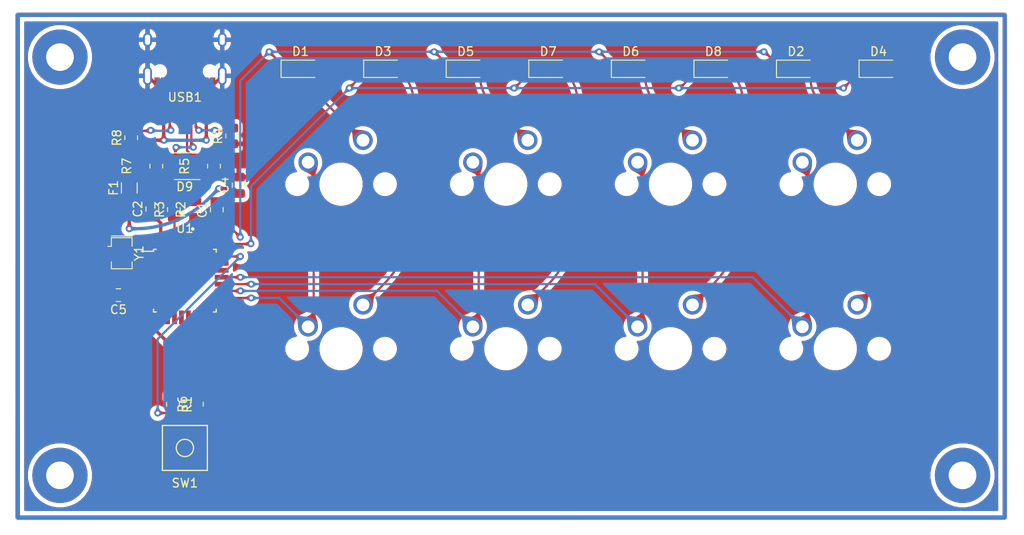
<source format=kicad_pcb>
(kicad_pcb (version 20171130) (host pcbnew "(5.1.10-1-10_14)")
  (layers (0 F.Cu signal) (31 B.Cu signal) (34 B.Paste user) (35 F.Paste user) (36 B.SilkS user) (37 F.SilkS user) (38 B.Mask user) (39 F.Mask user) (44 Edge.Cuts user))
  (net 0 "")
  (net 1 "Net-(D1-Pad2)")
  (net 2 ROW0)
  (net 3 "Net-(D2-Pad2)")
  (net 4 "Net-(D3-Pad2)")
  (net 5 "Net-(D4-Pad2)")
  (net 6 ROW1)
  (net 7 COL0)
  (net 8 COL1)
  (net 9 COL2)
  (net 10 COL3)
  (net 11 "Net-(U1-Pad16)")
  (net 12 "Net-(U1-Pad1)")
  (net 13 GND)
  (net 14 "Net-(C1-Pad1)")
  (net 15 +5V)
  (net 16 D-)
  (net 17 D+)
  (net 18 "Net-(R1-Pad2)")
  (net 19 "Net-(R2-Pad1)")
  (net 20 "Net-(R3-Pad1)")
  (net 21 "Net-(R6-Pad2)")
  (net 22 "Net-(U1-Pad12)")
  (net 23 "Net-(U1-Pad11)")
  (net 24 "Net-(U1-Pad10)")
  (net 25 "Net-(U1-Pad9)")
  (net 26 "Net-(U1-Pad8)")
  (net 27 "Net-(H1-Pad1)")
  (net 28 "Net-(H2-Pad1)")
  (net 29 "Net-(H3-Pad1)")
  (net 30 "Net-(H4-Pad1)")
  (net 31 "Net-(D5-Pad2)")
  (net 32 "Net-(D6-Pad2)")
  (net 33 "Net-(D7-Pad2)")
  (net 34 "Net-(D8-Pad2)")
  (net 35 "Net-(U1-Pad23)")
  (net 36 "Net-(U1-Pad15)")
  (net 37 "Net-(U1-Pad14)")
  (net 38 "Net-(U1-Pad7)")
  (net 39 "Net-(U1-Pad6)")
  (net 40 "Net-(U1-Pad5)")
  (net 41 "Net-(U1-Pad2)")
  (net 42 GNDPWR)
  (net 43 "Net-(U1-Pad17)")
  (net 44 "Net-(U1-Pad22)")
  (net 45 "Net-(D9-Pad4)")
  (net 46 "Net-(D9-Pad3)")
  (net 47 "Net-(D9-Pad2)")
  (net 48 "Net-(D9-Pad1)")
  (net 49 VCC)
  (net 50 "Net-(R4-Pad2)")
  (net 51 "Net-(R8-Pad2)")
  (net 52 "Net-(USB1-Pad3)")
  (net 53 "Net-(USB1-Pad9)")
  (module 8hands:smp_logo (layer F.Cu) (at 130.776008 78.779841)
    (fp_text reference Ref** hide)
    (fp_text value Val** hide)
    (fp_poly (pts (xy -13.066809 -2.390549) (xy -13.017612 -2.373782) (xy -12.976615 -2.342862) (xy -12.947394 -2.299873) (xy -12.933524 -2.246896) (xy -12.932873 -2.232003) (xy -12.942262 -2.178585) (xy -12.968047 -2.133937) (xy -13.006519 -2.100215) (xy -13.053967 -2.079574) (xy -13.106682 -2.07417) (xy -13.160953 -2.086159) (xy -13.173941 -2.091935) (xy -13.217758 -2.12339) (xy -13.244682 -2.166789) (xy -13.255374 -2.223289) (xy -13.255625 -2.234954) (xy -13.248957 -2.290806) (xy -13.227615 -2.333161) (xy -13.189598 -2.365477) (xy -13.175498 -2.373297) (xy -13.120629 -2.391081) (xy -13.066809 -2.390549)) (layer F.Cu) (width 0.01))
    (fp_poly (pts (xy 7.101417 -1.248834) (xy 6.19125 -1.248834) (xy 6.19125 -1.4605) (xy 7.101417 -1.4605) (xy 7.101417 -1.248834)) (layer F.Cu) (width 0.01))
    (fp_poly (pts (xy 12.336819 -1.847676) (xy 12.379981 -1.842001) (xy 12.383532 -1.841281) (xy 12.445221 -1.82819) (xy 12.440014 -1.784574) (xy 12.436758 -1.755146) (xy 12.432361 -1.712436) (xy 12.427227 -1.660721) (xy 12.421763 -1.604281) (xy 12.416374 -1.547395) (xy 12.411465 -1.494342) (xy 12.40744 -1.449399) (xy 12.404706 -1.416847) (xy 12.403667 -1.400964) (xy 12.403667 -1.400809) (xy 12.398606 -1.393623) (xy 12.381319 -1.389151) (xy 12.348646 -1.386916) (xy 12.308417 -1.386417) (xy 12.213167 -1.386417) (xy 12.213167 -1.627584) (xy 12.168187 -1.617523) (xy 12.106837 -1.597288) (xy 12.053297 -1.564615) (xy 12.005151 -1.51722) (xy 11.959978 -1.45282) (xy 11.92423 -1.387273) (xy 11.879792 -1.29817) (xy 11.876562 -1.072419) (xy 11.873333 -0.846667) (xy 12.107333 -0.846667) (xy 12.107333 -0.656167) (xy 11.451167 -0.656167) (xy 11.451167 -0.846667) (xy 11.6205 -0.846667) (xy 11.6205 -1.640417) (xy 11.451167 -1.640417) (xy 11.451167 -1.830917) (xy 11.630882 -1.830917) (xy 11.696362 -1.830836) (xy 11.74373 -1.83033) (xy 11.77604 -1.829007) (xy 11.796347 -1.826472) (xy 11.807703 -1.822334) (xy 11.813164 -1.8162) (xy 11.815784 -1.807675) (xy 11.815912 -1.807105) (xy 11.820463 -1.784114) (xy 11.826849 -1.748655) (xy 11.834129 -1.70637) (xy 11.841364 -1.662899) (xy 11.847612 -1.623883) (xy 11.851933 -1.594964) (xy 11.853399 -1.582209) (xy 11.858113 -1.584675) (xy 11.870225 -1.601788) (xy 11.884005 -1.624542) (xy 11.941245 -1.707657) (xy 12.006384 -1.77135) (xy 12.080222 -1.816137) (xy 12.163555 -1.842536) (xy 12.232858 -1.850582) (xy 12.284255 -1.850754) (xy 12.336819 -1.847676)) (layer F.Cu) (width 0.01))
    (fp_poly (pts (xy 9.132863 -1.365097) (xy 9.161927 -1.270452) (xy 9.18929 -1.1826) (xy 9.214316 -1.103497) (xy 9.236368 -1.0351) (xy 9.254808 -0.979363) (xy 9.269 -0.938242) (xy 9.278306 -0.913692) (xy 9.281967 -0.907368) (xy 9.286451 -0.918854) (xy 9.296488 -0.948513) (xy 9.311421 -0.994284) (xy 9.330591 -1.054106) (xy 9.353341 -1.125917) (xy 9.379015 -1.207655) (xy 9.406955 -1.297258) (xy 9.430486 -1.373188) (xy 9.571966 -1.830917) (xy 9.701941 -1.830917) (xy 9.751547 -1.830312) (xy 9.792373 -1.828662) (xy 9.820387 -1.826214) (xy 9.831561 -1.823214) (xy 9.831609 -1.82298) (xy 9.828105 -1.811823) (xy 9.818129 -1.782514) (xy 9.802307 -1.736838) (xy 9.781265 -1.676584) (xy 9.755631 -1.603539) (xy 9.726033 -1.519491) (xy 9.693096 -1.426225) (xy 9.657447 -1.32553) (xy 9.626483 -1.23825) (xy 9.421666 -0.661459) (xy 9.274895 -0.658696) (xy 9.128125 -0.655932) (xy 8.924099 -1.235487) (xy 8.886913 -1.341264) (xy 8.851923 -1.44108) (xy 8.819748 -1.533152) (xy 8.791006 -1.615693) (xy 8.766316 -1.686919) (xy 8.746299 -1.745044) (xy 8.731572 -1.788283) (xy 8.722756 -1.814851) (xy 8.72037 -1.82298) (xy 8.730407 -1.825958) (xy 8.757632 -1.828427) (xy 8.798067 -1.830153) (xy 8.847735 -1.830903) (xy 8.855733 -1.830917) (xy 8.990799 -1.830917) (xy 9.132863 -1.365097)) (layer F.Cu) (width 0.01))
    (fp_poly (pts (xy -0.894292 -1.846511) (xy -0.841981 -1.845435) (xy -0.795241 -1.842725) (xy -0.759395 -1.838799) (xy -0.740501 -1.834423) (xy -0.713709 -1.822616) (xy -0.73468 -1.604517) (xy -0.755651 -1.386417) (xy -0.941917 -1.386417) (xy -0.941917 -1.626992) (xy -0.981604 -1.619581) (xy -1.05264 -1.595635) (xy -1.117458 -1.551481) (xy -1.17607 -1.487107) (xy -1.228489 -1.402502) (xy -1.235965 -1.387768) (xy -1.275292 -1.308253) (xy -1.278511 -1.07746) (xy -1.281729 -0.846667) (xy -1.04775 -0.846667) (xy -1.04775 -0.656167) (xy -1.703917 -0.656167) (xy -1.703917 -0.846667) (xy -1.534583 -0.846667) (xy -1.534583 -1.640417) (xy -1.703917 -1.640417) (xy -1.703917 -1.830917) (xy -1.346256 -1.830917) (xy -1.333795 -1.75948) (xy -1.326183 -1.713331) (xy -1.319235 -1.666997) (xy -1.31536 -1.637771) (xy -1.310534 -1.608498) (xy -1.304955 -1.590375) (xy -1.302236 -1.5875) (xy -1.293492 -1.596081) (xy -1.280978 -1.617279) (xy -1.278198 -1.622917) (xy -1.252079 -1.66443) (xy -1.213166 -1.710496) (xy -1.1672 -1.755446) (xy -1.119924 -1.793611) (xy -1.081379 -1.817285) (xy -1.054004 -1.829965) (xy -1.029733 -1.838375) (xy -1.003101 -1.843367) (xy -0.968642 -1.845796) (xy -0.92089 -1.846515) (xy -0.894292 -1.846511)) (layer F.Cu) (width 0.01))
    (fp_poly (pts (xy -5.501984 -2.179646) (xy -5.45495 -2.177962) (xy -5.424669 -2.174937) (xy -5.408945 -2.170391) (xy -5.405613 -2.166938) (xy -5.402494 -2.154138) (xy -5.395455 -2.122771) (xy -5.384958 -2.074975) (xy -5.371467 -2.01289) (xy -5.355445 -1.938656) (xy -5.337356 -1.854412) (xy -5.317664 -1.762298) (xy -5.301293 -1.685441) (xy -5.28071 -1.589188) (xy -5.261334 -1.4996) (xy -5.243627 -1.418738) (xy -5.22805 -1.348666) (xy -5.215065 -1.291444) (xy -5.205135 -1.249137) (xy -5.198721 -1.223806) (xy -5.196417 -1.217148) (xy -5.193232 -1.227153) (xy -5.186385 -1.255706) (xy -5.176352 -1.300596) (xy -5.163608 -1.359613) (xy -5.148628 -1.430546) (xy -5.131889 -1.511186) (xy -5.113865 -1.599321) (xy -5.108215 -1.627207) (xy -5.089276 -1.720706) (xy -5.071038 -1.810416) (xy -5.054065 -1.893584) (xy -5.038922 -1.967459) (xy -5.026173 -2.029287) (xy -5.016383 -2.076315) (xy -5.010116 -2.105793) (xy -5.009471 -2.10873) (xy -4.993637 -2.180167) (xy -4.835735 -2.180167) (xy -4.780646 -2.179951) (xy -4.733929 -2.179356) (xy -4.699252 -2.17846) (xy -4.680283 -2.177345) (xy -4.677833 -2.176745) (xy -4.677237 -2.165879) (xy -4.675513 -2.135596) (xy -4.672761 -2.087608) (xy -4.66908 -2.023627) (xy -4.664567 -1.945368) (xy -4.659323 -1.854542) (xy -4.653446 -1.752864) (xy -4.647034 -1.642046) (xy -4.640187 -1.5238) (xy -4.635554 -1.443849) (xy -4.62845 -1.320865) (xy -4.621718 -1.203562) (xy -4.61546 -1.093734) (xy -4.609774 -0.993176) (xy -4.604763 -0.90368) (xy -4.600525 -0.827042) (xy -4.597161 -0.765055) (xy -4.59477 -0.719514) (xy -4.593454 -0.692211) (xy -4.593221 -0.685271) (xy -4.593167 -0.656167) (xy -4.714875 -0.656167) (xy -4.767068 -0.65633) (xy -4.801695 -0.657287) (xy -4.822354 -0.659742) (xy -4.832646 -0.664402) (xy -4.83617 -0.67197) (xy -4.836537 -0.67998) (xy -4.837021 -0.696115) (xy -4.838416 -0.730652) (xy -4.840599 -0.78085) (xy -4.843446 -0.84397) (xy -4.846837 -0.917271) (xy -4.850647 -0.998013) (xy -4.852773 -1.042459) (xy -4.857319 -1.139637) (xy -4.86193 -1.242987) (xy -4.866382 -1.347104) (xy -4.870447 -1.446587) (xy -4.873901 -1.536032) (xy -4.876518 -1.610036) (xy -4.876633 -1.613532) (xy -4.884208 -1.845939) (xy -4.93004 -1.634699) (xy -4.946855 -1.557263) (xy -4.966612 -1.46638) (xy -4.987738 -1.369281) (xy -5.008659 -1.273197) (xy -5.027802 -1.185362) (xy -5.029611 -1.177065) (xy -5.083349 -0.930672) (xy -5.200185 -0.933649) (xy -5.317021 -0.936625) (xy -5.431082 -1.412875) (xy -5.545142 -1.889125) (xy -5.539203 -1.693334) (xy -5.538053 -1.620864) (xy -5.538349 -1.531423) (xy -5.54001 -1.429149) (xy -5.542956 -1.318181) (xy -5.547106 -1.202659) (xy -5.550048 -1.134887) (xy -5.554053 -1.046826) (xy -5.557716 -0.963351) (xy -5.56092 -0.887368) (xy -5.563546 -0.821786) (xy -5.565477 -0.769513) (xy -5.566596 -0.733455) (xy -5.566833 -0.719491) (xy -5.566833 -0.66675) (xy -5.811705 -0.66675) (xy -5.805212 -0.748771) (xy -5.80347 -0.773764) (xy -5.800749 -0.8167) (xy -5.797174 -0.875373) (xy -5.792868 -0.947579) (xy -5.787958 -1.031113) (xy -5.782568 -1.123772) (xy -5.776823 -1.22335) (xy -5.770847 -1.327642) (xy -5.764766 -1.434444) (xy -5.758704 -1.541552) (xy -5.752787 -1.64676) (xy -5.747139 -1.747864) (xy -5.741885 -1.84266) (xy -5.737151 -1.928942) (xy -5.73306 -2.004507) (xy -5.729737 -2.067148) (xy -5.727308 -2.114663) (xy -5.725898 -2.144846) (xy -5.725583 -2.154628) (xy -5.725583 -2.180167) (xy -5.567966 -2.180167) (xy -5.501984 -2.179646)) (layer F.Cu) (width 0.01))
    (fp_poly (pts (xy -11.824763 -1.847735) (xy -11.770104 -1.823682) (xy -11.72699 -1.782356) (xy -11.705725 -1.748163) (xy -11.693054 -1.723618) (xy -11.642892 -1.770538) (xy -11.604022 -1.804973) (xy -11.57205 -1.827219) (xy -11.539944 -1.841022) (xy -11.500671 -1.850128) (xy -11.490151 -1.85191) (xy -11.416562 -1.855138) (xy -11.352473 -1.839854) (xy -11.298922 -1.806613) (xy -11.256946 -1.755968) (xy -11.237537 -1.716939) (xy -11.231854 -1.702527) (xy -11.227125 -1.688611) (xy -11.223264 -1.673189) (xy -11.220182 -1.654259) (xy -11.217792 -1.62982) (xy -11.216005 -1.597871) (xy -11.214734 -1.55641) (xy -11.213891 -1.503437) (xy -11.213388 -1.436949) (xy -11.213138 -1.354946) (xy -11.213051 -1.255426) (xy -11.213042 -1.158875) (xy -11.213042 -0.661459) (xy -11.320911 -0.65845) (xy -11.428779 -0.65544) (xy -11.432036 -1.118825) (xy -11.432948 -1.237468) (xy -11.434008 -1.336708) (xy -11.435416 -1.418308) (xy -11.437372 -1.484032) (xy -11.440076 -1.535642) (xy -11.443729 -1.574903) (xy -11.448532 -1.603577) (xy -11.454684 -1.623429) (xy -11.462386 -1.63622) (xy -11.471839 -1.643716) (xy -11.483242 -1.647678) (xy -11.492322 -1.64927) (xy -11.529067 -1.646259) (xy -11.571935 -1.630737) (xy -11.613231 -1.606227) (xy -11.641174 -1.581154) (xy -11.673417 -1.544431) (xy -11.673417 -0.656167) (xy -11.884268 -0.656167) (xy -11.887322 -1.138569) (xy -11.888073 -1.252241) (xy -11.888817 -1.346612) (xy -11.889643 -1.423547) (xy -11.890639 -1.48491) (xy -11.891892 -1.532568) (xy -11.893493 -1.568385) (xy -11.895529 -1.594226) (xy -11.898088 -1.611957) (xy -11.90126 -1.623443) (xy -11.905132 -1.630549) (xy -11.909794 -1.635139) (xy -11.910919 -1.635986) (xy -11.946428 -1.649438) (xy -11.98887 -1.644565) (xy -12.035904 -1.622067) (xy -12.083521 -1.58424) (xy -12.117917 -1.551598) (xy -12.117917 -0.656167) (xy -12.35075 -0.656167) (xy -12.35075 -1.830917) (xy -12.256213 -1.830917) (xy -12.210256 -1.830803) (xy -12.180986 -1.828424) (xy -12.16394 -1.820727) (xy -12.154652 -1.804659) (xy -12.148658 -1.777167) (xy -12.144938 -1.754817) (xy -12.13836 -1.715758) (xy -12.095526 -1.762228) (xy -12.037989 -1.812448) (xy -11.975086 -1.84293) (xy -11.904042 -1.854942) (xy -11.892214 -1.855231) (xy -11.824763 -1.847735)) (layer F.Cu) (width 0.01))
    (fp_poly (pts (xy -12.92225 -0.846667) (xy -12.60475 -0.846667) (xy -12.60475 -0.656167) (xy -13.5255 -0.656167) (xy -13.5255 -0.846667) (xy -13.17625 -0.846667) (xy -13.17625 -1.640417) (xy -13.504333 -1.640417) (xy -13.504333 -1.830917) (xy -12.92225 -1.830917) (xy -12.92225 -0.846667)) (layer F.Cu) (width 0.01))
    (fp_poly (pts (xy 14.515858 -2.200736) (xy 14.592018 -2.194072) (xy 14.656587 -2.181563) (xy 14.664739 -2.179208) (xy 14.755023 -2.143273) (xy 14.828733 -2.095071) (xy 14.887359 -2.03337) (xy 14.931715 -1.9584) (xy 14.952912 -1.891136) (xy 14.960256 -1.815828) (xy 14.953679 -1.740492) (xy 14.93409 -1.675323) (xy 14.903195 -1.623997) (xy 14.858117 -1.572449) (xy 14.804938 -1.52657) (xy 14.749739 -1.492248) (xy 14.740726 -1.488046) (xy 14.685952 -1.463873) (xy 14.722865 -1.457883) (xy 14.793134 -1.436561) (xy 14.860306 -1.397849) (xy 14.919535 -1.34545) (xy 14.965976 -1.28307) (xy 14.975971 -1.264433) (xy 14.988036 -1.237235) (xy 14.995669 -1.210935) (xy 14.999813 -1.179482) (xy 15.001414 -1.136826) (xy 15.001539 -1.100667) (xy 14.998237 -1.021705) (xy 14.98743 -0.957734) (xy 14.966966 -0.903265) (xy 14.934694 -0.85281) (xy 14.888463 -0.800882) (xy 14.881134 -0.793558) (xy 14.807767 -0.731404) (xy 14.728759 -0.685739) (xy 14.641048 -0.65544) (xy 14.541568 -0.639385) (xy 14.451542 -0.636039) (xy 14.397491 -0.63798) (xy 14.343216 -0.642549) (xy 14.297537 -0.648914) (xy 14.282912 -0.651953) (xy 14.203744 -0.677698) (xy 14.123731 -0.715316) (xy 14.051223 -0.760502) (xy 14.012898 -0.791149) (xy 13.955255 -0.842963) (xy 13.997023 -0.880272) (xy 14.031037 -0.910439) (xy 14.066755 -0.941803) (xy 14.078162 -0.951734) (xy 14.117532 -0.985886) (xy 14.156798 -0.947751) (xy 14.225504 -0.89552) (xy 14.306382 -0.859432) (xy 14.396647 -0.840651) (xy 14.41649 -0.839018) (xy 14.486856 -0.838001) (xy 14.543894 -0.845638) (xy 14.594188 -0.863403) (xy 14.63824 -0.888682) (xy 14.690422 -0.935398) (xy 14.726252 -0.994627) (xy 14.744618 -1.064197) (xy 14.746907 -1.101372) (xy 14.739979 -1.17901) (xy 14.71869 -1.242387) (xy 14.682402 -1.292032) (xy 14.63048 -1.328471) (xy 14.562288 -1.352231) (xy 14.47719 -1.363839) (xy 14.428454 -1.36525) (xy 14.382081 -1.365097) (xy 14.35242 -1.36714) (xy 14.336483 -1.37513) (xy 14.331285 -1.392821) (xy 14.333841 -1.423965) (xy 14.341162 -1.472316) (xy 14.341494 -1.474537) (xy 14.353154 -1.552937) (xy 14.445956 -1.558229) (xy 14.498026 -1.562526) (xy 14.536743 -1.569663) (xy 14.569897 -1.581496) (xy 14.593837 -1.593498) (xy 14.646198 -1.632518) (xy 14.682419 -1.681351) (xy 14.702822 -1.736503) (xy 14.707728 -1.794483) (xy 14.69746 -1.851796) (xy 14.672338 -1.904951) (xy 14.632686 -1.950455) (xy 14.578824 -1.984813) (xy 14.556999 -1.99345) (xy 14.479701 -2.009032) (xy 14.39817 -2.006132) (xy 14.316426 -1.985757) (xy 14.238491 -1.948915) (xy 14.168384 -1.896615) (xy 14.167487 -1.895786) (xy 14.137432 -1.867959) (xy 14.001726 -2.016125) (xy 14.043787 -2.054352) (xy 14.092963 -2.091703) (xy 14.155188 -2.128266) (xy 14.222604 -2.159956) (xy 14.287352 -2.182689) (xy 14.294319 -2.184557) (xy 14.359359 -2.196089) (xy 14.435755 -2.201446) (xy 14.515858 -2.200736)) (layer F.Cu) (width 0.01))
    (fp_poly (pts (xy 10.661299 -1.857513) (xy 10.758114 -1.839472) (xy 10.823712 -1.815372) (xy 10.879671 -1.782157) (xy 10.936571 -1.735317) (xy 10.987653 -1.680944) (xy 11.016098 -1.642022) (xy 11.05181 -1.572355) (xy 11.080439 -1.489274) (xy 11.100477 -1.399782) (xy 11.110414 -1.310882) (xy 11.108744 -1.22958) (xy 11.107357 -1.218166) (xy 11.09993 -1.164167) (xy 10.339917 -1.164167) (xy 10.339917 -1.127523) (xy 10.346506 -1.081561) (xy 10.364039 -1.028452) (xy 10.389162 -0.976654) (xy 10.414564 -0.939261) (xy 10.444238 -0.909529) (xy 10.481165 -0.880529) (xy 10.4968 -0.870469) (xy 10.520936 -0.857281) (xy 10.543095 -0.848806) (xy 10.56898 -0.844015) (xy 10.604293 -0.841881) (xy 10.654735 -0.841376) (xy 10.658214 -0.841375) (xy 10.708677 -0.841683) (xy 10.744932 -0.843649) (xy 10.773942 -0.848832) (xy 10.802666 -0.858797) (xy 10.838064 -0.875103) (xy 10.862754 -0.887269) (xy 10.903522 -0.907884) (xy 10.931337 -0.920308) (xy 10.951047 -0.923045) (xy 10.9675 -0.914601) (xy 10.985546 -0.893479) (xy 11.010033 -0.858183) (xy 11.024344 -0.837424) (xy 11.063959 -0.780556) (xy 11.037959 -0.759165) (xy 11.001501 -0.734894) (xy 10.951162 -0.708898) (xy 10.893704 -0.68412) (xy 10.835893 -0.663505) (xy 10.789405 -0.650997) (xy 10.716187 -0.640246) (xy 10.636033 -0.636367) (xy 10.556792 -0.639259) (xy 10.486312 -0.648819) (xy 10.459593 -0.655257) (xy 10.365669 -0.692808) (xy 10.28201 -0.747914) (xy 10.210205 -0.818825) (xy 10.151844 -0.903788) (xy 10.108519 -1.001052) (xy 10.091229 -1.061036) (xy 10.08207 -1.118033) (xy 10.077165 -1.18836) (xy 10.07651 -1.26461) (xy 10.079821 -1.3335) (xy 10.336955 -1.3335) (xy 10.86144 -1.3335) (xy 10.855738 -1.39638) (xy 10.84692 -1.444668) (xy 10.830283 -1.498071) (xy 10.808804 -1.548925) (xy 10.785463 -1.589568) (xy 10.775985 -1.601569) (xy 10.730327 -1.637236) (xy 10.672808 -1.659626) (xy 10.609039 -1.667411) (xy 10.544629 -1.659263) (xy 10.538926 -1.657683) (xy 10.477867 -1.62932) (xy 10.425319 -1.583835) (xy 10.383575 -1.52434) (xy 10.354928 -1.453946) (xy 10.342966 -1.39174) (xy 10.336955 -1.3335) (xy 10.079821 -1.3335) (xy 10.080104 -1.339378) (xy 10.087945 -1.405259) (xy 10.091329 -1.423155) (xy 10.122358 -1.525921) (xy 10.168975 -1.618835) (xy 10.229396 -1.699446) (xy 10.301835 -1.765304) (xy 10.371667 -1.807923) (xy 10.463037 -1.841656) (xy 10.56126 -1.858214) (xy 10.661299 -1.857513)) (layer F.Cu) (width 0.01))
    (fp_poly (pts (xy 4.278312 -2.313939) (xy 4.320044 -2.309165) (xy 4.370046 -2.303864) (xy 4.405312 -2.300362) (xy 4.47675 -2.293544) (xy 4.47675 -0.656167) (xy 4.366859 -0.656167) (xy 4.314482 -0.65656) (xy 4.279671 -0.659444) (xy 4.258823 -0.667382) (xy 4.248337 -0.682933) (xy 4.244612 -0.708659) (xy 4.244061 -0.74348) (xy 4.242723 -0.769009) (xy 4.239586 -0.782523) (xy 4.238637 -0.783167) (xy 4.228795 -0.776396) (xy 4.208846 -0.758897) (xy 4.190056 -0.741144) (xy 4.154981 -0.71219) (xy 4.112223 -0.683717) (xy 4.086989 -0.669881) (xy 4.055167 -0.655713) (xy 4.025352 -0.646682) (xy 3.99073 -0.641483) (xy 3.944487 -0.638812) (xy 3.921258 -0.638161) (xy 3.873055 -0.637941) (xy 3.830324 -0.639381) (xy 3.799154 -0.642197) (xy 3.788833 -0.644328) (xy 3.708827 -0.680459) (xy 3.640575 -0.732968) (xy 3.583708 -0.802355) (xy 3.537856 -0.889117) (xy 3.50265 -0.993751) (xy 3.490112 -1.047139) (xy 3.475985 -1.151455) (xy 3.474562 -1.252598) (xy 3.74658 -1.252598) (xy 3.75163 -1.136865) (xy 3.76666 -1.039569) (xy 3.791776 -0.960425) (xy 3.827084 -0.899148) (xy 3.87269 -0.855452) (xy 3.899958 -0.83984) (xy 3.939029 -0.83014) (xy 3.988771 -0.829602) (xy 4.041104 -0.837565) (xy 4.087953 -0.853366) (xy 4.092581 -0.855634) (xy 4.123872 -0.876241) (xy 4.158531 -0.905861) (xy 4.179128 -0.92709) (xy 4.22275 -0.976647) (xy 4.22275 -1.542704) (xy 4.181353 -1.580104) (xy 4.14459 -1.611112) (xy 4.113079 -1.630672) (xy 4.078092 -1.643225) (xy 4.041632 -1.651228) (xy 3.973413 -1.654998) (xy 3.912806 -1.639701) (xy 3.860506 -1.606278) (xy 3.817208 -1.555668) (xy 3.783606 -1.488808) (xy 3.760396 -1.406639) (xy 3.748272 -1.310099) (xy 3.74658 -1.252598) (xy 3.474562 -1.252598) (xy 3.474426 -1.26221) (xy 3.484744 -1.373928) (xy 3.50625 -1.481132) (xy 3.538252 -1.578345) (xy 3.564026 -1.632981) (xy 3.585648 -1.665312) (xy 3.617202 -1.703744) (xy 3.652426 -1.740741) (xy 3.657913 -1.745958) (xy 3.71852 -1.795511) (xy 3.778934 -1.828364) (xy 3.845253 -1.846868) (xy 3.923574 -1.853372) (xy 3.936771 -1.853458) (xy 4.022161 -1.847488) (xy 4.094213 -1.828794) (xy 4.1576 -1.795775) (xy 4.198937 -1.763618) (xy 4.22275 -1.742561) (xy 4.22275 -2.320699) (xy 4.278312 -2.313939)) (layer F.Cu) (width 0.01))
    (fp_poly (pts (xy 2.721803 -1.854449) (xy 2.766864 -1.852207) (xy 2.802981 -1.847213) (xy 2.836242 -1.838771) (xy 2.855316 -1.832479) (xy 2.936779 -1.797995) (xy 3.000763 -1.7565) (xy 3.050516 -1.705273) (xy 3.089287 -1.641596) (xy 3.093191 -1.633346) (xy 3.099659 -1.618455) (xy 3.104881 -1.603134) (xy 3.109032 -1.584925) (xy 3.11229 -1.561372) (xy 3.114834 -1.530019) (xy 3.116839 -1.488407) (xy 3.118484 -1.43408) (xy 3.119945 -1.364582) (xy 3.1214 -1.277455) (xy 3.122083 -1.232959) (xy 3.123681 -1.132815) (xy 3.125352 -1.051645) (xy 3.127428 -0.987259) (xy 3.13024 -0.937467) (xy 3.13412 -0.900078) (xy 3.1394 -0.872902) (xy 3.146411 -0.853747) (xy 3.155487 -0.840425) (xy 3.166957 -0.830743) (xy 3.181155 -0.822511) (xy 3.184512 -0.820763) (xy 3.214564 -0.805222) (xy 3.185529 -0.722757) (xy 3.170222 -0.681441) (xy 3.15821 -0.656248) (xy 3.146734 -0.64302) (xy 3.133032 -0.637598) (xy 3.128573 -0.636931) (xy 3.092267 -0.640812) (xy 3.048468 -0.657624) (xy 3.003306 -0.684095) (xy 2.962907 -0.716952) (xy 2.947241 -0.733751) (xy 2.90669 -0.782263) (xy 2.866697 -0.746132) (xy 2.792287 -0.693077) (xy 2.705547 -0.657103) (xy 2.606794 -0.638318) (xy 2.540725 -0.635346) (xy 2.464026 -0.639852) (xy 2.402214 -0.652356) (xy 2.395006 -0.654708) (xy 2.314993 -0.69207) (xy 2.251128 -0.742942) (xy 2.203836 -0.806663) (xy 2.17354 -0.882575) (xy 2.160662 -0.970019) (xy 2.160915 -1.013241) (xy 2.426294 -1.013241) (xy 2.430567 -0.947838) (xy 2.450978 -0.896069) (xy 2.487223 -0.858236) (xy 2.538997 -0.834643) (xy 2.605995 -0.825595) (xy 2.614486 -0.8255) (xy 2.66588 -0.828551) (xy 2.70843 -0.839401) (xy 2.738321 -0.852564) (xy 2.777541 -0.876532) (xy 2.815514 -0.906683) (xy 2.830357 -0.921387) (xy 2.868083 -0.963145) (xy 2.868083 -1.217084) (xy 2.758879 -1.217084) (xy 2.659854 -1.211746) (xy 2.578781 -1.19558) (xy 2.515288 -1.16836) (xy 2.469007 -1.129859) (xy 2.439568 -1.079851) (xy 2.4266 -1.018109) (xy 2.426294 -1.013241) (xy 2.160915 -1.013241) (xy 2.16095 -1.019065) (xy 2.172757 -1.100825) (xy 2.199626 -1.170826) (xy 2.242585 -1.230157) (xy 2.302662 -1.279906) (xy 2.380886 -1.321163) (xy 2.478208 -1.354993) (xy 2.51534 -1.364355) (xy 2.552681 -1.370695) (xy 2.595593 -1.374507) (xy 2.649436 -1.376286) (xy 2.711979 -1.376556) (xy 2.868083 -1.376032) (xy 2.868083 -1.438744) (xy 2.862201 -1.505875) (xy 2.843396 -1.558046) (xy 2.809927 -1.598267) (xy 2.760053 -1.62955) (xy 2.756958 -1.630998) (xy 2.708933 -1.645031) (xy 2.6459 -1.651203) (xy 2.572469 -1.6496) (xy 2.49325 -1.640308) (xy 2.417755 -1.624672) (xy 2.373922 -1.614022) (xy 2.338396 -1.606277) (xy 2.315706 -1.602373) (xy 2.309909 -1.602397) (xy 2.304593 -1.613522) (xy 2.293979 -1.639604) (xy 2.280046 -1.675722) (xy 2.275017 -1.689114) (xy 2.259468 -1.731932) (xy 2.252924 -1.759602) (xy 2.257345 -1.776933) (xy 2.274688 -1.788737) (xy 2.306915 -1.799825) (xy 2.321969 -1.804396) (xy 2.457613 -1.836832) (xy 2.598385 -1.852679) (xy 2.661708 -1.854637) (xy 2.721803 -1.854449)) (layer F.Cu) (width 0.01))
    (fp_poly (pts (xy 0.167983 -1.849021) (xy 0.260861 -1.822175) (xy 0.349011 -1.777404) (xy 0.382889 -1.753944) (xy 0.425403 -1.720037) (xy 0.456798 -1.688985) (xy 0.482722 -1.653953) (xy 0.508823 -1.608105) (xy 0.517819 -1.590657) (xy 0.555272 -1.497322) (xy 0.580384 -1.391872) (xy 0.592539 -1.279813) (xy 0.591122 -1.166653) (xy 0.576745 -1.063625) (xy 0.554083 -0.985719) (xy 0.520259 -0.90812) (xy 0.478794 -0.837733) (xy 0.433212 -0.78146) (xy 0.432247 -0.78049) (xy 0.362168 -0.724461) (xy 0.278929 -0.681073) (xy 0.187174 -0.651516) (xy 0.091546 -0.636982) (xy -0.003311 -0.638663) (xy -0.071178 -0.651289) (xy -0.170916 -0.687992) (xy -0.256852 -0.740474) (xy -0.328464 -0.808314) (xy -0.385227 -0.891096) (xy -0.395377 -0.910674) (xy -0.4315 -0.999212) (xy -0.454116 -1.092696) (xy -0.464387 -1.196649) (xy -0.465299 -1.243542) (xy -0.462778 -1.296287) (xy -0.198167 -1.296287) (xy -0.197554 -1.190413) (xy -0.197381 -1.187688) (xy -0.188305 -1.111262) (xy -0.172039 -1.039085) (xy -0.150088 -0.975928) (xy -0.12396 -0.926567) (xy -0.109016 -0.907716) (xy -0.053419 -0.863244) (xy 0.009106 -0.837737) (xy 0.075469 -0.831746) (xy 0.14258 -0.845822) (xy 0.170335 -0.857895) (xy 0.222323 -0.894828) (xy 0.263444 -0.947808) (xy 0.29401 -1.017541) (xy 0.314335 -1.104734) (xy 0.324551 -1.2065) (xy 0.324231 -1.305195) (xy 0.313387 -1.395917) (xy 0.29282 -1.476057) (xy 0.263332 -1.543008) (xy 0.225725 -1.594163) (xy 0.19835 -1.617024) (xy 0.153647 -1.637204) (xy 0.098239 -1.648837) (xy 0.040324 -1.651261) (xy -0.011899 -1.643813) (xy -0.034104 -1.63581) (xy -0.087006 -1.599243) (xy -0.130521 -1.5452) (xy -0.163992 -1.475488) (xy -0.18676 -1.391915) (xy -0.198167 -1.296287) (xy -0.462778 -1.296287) (xy -0.460237 -1.349443) (xy -0.444096 -1.443114) (xy -0.415448 -1.531164) (xy -0.391726 -1.583917) (xy -0.340024 -1.666252) (xy -0.274483 -1.734736) (xy -0.197754 -1.788787) (xy -0.112491 -1.827823) (xy -0.021346 -1.851262) (xy 0.07303 -1.858522) (xy 0.167983 -1.849021)) (layer F.Cu) (width 0.01))
    (fp_poly (pts (xy -2.390838 -1.853956) (xy -2.285421 -1.830529) (xy -2.181062 -1.788882) (xy -2.139949 -1.766917) (xy -2.109186 -1.747441) (xy -2.086576 -1.729835) (xy -2.078224 -1.719957) (xy -2.081948 -1.706529) (xy -2.095497 -1.68177) (xy -2.115402 -1.65064) (xy -2.138193 -1.618102) (xy -2.160404 -1.589117) (xy -2.178565 -1.568648) (xy -2.188912 -1.561609) (xy -2.201064 -1.566247) (xy -2.227298 -1.578123) (xy -2.262763 -1.595014) (xy -2.277164 -1.602045) (xy -2.36329 -1.635228) (xy -2.447296 -1.649848) (xy -2.526966 -1.645965) (xy -2.600084 -1.623644) (xy -2.653798 -1.591471) (xy -2.684164 -1.559233) (xy -2.713931 -1.511792) (xy -2.740325 -1.454999) (xy -2.760575 -1.394703) (xy -2.771018 -1.344084) (xy -2.778475 -1.237666) (xy -2.771679 -1.140495) (xy -2.751221 -1.054284) (xy -2.717693 -0.980744) (xy -2.671688 -0.921585) (xy -2.613797 -0.878519) (xy -2.609103 -0.876042) (xy -2.558974 -0.858611) (xy -2.497334 -0.849578) (xy -2.432375 -0.849607) (xy -2.379833 -0.857451) (xy -2.342302 -0.868352) (xy -2.300775 -0.88345) (xy -2.260873 -0.900315) (xy -2.228218 -0.916519) (xy -2.20843 -0.929632) (xy -2.205801 -0.932667) (xy -2.193121 -0.941758) (xy -2.191426 -0.941917) (xy -2.181696 -0.933908) (xy -2.163751 -0.913066) (xy -2.141121 -0.884168) (xy -2.117335 -0.851989) (xy -2.095922 -0.821307) (xy -2.080412 -0.796898) (xy -2.074335 -0.783538) (xy -2.074333 -0.783451) (xy -2.082938 -0.771311) (xy -2.105502 -0.752799) (xy -2.137148 -0.731198) (xy -2.173 -0.709793) (xy -2.208181 -0.691868) (xy -2.214351 -0.689142) (xy -2.292901 -0.662753) (xy -2.381474 -0.645067) (xy -2.47321 -0.636682) (xy -2.561251 -0.638193) (xy -2.638739 -0.650198) (xy -2.644645 -0.651728) (xy -2.738394 -0.687067) (xy -2.824243 -0.739304) (xy -2.898592 -0.805624) (xy -2.957838 -0.883216) (xy -2.971531 -0.907142) (xy -3.013866 -1.008305) (xy -3.039433 -1.118389) (xy -3.04818 -1.233331) (xy -3.040057 -1.34907) (xy -3.015014 -1.461543) (xy -2.979567 -1.553277) (xy -2.926353 -1.642224) (xy -2.859294 -1.716743) (xy -2.780518 -1.776292) (xy -2.692156 -1.82033) (xy -2.596335 -1.848314) (xy -2.495186 -1.859703) (xy -2.390838 -1.853956)) (layer F.Cu) (width 0.01))
    (fp_poly (pts (xy -3.811666 -1.852833) (xy -3.736432 -1.837284) (xy -3.666624 -1.81086) (xy -3.598782 -1.773037) (xy -3.546908 -1.728372) (xy -3.505896 -1.671993) (xy -3.490072 -1.642416) (xy -3.455458 -1.572142) (xy -3.452464 -1.233217) (xy -3.451151 -1.127379) (xy -3.449247 -1.037777) (xy -3.446795 -0.96546) (xy -3.443836 -0.911474) (xy -3.440412 -0.876867) (xy -3.437744 -0.864689) (xy -3.419571 -0.837964) (xy -3.396646 -0.819896) (xy -3.367273 -0.804707) (xy -3.395446 -0.718771) (xy -3.423619 -0.632834) (xy -3.468021 -0.637839) (xy -3.520859 -0.652162) (xy -3.574416 -0.680594) (xy -3.620314 -0.718133) (xy -3.638354 -0.739565) (xy -3.666356 -0.778896) (xy -3.732917 -0.728516) (xy -3.786384 -0.692526) (xy -3.839821 -0.66722) (xy -3.898963 -0.650809) (xy -3.96955 -0.641507) (xy -4.021667 -0.638522) (xy -4.074253 -0.637102) (xy -4.112099 -0.638046) (xy -4.14157 -0.642147) (xy -4.169034 -0.650201) (xy -4.193856 -0.660033) (xy -4.27422 -0.702672) (xy -4.336198 -0.755603) (xy -4.380311 -0.819613) (xy -4.407083 -0.895485) (xy -4.417039 -0.984004) (xy -4.417129 -0.994834) (xy -4.414402 -1.024366) (xy -4.154599 -1.024366) (xy -4.151727 -0.967274) (xy -4.133486 -0.913842) (xy -4.100538 -0.86882) (xy -4.072034 -0.84661) (xy -4.02397 -0.828522) (xy -3.96546 -0.824084) (xy -3.902003 -0.833023) (xy -3.839098 -0.855068) (xy -3.832023 -0.858493) (xy -3.773313 -0.895209) (xy -3.735083 -0.934164) (xy -3.721736 -0.953584) (xy -3.712913 -0.971191) (xy -3.70768 -0.991947) (xy -3.705103 -1.020813) (xy -3.704245 -1.06275) (xy -3.704167 -1.098215) (xy -3.704167 -1.219587) (xy -3.839104 -1.214967) (xy -3.924451 -1.209278) (xy -3.992061 -1.19812) (xy -4.044871 -1.180585) (xy -4.085812 -1.155763) (xy -4.111591 -1.130528) (xy -4.141441 -1.080368) (xy -4.154599 -1.024366) (xy -4.414402 -1.024366) (xy -4.409133 -1.081408) (xy -4.38474 -1.155462) (xy -4.343005 -1.218477) (xy -4.282983 -1.271938) (xy -4.215351 -1.311735) (xy -4.15552 -1.337868) (xy -4.094848 -1.356548) (xy -4.028399 -1.368662) (xy -3.951242 -1.375096) (xy -3.858441 -1.376734) (xy -3.853554 -1.376708) (xy -3.701317 -1.375752) (xy -3.706548 -1.44887) (xy -3.716076 -1.512824) (xy -3.735852 -1.561059) (xy -3.768361 -1.597547) (xy -3.81609 -1.626261) (xy -3.81817 -1.627221) (xy -3.845924 -1.639086) (xy -3.870331 -1.646397) (xy -3.89738 -1.649891) (xy -3.933058 -1.650301) (xy -3.983355 -1.648363) (xy -3.988441 -1.648116) (xy -4.055472 -1.642544) (xy -4.122733 -1.633022) (xy -4.179998 -1.621025) (xy -4.184345 -1.619865) (xy -4.223088 -1.609728) (xy -4.252975 -1.60274) (xy -4.269025 -1.600037) (xy -4.270415 -1.600248) (xy -4.275872 -1.612203) (xy -4.285737 -1.638256) (xy -4.297916 -1.672363) (xy -4.310317 -1.708476) (xy -4.320847 -1.740551) (xy -4.327415 -1.762543) (xy -4.328583 -1.76831) (xy -4.318623 -1.779779) (xy -4.290961 -1.792799) (xy -4.248927 -1.806527) (xy -4.195852 -1.820124) (xy -4.135065 -1.832747) (xy -4.069896 -1.843557) (xy -4.003675 -1.851712) (xy -3.995008 -1.852547) (xy -3.896262 -1.857718) (xy -3.811666 -1.852833)) (layer F.Cu) (width 0.01))
    (fp_poly (pts (xy -7.731209 -1.856482) (xy -7.64311 -1.833292) (xy -7.560731 -1.794097) (xy -7.486538 -1.7393) (xy -7.423 -1.669307) (xy -7.373869 -1.587252) (xy -7.348038 -1.527414) (xy -7.330341 -1.471315) (xy -7.319487 -1.41244) (xy -7.314189 -1.344276) (xy -7.313083 -1.280063) (xy -7.313083 -1.164167) (xy -7.699375 -1.164167) (xy -7.803541 -1.16403) (xy -7.888274 -1.163579) (xy -7.955308 -1.162753) (xy -8.006376 -1.16149) (xy -8.04321 -1.159729) (xy -8.067544 -1.157408) (xy -8.081111 -1.154467) (xy -8.085643 -1.150845) (xy -8.085667 -1.150516) (xy -8.081882 -1.123223) (xy -8.072151 -1.084371) (xy -8.058912 -1.041835) (xy -8.044601 -1.003491) (xy -8.032429 -0.978439) (xy -7.983488 -0.918001) (xy -7.922694 -0.873697) (xy -7.852285 -0.845866) (xy -7.774498 -0.834847) (xy -7.691571 -0.840978) (xy -7.60574 -0.8646) (xy -7.526544 -0.901837) (xy -7.495764 -0.917254) (xy -7.472218 -0.92527) (xy -7.46211 -0.924661) (xy -7.436134 -0.892936) (xy -7.410258 -0.85817) (xy -7.387328 -0.824643) (xy -7.370195 -0.796635) (xy -7.361705 -0.778427) (xy -7.361881 -0.774032) (xy -7.449188 -0.717904) (xy -7.53804 -0.678059) (xy -7.633601 -0.652782) (xy -7.741039 -0.640358) (xy -7.768167 -0.639131) (xy -7.838929 -0.638244) (xy -7.893585 -0.64124) (xy -7.936894 -0.648435) (xy -7.946895 -0.651036) (xy -8.045822 -0.689055) (xy -8.13249 -0.743554) (xy -8.205428 -0.813364) (xy -8.263168 -0.89732) (xy -8.267721 -0.905821) (xy -8.299483 -0.971355) (xy -8.321449 -1.03048) (xy -8.335185 -1.09) (xy -8.342258 -1.156722) (xy -8.344235 -1.23745) (xy -8.344235 -1.23825) (xy -8.338801 -1.3335) (xy -8.088544 -1.3335) (xy -7.553773 -1.3335) (xy -7.560912 -1.387312) (xy -7.579581 -1.472033) (xy -7.610701 -1.543697) (xy -7.653027 -1.600587) (xy -7.705311 -1.640988) (xy -7.76027 -1.661926) (xy -7.828744 -1.667326) (xy -7.893071 -1.653364) (xy -7.951328 -1.621724) (xy -8.001593 -1.574093) (xy -8.041941 -1.512159) (xy -8.07045 -1.437607) (xy -8.082219 -1.379645) (xy -8.088544 -1.3335) (xy -8.338801 -1.3335) (xy -8.337106 -1.363194) (xy -8.315665 -1.473373) (xy -8.279469 -1.570009) (xy -8.228079 -1.654327) (xy -8.171144 -1.718157) (xy -8.091456 -1.781076) (xy -8.005151 -1.825962) (xy -7.914697 -1.853222) (xy -7.822561 -1.86326) (xy -7.731209 -1.856482)) (layer F.Cu) (width 0.01))
    (fp_poly (pts (xy -9.088661 -1.604224) (xy -9.085792 -0.911863) (xy -9.060546 -0.884995) (xy -9.020306 -0.857189) (xy -8.965691 -0.842682) (xy -8.899105 -0.841871) (xy -8.846634 -0.84967) (xy -8.806468 -0.858388) (xy -8.773225 -0.866319) (xy -8.75344 -0.871893) (xy -8.752294 -0.872324) (xy -8.74248 -0.87077) (xy -8.731657 -0.856356) (xy -8.718206 -0.826309) (xy -8.705607 -0.792375) (xy -8.691057 -0.750644) (xy -8.683264 -0.724217) (xy -8.681744 -0.708506) (xy -8.686015 -0.698926) (xy -8.694963 -0.691348) (xy -8.739407 -0.669077) (xy -8.803489 -0.652635) (xy -8.886454 -0.642181) (xy -8.948208 -0.638734) (xy -9.007774 -0.637386) (xy -9.051725 -0.638329) (xy -9.085534 -0.64202) (xy -9.114673 -0.64892) (xy -9.129898 -0.653964) (xy -9.204218 -0.690515) (xy -9.263737 -0.742019) (xy -9.29365 -0.781909) (xy -9.306457 -0.802385) (xy -9.317366 -0.821493) (xy -9.326531 -0.841043) (xy -9.334103 -0.862846) (xy -9.340235 -0.888713) (xy -9.345077 -0.920454) (xy -9.348783 -0.959882) (xy -9.351505 -1.008806) (xy -9.353394 -1.069037) (xy -9.354602 -1.142386) (xy -9.355282 -1.230664) (xy -9.355585 -1.335682) (xy -9.355664 -1.459251) (xy -9.355667 -1.52063) (xy -9.355667 -2.106084) (xy -9.694333 -2.106084) (xy -9.694333 -2.296584) (xy -9.09153 -2.296584) (xy -9.088661 -1.604224)) (layer F.Cu) (width 0.01))
    (fp_poly (pts (xy 13.287916 -1.052259) (xy 13.344002 -1.026017) (xy 13.389731 -0.984398) (xy 13.392009 -0.981472) (xy 13.421165 -0.926655) (xy 13.433368 -0.864315) (xy 13.428466 -0.799803) (xy 13.406309 -0.738471) (xy 13.399234 -0.726147) (xy 13.361499 -0.683747) (xy 13.310395 -0.652055) (xy 13.252031 -0.633492) (xy 13.192516 -0.630479) (xy 13.16816 -0.634551) (xy 13.107896 -0.658753) (xy 13.060627 -0.696569) (xy 13.026909 -0.744499) (xy 13.007296 -0.799045) (xy 13.002347 -0.856709) (xy 13.012617 -0.913992) (xy 13.038662 -0.967396) (xy 13.081038 -1.013423) (xy 13.105202 -1.03056) (xy 13.163747 -1.055347) (xy 13.226242 -1.062308) (xy 13.287916 -1.052259)) (layer F.Cu) (width 0.01))
    (fp_poly (pts (xy -14.292127 -2.19957) (xy -14.192212 -2.181173) (xy -14.101606 -2.152505) (xy -14.090369 -2.147843) (xy -14.061052 -2.133469) (xy -14.024994 -2.113215) (xy -13.986582 -2.089898) (xy -13.950198 -2.066334) (xy -13.920229 -2.045341) (xy -13.901059 -2.029735) (xy -13.896407 -2.02325) (xy -13.903337 -2.012828) (xy -13.921517 -1.990798) (xy -13.947717 -1.960995) (xy -13.963389 -1.94375) (xy -14.029883 -1.871374) (xy -14.097074 -1.914802) (xy -14.186339 -1.962139) (xy -14.280309 -1.990782) (xy -14.383303 -2.001998) (xy -14.395717 -2.002225) (xy -14.443943 -2.001848) (xy -14.47882 -1.998569) (xy -14.508119 -1.990889) (xy -14.53961 -1.977307) (xy -14.549175 -1.972594) (xy -14.602622 -1.93925) (xy -14.63707 -1.900858) (xy -14.654585 -1.854444) (xy -14.657877 -1.816123) (xy -14.653768 -1.773025) (xy -14.640226 -1.735822) (xy -14.615325 -1.702991) (xy -14.57714 -1.67301) (xy -14.523744 -1.644356) (xy -14.453211 -1.615505) (xy -14.366875 -1.585979) (xy -14.246747 -1.544303) (xy -14.14652 -1.502672) (xy -14.064943 -1.460405) (xy -14.000762 -1.416822) (xy -13.952725 -1.37124) (xy -13.938162 -1.352867) (xy -13.902734 -1.29585) (xy -13.879881 -1.237507) (xy -13.868071 -1.172023) (xy -13.865774 -1.093579) (xy -13.866185 -1.0795) (xy -13.869046 -1.023775) (xy -13.873817 -0.982548) (xy -13.881737 -0.949161) (xy -13.894047 -0.916954) (xy -13.898163 -0.907859) (xy -13.946255 -0.828552) (xy -14.010843 -0.761992) (xy -14.091258 -0.708544) (xy -14.186828 -0.668574) (xy -14.296883 -0.642446) (xy -14.406403 -0.631133) (xy -14.462158 -0.629799) (xy -14.51932 -0.630721) (xy -14.568694 -0.633671) (xy -14.585856 -0.63559) (xy -14.631845 -0.64443) (xy -14.686112 -0.658487) (xy -14.737404 -0.674826) (xy -14.740453 -0.675928) (xy -14.793944 -0.697993) (xy -14.847541 -0.724531) (xy -14.897747 -0.753293) (xy -14.94106 -0.782024) (xy -14.973981 -0.808472) (xy -14.993009 -0.830386) (xy -14.996299 -0.840574) (xy -14.989452 -0.852952) (xy -14.971331 -0.876654) (xy -14.945167 -0.907592) (xy -14.929747 -0.924859) (xy -14.863479 -0.99776) (xy -14.793422 -0.949797) (xy -14.714657 -0.902835) (xy -14.63524 -0.871058) (xy -14.547104 -0.8515) (xy -14.514244 -0.847166) (xy -14.432403 -0.842331) (xy -14.362205 -0.848952) (xy -14.296871 -0.868061) (xy -14.256041 -0.886528) (xy -14.202039 -0.924023) (xy -14.16297 -0.971981) (xy -14.139177 -1.026781) (xy -14.131005 -1.084806) (xy -14.138796 -1.142437) (xy -14.162894 -1.196054) (xy -14.203642 -1.242039) (xy -14.221059 -1.255096) (xy -14.264905 -1.279556) (xy -14.327639 -1.306921) (xy -14.407304 -1.336408) (xy -14.494963 -1.365074) (xy -14.601534 -1.404032) (xy -14.695542 -1.450401) (xy -14.775115 -1.502838) (xy -14.838383 -1.559996) (xy -14.883475 -1.620532) (xy -14.900527 -1.656567) (xy -14.917993 -1.726963) (xy -14.923045 -1.805725) (xy -14.915708 -1.88409) (xy -14.899706 -1.943963) (xy -14.86268 -2.013168) (xy -14.807125 -2.074151) (xy -14.734436 -2.125845) (xy -14.646005 -2.167181) (xy -14.581608 -2.187757) (xy -14.493437 -2.203399) (xy -14.39474 -2.207158) (xy -14.292127 -2.19957)) (layer F.Cu) (width 0.01))
    (fp_poly (pts (xy 1.539999 -1.85179) (xy 1.548971 -1.850781) (xy 1.634394 -1.831542) (xy 1.707899 -1.795572) (xy 1.769936 -1.742431) (xy 1.820957 -1.67168) (xy 1.86141 -1.582879) (xy 1.878456 -1.529292) (xy 1.887977 -1.481152) (xy 1.895396 -1.412655) (xy 1.900643 -1.324513) (xy 1.901904 -1.290674) (xy 1.903804 -1.222327) (xy 1.904221 -1.170198) (xy 1.902843 -1.12937) (xy 1.899359 -1.094926) (xy 1.893457 -1.06195) (xy 1.885213 -1.027046) (xy 1.850842 -0.918858) (xy 1.806768 -0.828878) (xy 1.752337 -0.756179) (xy 1.686893 -0.699834) (xy 1.631687 -0.668448) (xy 1.602236 -0.655682) (xy 1.575356 -0.647451) (xy 1.544981 -0.642789) (xy 1.505045 -0.640726) (xy 1.455208 -0.640292) (xy 1.383874 -0.642556) (xy 1.32781 -0.650502) (xy 1.281494 -0.665861) (xy 1.239401 -0.690365) (xy 1.203316 -0.719236) (xy 1.164167 -0.75361) (xy 1.164167 -0.215478) (xy 1.055687 -0.202929) (xy 1.008274 -0.19765) (xy 0.967418 -0.193479) (xy 0.93855 -0.190951) (xy 0.928687 -0.19044) (xy 0.925271 -0.191352) (xy 0.922301 -0.194984) (xy 0.919747 -0.202717) (xy 0.917577 -0.21593) (xy 0.91576 -0.236004) (xy 0.914266 -0.26432) (xy 0.913063 -0.302256) (xy 0.912119 -0.351195) (xy 0.911404 -0.412515) (xy 0.910887 -0.487598) (xy 0.910536 -0.577823) (xy 0.91032 -0.68457) (xy 0.910208 -0.80922) (xy 0.910169 -0.953154) (xy 0.910167 -1.010709) (xy 0.910167 -1.490605) (xy 1.164167 -1.490605) (xy 1.164167 -0.955747) (xy 1.202999 -0.915763) (xy 1.251928 -0.873833) (xy 1.303284 -0.848918) (xy 1.363133 -0.83869) (xy 1.404161 -0.838571) (xy 1.447 -0.841495) (xy 1.47644 -0.847524) (xy 1.500232 -0.859008) (xy 1.520577 -0.873833) (xy 1.566365 -0.921989) (xy 1.600774 -0.985156) (xy 1.624048 -1.06418) (xy 1.636431 -1.159908) (xy 1.638169 -1.273186) (xy 1.637958 -1.280015) (xy 1.63132 -1.379996) (xy 1.618308 -1.461632) (xy 1.598367 -1.526928) (xy 1.570945 -1.577891) (xy 1.548489 -1.604639) (xy 1.499823 -1.639624) (xy 1.444345 -1.656383) (xy 1.384967 -1.65549) (xy 1.324598 -1.63752) (xy 1.266149 -1.603049) (xy 1.21253 -1.552651) (xy 1.198562 -1.535482) (xy 1.164167 -1.490605) (xy 0.910167 -1.490605) (xy 0.910167 -1.830917) (xy 1.129771 -1.830917) (xy 1.136385 -1.797844) (xy 1.141044 -1.763202) (xy 1.143 -1.726103) (xy 1.143 -1.686964) (xy 1.196697 -1.737377) (xy 1.27248 -1.795828) (xy 1.35432 -1.834174) (xy 1.443174 -1.852726) (xy 1.539999 -1.85179)) (layer F.Cu) (width 0.01))
    (fp_poly (pts (xy -10.297149 -1.851176) (xy -10.293779 -1.850781) (xy -10.207588 -1.831245) (xy -10.133307 -1.794658) (xy -10.070646 -1.74074) (xy -10.019316 -1.669207) (xy -9.979026 -1.579778) (xy -9.963214 -1.529292) (xy -9.953525 -1.480544) (xy -9.946192 -1.416502) (xy -9.941322 -1.342673) (xy -9.939023 -1.264563) (xy -9.939402 -1.187678) (xy -9.942568 -1.117524) (xy -9.948627 -1.059605) (xy -9.953523 -1.033733) (xy -9.986995 -0.926911) (xy -10.032181 -0.834563) (xy -10.088148 -0.758067) (xy -10.153963 -0.698796) (xy -10.199396 -0.671256) (xy -10.2276 -0.657725) (xy -10.25214 -0.648831) (xy -10.278711 -0.643609) (xy -10.313008 -0.641096) (xy -10.360724 -0.640328) (xy -10.38225 -0.640292) (xy -10.453796 -0.642304) (xy -10.509796 -0.64943) (xy -10.555587 -0.663308) (xy -10.596501 -0.685575) (xy -10.637873 -0.71787) (xy -10.639434 -0.719236) (xy -10.678583 -0.75361) (xy -10.678583 -0.215478) (xy -10.787063 -0.202929) (xy -10.834476 -0.19765) (xy -10.875332 -0.193479) (xy -10.9042 -0.190951) (xy -10.914063 -0.19044) (xy -10.917479 -0.191352) (xy -10.920449 -0.194984) (xy -10.923003 -0.202717) (xy -10.925173 -0.21593) (xy -10.92699 -0.236004) (xy -10.928484 -0.26432) (xy -10.929687 -0.302256) (xy -10.930631 -0.351195) (xy -10.931346 -0.412515) (xy -10.931863 -0.487598) (xy -10.932214 -0.577823) (xy -10.93243 -0.68457) (xy -10.932542 -0.80922) (xy -10.932581 -0.953154) (xy -10.932583 -1.010709) (xy -10.932583 -1.489207) (xy -10.678583 -1.489207) (xy -10.678583 -0.957175) (xy -10.638896 -0.916175) (xy -10.606782 -0.88786) (xy -10.571279 -0.863475) (xy -10.556875 -0.855862) (xy -10.51111 -0.842275) (xy -10.456982 -0.836833) (xy -10.403451 -0.839688) (xy -10.359477 -0.850993) (xy -10.356258 -0.852447) (xy -10.306948 -0.885113) (xy -10.267904 -0.932086) (xy -10.238621 -0.99457) (xy -10.218591 -1.073771) (xy -10.207307 -1.170894) (xy -10.205242 -1.211792) (xy -10.205967 -1.330149) (xy -10.217263 -1.430237) (xy -10.239169 -1.512149) (xy -10.271727 -1.575979) (xy -10.314977 -1.62182) (xy -10.368959 -1.649765) (xy -10.399685 -1.657008) (xy -10.459109 -1.65615) (xy -10.520147 -1.636713) (xy -10.579009 -1.600583) (xy -10.631905 -1.549645) (xy -10.642846 -1.53601) (xy -10.678583 -1.489207) (xy -10.932583 -1.489207) (xy -10.932583 -1.830917) (xy -10.822591 -1.830917) (xy -10.770121 -1.830592) (xy -10.735231 -1.827953) (xy -10.714335 -1.820504) (xy -10.703846 -1.805746) (xy -10.70018 -1.781183) (xy -10.69975 -1.745385) (xy -10.699157 -1.715472) (xy -10.697642 -1.696651) (xy -10.696505 -1.693334) (xy -10.687734 -1.699967) (xy -10.667922 -1.717329) (xy -10.642254 -1.740833) (xy -10.566771 -1.79811) (xy -10.484467 -1.835474) (xy -10.39478 -1.853104) (xy -10.297149 -1.851176)) (layer F.Cu) (width 0.01))
    (fp_poly (pts (xy 12.13964 0.781282) (xy 12.212269 0.807194) (xy 12.27286 0.850457) (xy 12.321207 0.910948) (xy 12.336876 0.939543) (xy 12.366625 1.000125) (xy 12.369675 1.484312) (xy 12.372724 1.9685) (xy 12.119182 1.9685) (xy 12.115904 1.526645) (xy 12.115037 1.417528) (xy 12.11414 1.327513) (xy 12.113116 1.254535) (xy 12.111863 1.19653) (xy 12.110282 1.151435) (xy 12.108275 1.117184) (xy 12.105741 1.091713) (xy 12.102581 1.072957) (xy 12.098695 1.058852) (xy 12.093985 1.047335) (xy 12.092677 1.044637) (xy 12.062635 1.005426) (xy 12.021076 0.981301) (xy 11.971017 0.971962) (xy 11.915473 0.977109) (xy 11.857464 0.996439) (xy 11.800005 1.029653) (xy 11.746115 1.07645) (xy 11.743262 1.079467) (xy 11.694583 1.131509) (xy 11.694583 1.9685) (xy 11.440583 1.9685) (xy 11.440583 0.804333) (xy 11.662833 0.804333) (xy 11.66295 0.833437) (xy 11.664826 0.864307) (xy 11.669222 0.899736) (xy 11.669589 0.901998) (xy 11.676111 0.941455) (xy 11.728292 0.89454) (xy 11.808309 0.835996) (xy 11.897048 0.79658) (xy 11.995012 0.776107) (xy 12.055177 0.772842) (xy 12.13964 0.781282)) (layer F.Cu) (width 0.01))
    (fp_poly (pts (xy 9.059333 0.932593) (xy 9.109604 0.890748) (xy 9.187277 0.837077) (xy 9.270322 0.79941) (xy 9.355668 0.77807) (xy 9.440248 0.773379) (xy 9.520993 0.785658) (xy 9.594833 0.815228) (xy 9.627938 0.836403) (xy 9.6669 0.874152) (xy 9.701276 0.927975) (xy 9.707229 0.939696) (xy 9.741958 1.010219) (xy 9.741958 1.973791) (xy 9.618038 1.976769) (xy 9.494117 1.979747) (xy 9.491038 1.532269) (xy 9.49021 1.421941) (xy 9.489328 1.330756) (xy 9.488298 1.256688) (xy 9.487032 1.197714) (xy 9.485437 1.15181) (xy 9.483424 1.11695) (xy 9.4809 1.091112) (xy 9.477776 1.072269) (xy 9.47396 1.058399) (xy 9.469362 1.047476) (xy 9.469266 1.047284) (xy 9.439907 1.007259) (xy 9.398685 0.983173) (xy 9.343583 0.973941) (xy 9.332867 0.97377) (xy 9.261863 0.984422) (xy 9.192681 1.015947) (xy 9.125846 1.06809) (xy 9.114208 1.079542) (xy 9.059333 1.135289) (xy 9.059333 1.9685) (xy 8.805333 1.9685) (xy 8.805333 0.341393) (xy 8.855604 0.334892) (xy 8.892954 0.330495) (xy 8.940427 0.325485) (xy 8.982604 0.321425) (xy 9.059333 0.31446) (xy 9.059333 0.932593)) (layer F.Cu) (width 0.01))
    (fp_poly (pts (xy 6.794464 0.431109) (xy 6.881462 0.45985) (xy 6.959106 0.501597) (xy 7.024535 0.555314) (xy 7.074881 0.619967) (xy 7.087593 0.643313) (xy 7.10203 0.675229) (xy 7.110896 0.703787) (xy 7.115497 0.736076) (xy 7.11714 0.779187) (xy 7.117262 0.804333) (xy 7.116359 0.856075) (xy 7.11303 0.892796) (xy 7.106296 0.920592) (xy 7.095177 0.945557) (xy 7.09429 0.947208) (xy 7.070149 0.982271) (xy 7.033925 1.023703) (xy 6.991061 1.066006) (xy 6.947003 1.103683) (xy 6.919727 1.123469) (xy 6.880913 1.149057) (xy 6.938093 1.178994) (xy 6.976234 1.202634) (xy 7.018788 1.234479) (xy 7.052386 1.263809) (xy 7.11197 1.334008) (xy 7.152731 1.410031) (xy 7.175396 1.489595) (xy 7.180697 1.570422) (xy 7.169364 1.65023) (xy 7.142126 1.726739) (xy 7.099713 1.797668) (xy 7.042855 1.860738) (xy 6.972282 1.913668) (xy 6.888724 1.954177) (xy 6.825265 1.97337) (xy 6.773265 1.981874) (xy 6.708503 1.986941) (xy 6.637695 1.988581) (xy 6.567562 1.9868) (xy 6.504822 1.981607) (xy 6.456194 1.973011) (xy 6.455833 1.972916) (xy 6.36124 1.939156) (xy 6.278828 1.891757) (xy 6.210708 1.832414) (xy 6.158991 1.762819) (xy 6.136818 1.71711) (xy 6.117834 1.648193) (xy 6.111029 1.575442) (xy 6.371713 1.575442) (xy 6.374536 1.60746) (xy 6.383499 1.636921) (xy 6.396761 1.666056) (xy 6.433617 1.718509) (xy 6.484752 1.758386) (xy 6.546793 1.784798) (xy 6.616369 1.796854) (xy 6.690111 1.793665) (xy 6.764646 1.774339) (xy 6.781348 1.767604) (xy 6.819273 1.747153) (xy 6.854051 1.72175) (xy 6.868083 1.708161) (xy 6.902083 1.654413) (xy 6.918725 1.59363) (xy 6.918583 1.530021) (xy 6.902234 1.467791) (xy 6.870252 1.41115) (xy 6.823214 1.364305) (xy 6.8208 1.362529) (xy 6.786459 1.341028) (xy 6.742628 1.318436) (xy 6.694073 1.296643) (xy 6.645555 1.277536) (xy 6.601839 1.263005) (xy 6.567686 1.254938) (xy 6.549033 1.254775) (xy 6.520403 1.27069) (xy 6.48616 1.299636) (xy 6.4514 1.336387) (xy 6.421221 1.375717) (xy 6.405608 1.401866) (xy 6.384729 1.456621) (xy 6.374191 1.521439) (xy 6.373431 1.531666) (xy 6.371713 1.575442) (xy 6.111029 1.575442) (xy 6.110696 1.571883) (xy 6.115321 1.495663) (xy 6.131627 1.427012) (xy 6.140277 1.405729) (xy 6.187165 1.329073) (xy 6.251681 1.260958) (xy 6.324741 1.208089) (xy 6.391128 1.16833) (xy 6.354605 1.148662) (xy 6.307682 1.115199) (xy 6.261214 1.068047) (xy 6.220985 1.014002) (xy 6.192781 0.959859) (xy 6.191885 0.957524) (xy 6.179376 0.91965) (xy 6.172799 0.884353) (xy 6.171057 0.843046) (xy 6.171442 0.830188) (xy 6.414072 0.830188) (xy 6.425184 0.890422) (xy 6.456317 0.944222) (xy 6.507558 0.991725) (xy 6.578993 1.033069) (xy 6.598708 1.041901) (xy 6.638483 1.05838) (xy 6.671524 1.07111) (xy 6.692516 1.078078) (xy 6.696208 1.078796) (xy 6.710442 1.072863) (xy 6.735241 1.056654) (xy 6.76417 1.03452) (xy 6.816562 0.983419) (xy 6.849872 0.929601) (xy 6.866145 0.869037) (xy 6.868583 0.828787) (xy 6.864061 0.766702) (xy 6.84899 0.718384) (xy 6.821115 0.678126) (xy 6.801507 0.659092) (xy 6.745828 0.623991) (xy 6.680119 0.606692) (xy 6.618579 0.606472) (xy 6.547806 0.622073) (xy 6.491758 0.652877) (xy 6.450421 0.698895) (xy 6.423781 0.760138) (xy 6.422893 0.763382) (xy 6.414072 0.830188) (xy 6.171442 0.830188) (xy 6.172242 0.803477) (xy 6.182935 0.719382) (xy 6.207797 0.648222) (xy 6.248728 0.585681) (xy 6.285125 0.547351) (xy 6.335976 0.505253) (xy 6.389498 0.473503) (xy 6.452535 0.448565) (xy 6.506008 0.433264) (xy 6.603873 0.416781) (xy 6.70098 0.416408) (xy 6.794464 0.431109)) (layer F.Cu) (width 0.01))
    (fp_poly (pts (xy 14.678109 0.780894) (xy 14.792343 0.806098) (xy 14.894369 0.846947) (xy 14.941433 0.870502) (xy 14.971541 0.887971) (xy 14.986407 0.903239) (xy 14.987745 0.920194) (xy 14.977268 0.942724) (xy 14.95669 0.974717) (xy 14.953099 0.980175) (xy 14.930441 1.014686) (xy 14.912063 1.042684) (xy 14.901246 1.059167) (xy 14.900156 1.06083) (xy 14.888183 1.061474) (xy 14.86303 1.053492) (xy 14.830811 1.038964) (xy 14.734212 0.998414) (xy 14.63934 0.976156) (xy 14.557052 0.970523) (xy 14.478716 0.97538) (xy 14.418916 0.990107) (xy 14.377391 1.014847) (xy 14.353882 1.049737) (xy 14.347916 1.082628) (xy 14.350309 1.114624) (xy 14.360888 1.14197) (xy 14.381788 1.166143) (xy 14.415146 1.188617) (xy 14.463101 1.210867) (xy 14.527788 1.234369) (xy 14.60139 1.257602) (xy 14.711679 1.294206) (xy 14.802152 1.331967) (xy 14.874159 1.372197) (xy 14.92905 1.416207) (xy 14.968176 1.46531) (xy 14.992885 1.520817) (xy 15.004529 1.58404) (xy 15.004892 1.649659) (xy 14.994379 1.725996) (xy 14.971479 1.789247) (xy 14.934053 1.842364) (xy 14.879963 1.888302) (xy 14.807071 1.930014) (xy 14.799118 1.933851) (xy 14.700762 1.970169) (xy 14.591557 1.991814) (xy 14.476411 1.998248) (xy 14.36023 1.988933) (xy 14.335125 1.984736) (xy 14.284616 1.973107) (xy 14.230659 1.957109) (xy 14.195578 1.944377) (xy 14.159501 1.927847) (xy 14.119692 1.906831) (xy 14.080614 1.884066) (xy 14.04673 1.862286) (xy 14.022504 1.844229) (xy 14.012398 1.83263) (xy 14.012333 1.832043) (xy 14.019063 1.821537) (xy 14.037132 1.799427) (xy 14.06336 1.769508) (xy 14.080158 1.751051) (xy 14.112443 1.716785) (xy 14.134319 1.69623) (xy 14.14917 1.687043) (xy 14.160382 1.68688) (xy 14.16747 1.690605) (xy 14.21579 1.719172) (xy 14.274416 1.748045) (xy 14.333108 1.772437) (xy 14.366388 1.783605) (xy 14.428788 1.795704) (xy 14.497123 1.799052) (xy 14.564466 1.794047) (xy 14.623886 1.781083) (xy 14.658103 1.76692) (xy 14.70291 1.732797) (xy 14.730237 1.691158) (xy 14.739491 1.645509) (xy 14.730079 1.599354) (xy 14.701407 1.556198) (xy 14.694846 1.549666) (xy 14.681236 1.538054) (xy 14.664894 1.527267) (xy 14.643273 1.516338) (xy 14.613825 1.504299) (xy 14.574004 1.490182) (xy 14.521262 1.47302) (xy 14.453053 1.451845) (xy 14.375166 1.428203) (xy 14.283793 1.39364) (xy 14.208429 1.350351) (xy 14.150327 1.299347) (xy 14.11074 1.241643) (xy 14.095911 1.202455) (xy 14.088616 1.153431) (xy 14.088736 1.095717) (xy 14.095588 1.038229) (xy 14.108486 0.989882) (xy 14.113034 0.979309) (xy 14.155733 0.914905) (xy 14.215404 0.861679) (xy 14.290659 0.820286) (xy 14.380107 0.791377) (xy 14.482357 0.775606) (xy 14.553036 0.772708) (xy 14.678109 0.780894)) (layer F.Cu) (width 0.01))
    (fp_poly (pts (xy 13.469937 0.310836) (xy 13.504339 0.315429) (xy 13.546899 0.320567) (xy 13.567833 0.32291) (xy 13.606632 0.327549) (xy 13.641276 0.332428) (xy 13.655146 0.334775) (xy 13.68425 0.340348) (xy 13.68425 1.9685) (xy 13.463051 1.9685) (xy 13.455886 1.905169) (xy 13.448721 1.841839) (xy 13.391825 1.893839) (xy 13.344846 1.930623) (xy 13.294956 1.959712) (xy 13.275777 1.96797) (xy 13.205431 1.986953) (xy 13.128747 1.995468) (xy 13.054469 1.992993) (xy 13.006917 1.983984) (xy 12.925778 1.951013) (xy 12.856155 1.900498) (xy 12.797921 1.832301) (xy 12.750945 1.74628) (xy 12.725605 1.678288) (xy 12.700191 1.578594) (xy 12.687415 1.476812) (xy 12.686651 1.371958) (xy 12.955668 1.371958) (xy 12.957904 1.462098) (xy 12.968391 1.548832) (xy 12.987064 1.627893) (xy 13.013857 1.695013) (xy 13.040871 1.736972) (xy 13.083334 1.773024) (xy 13.136829 1.793885) (xy 13.197129 1.799033) (xy 13.260003 1.787943) (xy 13.304494 1.76961) (xy 13.347063 1.741744) (xy 13.385016 1.707305) (xy 13.395661 1.694704) (xy 13.43025 1.649354) (xy 13.43025 1.371146) (xy 13.430218 1.282559) (xy 13.429669 1.212492) (xy 13.427923 1.158296) (xy 13.424297 1.117326) (xy 13.418112 1.086933) (xy 13.408687 1.064472) (xy 13.395341 1.047295) (xy 13.377394 1.032755) (xy 13.354164 1.018205) (xy 13.336872 1.008055) (xy 13.306621 0.992255) (xy 13.278002 0.983387) (xy 13.242737 0.979593) (xy 13.207266 0.978958) (xy 13.144173 0.983918) (xy 13.095394 1.000303) (xy 13.056166 1.030368) (xy 13.030539 1.06267) (xy 12.999118 1.123767) (xy 12.97621 1.198525) (xy 12.961748 1.282678) (xy 12.955668 1.371958) (xy 12.686651 1.371958) (xy 12.686609 1.366295) (xy 12.689518 1.317788) (xy 12.70612 1.194587) (xy 12.73567 1.085768) (xy 12.777617 0.99203) (xy 12.831407 0.914072) (xy 12.896489 0.852592) (xy 12.97231 0.808289) (xy 13.058317 0.781861) (xy 13.119008 0.774622) (xy 13.206966 0.776746) (xy 13.283923 0.794024) (xy 13.354882 0.827755) (xy 13.376021 0.841464) (xy 13.43025 0.878767) (xy 13.43025 0.305056) (xy 13.469937 0.310836)) (layer F.Cu) (width 0.01))
    (fp_poly (pts (xy 10.633817 0.777778) (xy 10.732575 0.794557) (xy 10.819187 0.826244) (xy 10.892438 0.872228) (xy 10.951113 0.931898) (xy 10.993996 1.004641) (xy 10.998401 1.01516) (xy 11.004924 1.032324) (xy 11.010151 1.049431) (xy 11.014246 1.069015) (xy 11.017374 1.093611) (xy 11.019699 1.125754) (xy 11.021385 1.167981) (xy 11.022598 1.222824) (xy 11.0235 1.292821) (xy 11.024257 1.380506) (xy 11.024535 1.418166) (xy 11.027014 1.762125) (xy 11.065534 1.79592) (xy 11.104054 1.829716) (xy 11.075913 1.914218) (xy 11.047771 1.998719) (xy 11.008698 1.992836) (xy 10.941076 1.972135) (xy 10.878668 1.93192) (xy 10.823494 1.873599) (xy 10.809013 1.85332) (xy 10.800306 1.857179) (xy 10.781277 1.87157) (xy 10.769318 1.881732) (xy 10.695704 1.933281) (xy 10.610465 1.971075) (xy 10.518616 1.994023) (xy 10.42517 2.001035) (xy 10.335141 1.991018) (xy 10.304187 1.982928) (xy 10.224666 1.948193) (xy 10.157429 1.897435) (xy 10.104753 1.832607) (xy 10.083821 1.793875) (xy 10.071477 1.762837) (xy 10.064031 1.731027) (xy 10.060392 1.691566) (xy 10.059691 1.652833) (xy 10.3199 1.652833) (xy 10.334288 1.707278) (xy 10.364194 1.753555) (xy 10.408396 1.787976) (xy 10.429875 1.797625) (xy 10.475014 1.806005) (xy 10.530533 1.804066) (xy 10.588851 1.79269) (xy 10.641924 1.772984) (xy 10.680068 1.750229) (xy 10.715352 1.722485) (xy 10.731284 1.706124) (xy 10.744935 1.688811) (xy 10.754013 1.673141) (xy 10.759452 1.654383) (xy 10.762183 1.627804) (xy 10.763138 1.588672) (xy 10.76325 1.543875) (xy 10.76325 1.420407) (xy 10.675937 1.416221) (xy 10.595639 1.41542) (xy 10.529403 1.42225) (xy 10.471191 1.437706) (xy 10.425146 1.457545) (xy 10.386507 1.47998) (xy 10.36099 1.504152) (xy 10.342562 1.534179) (xy 10.322251 1.593905) (xy 10.3199 1.652833) (xy 10.059691 1.652833) (xy 10.059466 1.640416) (xy 10.060211 1.589975) (xy 10.063323 1.553594) (xy 10.070102 1.524196) (xy 10.081849 1.494699) (xy 10.088987 1.479744) (xy 10.126564 1.419777) (xy 10.176213 1.371271) (xy 10.241886 1.330575) (xy 10.26004 1.321765) (xy 10.318875 1.296878) (xy 10.376309 1.278585) (xy 10.437803 1.26578) (xy 10.508816 1.257359) (xy 10.594806 1.252217) (xy 10.60594 1.251785) (xy 10.760838 1.246034) (xy 10.766379 1.204725) (xy 10.765352 1.148238) (xy 10.749923 1.091488) (xy 10.734137 1.061059) (xy 10.706381 1.033772) (xy 10.662766 1.008905) (xy 10.608598 0.989261) (xy 10.589037 0.984342) (xy 10.546109 0.979834) (xy 10.489214 0.981053) (xy 10.424565 0.98734) (xy 10.358375 0.998035) (xy 10.296857 1.012478) (xy 10.28178 1.016958) (xy 10.247565 1.027379) (xy 10.221841 1.034645) (xy 10.21114 1.03703) (xy 10.205191 1.027899) (xy 10.195022 1.0041) (xy 10.182595 0.971208) (xy 10.169876 0.934797) (xy 10.158828 0.900444) (xy 10.151414 0.873723) (xy 10.149417 0.861792) (xy 10.159366 0.850813) (xy 10.186925 0.838351) (xy 10.228656 0.825187) (xy 10.281123 0.812103) (xy 10.340891 0.799882) (xy 10.404522 0.789306) (xy 10.46858 0.781156) (xy 10.52413 0.77652) (xy 10.633817 0.777778)) (layer F.Cu) (width 0.01))
    (fp_poly (pts (xy 2.487083 0.925157) (xy 2.532062 0.881157) (xy 2.567557 0.851879) (xy 2.611298 0.823106) (xy 2.640542 0.807516) (xy 2.673016 0.793463) (xy 2.701761 0.784705) (xy 2.733634 0.780056) (xy 2.775495 0.778328) (xy 2.809875 0.778203) (xy 2.861719 0.779056) (xy 2.899071 0.78201) (xy 2.928585 0.788231) (xy 2.956916 0.798885) (xy 2.974311 0.807011) (xy 3.044774 0.848027) (xy 3.09916 0.896432) (xy 3.14241 0.957115) (xy 3.160014 0.990681) (xy 3.195819 1.083947) (xy 3.221184 1.190145) (xy 3.23548 1.303455) (xy 3.238079 1.418052) (xy 3.228349 1.528115) (xy 3.221987 1.564133) (xy 3.201598 1.639389) (xy 3.171908 1.715175) (xy 3.135721 1.785936) (xy 3.095841 1.846117) (xy 3.05933 1.886443) (xy 2.981245 1.9433) (xy 2.896017 1.980374) (xy 2.804815 1.997345) (xy 2.708809 1.993897) (xy 2.681221 1.989228) (xy 2.610141 1.965675) (xy 2.540964 1.924965) (xy 2.507773 1.898018) (xy 2.465917 1.860203) (xy 2.465917 1.897611) (xy 2.465196 1.92789) (xy 2.460643 1.948024) (xy 2.448671 1.960082) (xy 2.425695 1.966135) (xy 2.388128 1.96825) (xy 2.343076 1.9685) (xy 2.233083 1.9685) (xy 2.233083 1.123539) (xy 2.487083 1.123539) (xy 2.487083 1.681125) (xy 2.514887 1.714168) (xy 2.541537 1.739335) (xy 2.576481 1.764443) (xy 2.591616 1.773265) (xy 2.647576 1.792914) (xy 2.710334 1.798686) (xy 2.77246 1.790831) (xy 2.826523 1.769595) (xy 2.8336 1.76519) (xy 2.874599 1.726203) (xy 2.909931 1.667682) (xy 2.939033 1.590634) (xy 2.947136 1.561463) (xy 2.956162 1.509698) (xy 2.961391 1.444192) (xy 2.962816 1.372028) (xy 2.960431 1.300288) (xy 2.954228 1.236057) (xy 2.947492 1.198852) (xy 2.924174 1.119607) (xy 2.895359 1.059453) (xy 2.859551 1.016695) (xy 2.815251 0.989638) (xy 2.760963 0.976588) (xy 2.750267 0.975614) (xy 2.686026 0.977203) (xy 2.630885 0.993574) (xy 2.579878 1.026846) (xy 2.540402 1.065199) (xy 2.487083 1.123539) (xy 2.233083 1.123539) (xy 2.233083 0.340348) (xy 2.262187 0.334772) (xy 2.288216 0.330827) (xy 2.326215 0.326249) (xy 2.360083 0.322791) (xy 2.401088 0.318533) (xy 2.437646 0.313985) (xy 2.457979 0.31081) (xy 2.487083 0.305234) (xy 2.487083 0.925157)) (layer F.Cu) (width 0.01))
    (fp_poly (pts (xy 8.509 2.370666) (xy 7.408333 2.370666) (xy 7.408333 2.159) (xy 8.509 2.159) (xy 8.509 2.370666)) (layer F.Cu) (width 0.01))
    (fp_poly (pts (xy 3.874459 1.28504) (xy 3.903059 1.381193) (xy 3.930012 1.470423) (xy 3.954713 1.550818) (xy 3.976553 1.620467) (xy 3.994927 1.677459) (xy 4.009227 1.719884) (xy 4.018845 1.74583) (xy 4.023176 1.753386) (xy 4.023196 1.753353) (xy 4.027185 1.74164) (xy 4.03647 1.712126) (xy 4.050303 1.667294) (xy 4.067936 1.609628) (xy 4.08862 1.541613) (xy 4.111608 1.465732) (xy 4.13615 1.384469) (xy 4.1615 1.300308) (xy 4.186908 1.215732) (xy 4.211627 1.133227) (xy 4.234909 1.055275) (xy 4.256005 0.984361) (xy 4.274167 0.922968) (xy 4.288647 0.873581) (xy 4.298684 0.838729) (xy 4.308411 0.804333) (xy 4.441338 0.804333) (xy 4.498779 0.804827) (xy 4.537568 0.806483) (xy 4.560199 0.809557) (xy 4.569166 0.814309) (xy 4.569245 0.817562) (xy 4.564962 0.82969) (xy 4.554362 0.860044) (xy 4.538062 0.906847) (xy 4.516679 0.968326) (xy 4.49083 1.042707) (xy 4.46113 1.128216) (xy 4.428198 1.223077) (xy 4.392649 1.325516) (xy 4.355101 1.43376) (xy 4.355003 1.434041) (xy 4.316809 1.543781) (xy 4.279989 1.648842) (xy 4.245236 1.74729) (xy 4.213245 1.837191) (xy 4.184711 1.916612) (xy 4.160327 1.983619) (xy 4.140789 2.03628) (xy 4.12679 2.072659) (xy 4.119341 2.090208) (xy 4.05851 2.192512) (xy 3.987293 2.276521) (xy 3.905397 2.342543) (xy 3.850394 2.373957) (xy 3.809062 2.393452) (xy 3.776728 2.405111) (xy 3.744716 2.410918) (xy 3.704352 2.412858) (xy 3.679766 2.413) (xy 3.63549 2.412642) (xy 3.607988 2.410851) (xy 3.592874 2.406548) (xy 3.585757 2.398653) (xy 3.582909 2.389187) (xy 3.570765 2.327732) (xy 3.565003 2.283099) (xy 3.565728 2.256479) (xy 3.570523 2.249071) (xy 3.587271 2.244738) (xy 3.616373 2.2377) (xy 3.633676 2.233634) (xy 3.722589 2.203393) (xy 3.797515 2.157392) (xy 3.85818 2.09584) (xy 3.898156 2.031796) (xy 3.927139 1.973791) (xy 3.890529 1.970554) (xy 3.867713 1.966525) (xy 3.853515 1.955795) (xy 3.842174 1.932689) (xy 3.836775 1.917637) (xy 3.830081 1.898049) (xy 3.817319 1.860522) (xy 3.799205 1.80717) (xy 3.776456 1.740103) (xy 3.749788 1.661434) (xy 3.719916 1.573275) (xy 3.687557 1.477737) (xy 3.653427 1.376933) (xy 3.644099 1.349375) (xy 3.610111 1.248994) (xy 3.578099 1.15451) (xy 3.548719 1.067853) (xy 3.522626 0.990953) (xy 3.500475 0.925741) (xy 3.482922 0.874147) (xy 3.470621 0.838101) (xy 3.46423 0.819532) (xy 3.463526 0.817562) (xy 3.466298 0.811901) (xy 3.48131 0.808003) (xy 3.511035 0.805618) (xy 3.557947 0.804499) (xy 3.595514 0.804333) (xy 3.732544 0.804333) (xy 3.874459 1.28504)) (layer F.Cu) (width 0.01))
  )
  (module Type-C:HRO-TYPE-C-31-M-12-Assembly (layer F.Cu) (at 60.97418 25.76756 180)
    (fp_text reference USB1 (at 0 -9.25) (layer F.SilkS))
    (fp_text value HRO-TYPE-C-31-M-12)
    (pad 12 smd rect (at 3.225 -7.695 180) (size 0.6 1.45) (layers F.Cu F.Paste F.Mask) (net 13 GND))
    (pad 1 smd rect (at -3.225 -7.695 180) (size 0.6 1.45) (layers F.Cu F.Paste F.Mask) (net 13 GND))
    (pad 11 smd rect (at 2.45 -7.695 180) (size 0.6 1.45) (layers F.Cu F.Paste F.Mask) (net 49 VCC))
    (pad 2 smd rect (at -2.45 -7.695 180) (size 0.6 1.45) (layers F.Cu F.Paste F.Mask) (net 49 VCC))
    (pad 3 smd rect (at -1.75 -7.695 180) (size 0.3 1.45) (layers F.Cu F.Paste F.Mask) (net 52 "Net-(USB1-Pad3)"))
    (pad 10 smd rect (at 1.75 -7.695 180) (size 0.3 1.45) (layers F.Cu F.Paste F.Mask) (net 51 "Net-(R8-Pad2)"))
    (pad 4 smd rect (at -1.25 -7.695 180) (size 0.3 1.45) (layers F.Cu F.Paste F.Mask) (net 50 "Net-(R4-Pad2)"))
    (pad 9 smd rect (at 1.25 -7.695 180) (size 0.3 1.45) (layers F.Cu F.Paste F.Mask) (net 53 "Net-(USB1-Pad9)"))
    (pad 5 smd rect (at -0.75 -7.695 180) (size 0.3 1.45) (layers F.Cu F.Paste F.Mask) (net 46 "Net-(D9-Pad3)"))
    (pad 8 smd rect (at 0.75 -7.695 180) (size 0.3 1.45) (layers F.Cu F.Paste F.Mask) (net 47 "Net-(D9-Pad2)"))
    (pad 7 smd rect (at 0.25 -7.695 180) (size 0.3 1.45) (layers F.Cu F.Paste F.Mask) (net 46 "Net-(D9-Pad3)"))
    (pad 6 smd rect (at -0.25 -7.695 180) (size 0.3 1.45) (layers F.Cu F.Paste F.Mask) (net 47 "Net-(D9-Pad2)"))
    (pad "" np_thru_hole circle (at 2.89 -6.25 180) (size 0.65 0.65) (drill 0.65) (layers *.Cu *.Mask))
    (pad "" np_thru_hole circle (at -2.89 -6.25 180) (size 0.65 0.65) (drill 0.65) (layers *.Cu *.Mask))
    (pad 13 thru_hole oval (at -4.32 -6.78 180) (size 1 2.1) (drill oval 0.6 1.7) (layers *.Cu *.Mask) (net 13 GND))
    (pad 13 thru_hole oval (at 4.32 -6.78 180) (size 1 2.1) (drill oval 0.6 1.7) (layers *.Cu *.Mask) (net 13 GND))
    (pad 13 thru_hole oval (at -4.32 -2.6 180) (size 1 1.6) (drill oval 0.6 1.2) (layers *.Cu *.Mask) (net 13 GND))
    (pad 13 thru_hole oval (at 4.32 -2.6 180) (size 1 1.6) (drill oval 0.6 1.2) (layers *.Cu *.Mask) (net 13 GND))
  )
  (module Resistor_SMD:R_0805_2012Metric (layer F.Cu) (at 54.76494 39.71088 90)
    (fp_text reference R8 (at 0 -1.65 90) (layer F.SilkS))
    (fp_text value 5.1k)
    (pad 2 smd roundrect (at 0.9125 0 90) (size 1.025 1.4) (layers F.Cu F.Paste F.Mask) (roundrect_rratio 0.2439004878048781) (net 51 "Net-(R8-Pad2)"))
    (pad 1 smd roundrect (at -0.9125 0 90) (size 1.025 1.4) (layers F.Cu F.Paste F.Mask) (roundrect_rratio 0.2439004878048781) (net 13 GND))
  )
  (module Resistor_SMD:R_0805_2012Metric (layer F.Cu) (at 57.6707 43.00272 90)
    (fp_text reference R7 (at 0 -3.41628 90) (layer F.SilkS))
    (fp_text value 22)
    (pad 2 smd roundrect (at 0.9125 0 90) (size 1.025 1.4) (layers F.Cu F.Paste F.Mask) (roundrect_rratio 0.2439004878048781) (net 46 "Net-(D9-Pad3)"))
    (pad 1 smd roundrect (at -0.9125 0 90) (size 1.025 1.4) (layers F.Cu F.Paste F.Mask) (roundrect_rratio 0.2439004878048781) (net 16 D-))
  )
  (module Package_TO_SOT_SMD:SOT-143 (layer F.Cu) (at 60.97418 43.00272 180)
    (fp_text reference D9 (at 0.02 -2.38) (layer F.SilkS))
    (fp_text value PRTR5V0U2X)
    (pad 4 smd rect (at 1.1 -0.95 90) (size 1 1.4) (layers F.Cu F.Paste F.Mask) (net 45 "Net-(D9-Pad4)"))
    (pad 3 smd rect (at 1.1 0.95 90) (size 1 1.4) (layers F.Cu F.Paste F.Mask) (net 46 "Net-(D9-Pad3)"))
    (pad 2 smd rect (at -1.1 0.95 90) (size 1 1.4) (layers F.Cu F.Paste F.Mask) (net 47 "Net-(D9-Pad2)"))
    (pad 1 smd rect (at -1.1 -0.77 90) (size 1.2 1.4) (layers F.Cu F.Paste F.Mask) (net 48 "Net-(D9-Pad1)"))
  )
  (module Capacitor_SMD:C_0805_2012Metric (layer F.Cu) (at 57.209292 47.96016 90)
    (fp_text reference C2 (at 0 -1.68 90) (layer F.SilkS))
    (fp_text value 0.1uF)
    (pad 2 smd roundrect (at 0.95 0 90) (size 1 1.45) (layers F.Cu F.Paste F.Mask) (net 13 GND))
    (pad 1 smd roundrect (at -0.95 0 90) (size 1 1.45) (layers F.Cu F.Paste F.Mask) (net 15 +5V))
  )
  (module Package_QFP:TQFP-32_7x7mm_P0.8mm (layer F.Cu) (at 60.97418 56.2558)
    (fp_text reference U1 (at 0 -6.05) (layer F.SilkS))
    (fp_text value ATmega32U2-AU)
    (pad 32 smd rect (at -2.8 -4.25 90) (size 1.6 0.55) (layers F.Cu F.Paste F.Mask) (net 15 +5V))
    (pad 31 smd rect (at -2 -4.25 90) (size 1.6 0.55) (layers F.Cu F.Paste F.Mask) (net 15 +5V))
    (pad 30 smd rect (at -1.2 -4.25 90) (size 1.6 0.55) (layers F.Cu F.Paste F.Mask) (net 20 "Net-(R3-Pad1)"))
    (pad 29 smd rect (at -0.4 -4.25 90) (size 1.6 0.55) (layers F.Cu F.Paste F.Mask) (net 19 "Net-(R2-Pad1)"))
    (pad 28 smd rect (at 0.4 -4.25 90) (size 1.6 0.55) (layers F.Cu F.Paste F.Mask) (net 13 GND))
    (pad 27 smd rect (at 1.2 -4.25 90) (size 1.6 0.55) (layers F.Cu F.Paste F.Mask) (net 14 "Net-(C1-Pad1)"))
    (pad 26 smd rect (at 2 -4.25 90) (size 1.6 0.55) (layers F.Cu F.Paste F.Mask) (net 6 ROW1))
    (pad 25 smd rect (at 2.8 -4.25 90) (size 1.6 0.55) (layers F.Cu F.Paste F.Mask) (net 2 ROW0))
    (pad 24 smd rect (at 4.25 -2.8) (size 1.6 0.55) (layers F.Cu F.Paste F.Mask) (net 18 "Net-(R1-Pad2)"))
    (pad 23 smd rect (at 4.25 -2) (size 1.6 0.55) (layers F.Cu F.Paste F.Mask) (net 35 "Net-(U1-Pad23)"))
    (pad 22 smd rect (at 4.25 -1.2) (size 1.6 0.55) (layers F.Cu F.Paste F.Mask) (net 44 "Net-(U1-Pad22)"))
    (pad 21 smd rect (at 4.25 -0.4) (size 1.6 0.55) (layers F.Cu F.Paste F.Mask) (net 10 COL3))
    (pad 20 smd rect (at 4.25 0.4) (size 1.6 0.55) (layers F.Cu F.Paste F.Mask) (net 9 COL2))
    (pad 19 smd rect (at 4.25 1.2) (size 1.6 0.55) (layers F.Cu F.Paste F.Mask) (net 8 COL1))
    (pad 18 smd rect (at 4.25 2) (size 1.6 0.55) (layers F.Cu F.Paste F.Mask) (net 7 COL0))
    (pad 17 smd rect (at 4.25 2.8) (size 1.6 0.55) (layers F.Cu F.Paste F.Mask) (net 43 "Net-(U1-Pad17)"))
    (pad 16 smd rect (at 2.8 4.25 90) (size 1.6 0.55) (layers F.Cu F.Paste F.Mask) (net 11 "Net-(U1-Pad16)"))
    (pad 15 smd rect (at 2 4.25 90) (size 1.6 0.55) (layers F.Cu F.Paste F.Mask) (net 36 "Net-(U1-Pad15)"))
    (pad 14 smd rect (at 1.2 4.25 90) (size 1.6 0.55) (layers F.Cu F.Paste F.Mask) (net 37 "Net-(U1-Pad14)"))
    (pad 13 smd rect (at 0.4 4.25 90) (size 1.6 0.55) (layers F.Cu F.Paste F.Mask) (net 21 "Net-(R6-Pad2)"))
    (pad 12 smd rect (at -0.4 4.25 90) (size 1.6 0.55) (layers F.Cu F.Paste F.Mask) (net 22 "Net-(U1-Pad12)"))
    (pad 11 smd rect (at -1.2 4.25 90) (size 1.6 0.55) (layers F.Cu F.Paste F.Mask) (net 23 "Net-(U1-Pad11)"))
    (pad 10 smd rect (at -2 4.25 90) (size 1.6 0.55) (layers F.Cu F.Paste F.Mask) (net 24 "Net-(U1-Pad10)"))
    (pad 9 smd rect (at -2.8 4.25 90) (size 1.6 0.55) (layers F.Cu F.Paste F.Mask) (net 25 "Net-(U1-Pad9)"))
    (pad 8 smd rect (at -4.25 2.8) (size 1.6 0.55) (layers F.Cu F.Paste F.Mask) (net 26 "Net-(U1-Pad8)"))
    (pad 7 smd rect (at -4.25 2) (size 1.6 0.55) (layers F.Cu F.Paste F.Mask) (net 38 "Net-(U1-Pad7)"))
    (pad 6 smd rect (at -4.25 1.2) (size 1.6 0.55) (layers F.Cu F.Paste F.Mask) (net 39 "Net-(U1-Pad6)"))
    (pad 5 smd rect (at -4.25 0.4) (size 1.6 0.55) (layers F.Cu F.Paste F.Mask) (net 40 "Net-(U1-Pad5)"))
    (pad 4 smd rect (at -4.25 -0.4) (size 1.6 0.55) (layers F.Cu F.Paste F.Mask) (net 15 +5V))
    (pad 3 smd rect (at -4.25 -1.2) (size 1.6 0.55) (layers F.Cu F.Paste F.Mask) (net 13 GND))
    (pad 2 smd rect (at -4.25 -2) (size 1.6 0.55) (layers F.Cu F.Paste F.Mask) (net 41 "Net-(U1-Pad2)"))
    (pad 1 smd rect (at -4.25 -2.8) (size 1.6 0.55) (layers F.Cu F.Paste F.Mask) (net 12 "Net-(U1-Pad1)"))
  )
  (module Diode_SMD:D_SOD-123 (layer F.Cu) (at 122.08835 31.73222)
    (fp_text reference D8 (at 0 -2) (layer F.SilkS))
    (fp_text value D_Small)
    (pad 2 smd rect (at 1.65 0) (size 0.9 1.2) (layers F.Cu F.Paste F.Mask) (net 34 "Net-(D8-Pad2)"))
    (pad 1 smd rect (at -1.65 0) (size 0.9 1.2) (layers F.Cu F.Paste F.Mask) (net 2 ROW0))
  )
  (module Diode_SMD:D_SOD-123 (layer F.Cu) (at 102.992346 31.73222)
    (fp_text reference D7 (at 0 -2) (layer F.SilkS))
    (fp_text value D_Small)
    (pad 2 smd rect (at 1.65 0) (size 0.9 1.2) (layers F.Cu F.Paste F.Mask) (net 33 "Net-(D7-Pad2)"))
    (pad 1 smd rect (at -1.65 0) (size 0.9 1.2) (layers F.Cu F.Paste F.Mask) (net 2 ROW0))
  )
  (module Diode_SMD:D_SOD-123 (layer F.Cu) (at 112.540348 31.73222)
    (fp_text reference D6 (at 0 -2) (layer F.SilkS))
    (fp_text value D_Small)
    (pad 2 smd rect (at 1.65 0) (size 0.9 1.2) (layers F.Cu F.Paste F.Mask) (net 32 "Net-(D6-Pad2)"))
    (pad 1 smd rect (at -1.65 0) (size 0.9 1.2) (layers F.Cu F.Paste F.Mask) (net 6 ROW1))
  )
  (module Diode_SMD:D_SOD-123 (layer F.Cu) (at 93.444344 31.73222)
    (fp_text reference D5 (at 0 -2) (layer F.SilkS))
    (fp_text value D_Small)
    (pad 2 smd rect (at 1.65 0) (size 0.9 1.2) (layers F.Cu F.Paste F.Mask) (net 31 "Net-(D5-Pad2)"))
    (pad 1 smd rect (at -1.65 0) (size 0.9 1.2) (layers F.Cu F.Paste F.Mask) (net 6 ROW1))
  )
  (module Diode_SMD:D_SOD-123 (layer F.Cu) (at 141.18436 31.73222)
    (fp_text reference D4 (at 0 -2) (layer F.SilkS))
    (fp_text value D_Small)
    (pad 2 smd rect (at 1.65 0) (size 0.9 1.2) (layers F.Cu F.Paste F.Mask) (net 5 "Net-(D4-Pad2)"))
    (pad 1 smd rect (at -1.65 0) (size 0.9 1.2) (layers F.Cu F.Paste F.Mask) (net 2 ROW0))
  )
  (module Diode_SMD:D_SOD-123 (layer F.Cu) (at 83.896342 31.73222)
    (fp_text reference D3 (at 0 -2) (layer F.SilkS))
    (fp_text value D_Small)
    (pad 2 smd rect (at 1.65 0) (size 0.9 1.2) (layers F.Cu F.Paste F.Mask) (net 4 "Net-(D3-Pad2)"))
    (pad 1 smd rect (at -1.65 0) (size 0.9 1.2) (layers F.Cu F.Paste F.Mask) (net 2 ROW0))
  )
  (module Diode_SMD:D_SOD-123 (layer F.Cu) (at 131.636352 31.73222)
    (fp_text reference D2 (at 0 -2) (layer F.SilkS))
    (fp_text value D_Small)
    (pad 2 smd rect (at 1.65 0) (size 0.9 1.2) (layers F.Cu F.Paste F.Mask) (net 3 "Net-(D2-Pad2)"))
    (pad 1 smd rect (at -1.65 0) (size 0.9 1.2) (layers F.Cu F.Paste F.Mask) (net 6 ROW1))
  )
  (module Diode_SMD:D_SOD-123 (layer F.Cu) (at 74.34834 31.73222)
    (fp_text reference D1 (at 0 -2) (layer F.SilkS))
    (fp_text value D_Small)
    (pad 2 smd rect (at 1.65 0) (size 0.9 1.2) (layers F.Cu F.Paste F.Mask) (net 1 "Net-(D1-Pad2)"))
    (pad 1 smd rect (at -1.65 0) (size 0.9 1.2) (layers F.Cu F.Paste F.Mask) (net 6 ROW1))
  )
  (module MX_Only:MXOnly-1U-NoLED (layer F.Cu) (at 136.1859 64.1363)
    (fp_text reference MX8)
    (fp_text value MX-NoLED)
    (pad "" np_thru_hole circle (at 5.08 0 48.0996) (size 1.75 1.75) (drill 1.75) (layers *.Cu *.Mask))
    (pad "" np_thru_hole circle (at -5.08 0 48.0996) (size 1.75 1.75) (drill 1.75) (layers *.Cu *.Mask))
    (pad 1 thru_hole circle (at -3.81 -2.54) (size 2.25 2.25) (drill 1.47) (layers *.Cu B.Mask) (net 10 COL3))
    (pad "" np_thru_hole circle (at 0 0) (size 3.9878 3.9878) (drill 3.9878) (layers *.Cu *.Mask))
    (pad 2 thru_hole circle (at 2.54 -5.08) (size 2.25 2.25) (drill 1.47) (layers *.Cu B.Mask) (net 5 "Net-(D4-Pad2)"))
  )
  (module MountingHole:MountingHole_3.2mm_M3_Pad (layer F.Cu) (at 46.5288 78.7908)
    (fp_text reference H4 hide)
    (fp_text value MountingHole_Pad)
    (pad 1 thru_hole circle (at 0 0) (size 6.4 6.4) (drill 3.2) (layers *.Cu *.Mask) (net 30 "Net-(H4-Pad1)"))
  )
  (module MountingHole:MountingHole_3.2mm_M3_Pad (layer F.Cu) (at 46.5288 30.3784)
    (fp_text reference H3 hide)
    (fp_text value MountingHole_Pad)
    (pad 1 thru_hole circle (at 0 0) (size 6.4 6.4) (drill 3.2) (layers *.Cu *.Mask) (net 29 "Net-(H3-Pad1)"))
  )
  (module MountingHole:MountingHole_3.2mm_M3_Pad (layer F.Cu) (at 150.9014 78.7908)
    (fp_text reference H2 hide)
    (fp_text value MountingHole_Pad)
    (pad 1 thru_hole circle (at 0 0) (size 6.4 6.4) (drill 3.2) (layers *.Cu *.Mask) (net 28 "Net-(H2-Pad1)"))
  )
  (module MountingHole:MountingHole_3.2mm_M3_Pad (layer F.Cu) (at 150.9014 30.3784)
    (fp_text reference H1 hide)
    (fp_text value MountingHole_Pad)
    (pad 1 thru_hole circle (at 0 0) (size 6.4 6.4) (drill 3.2) (layers *.Cu *.Mask) (net 27 "Net-(H1-Pad1)"))
  )
  (module Crystal:Resonator_SMD_muRata_CSTxExxV-3Pin_3.0x1.1mm (layer F.Cu) (at 53.67274 53.08092 270)
    (fp_text reference Y1 (at 0 -2 90) (layer F.SilkS))
    (fp_text value 16MHz)
    (pad 3 smd rect (at 1.2 0 270) (size 0.4 1.9) (layers F.Cu F.Paste F.Mask) (net 41 "Net-(U1-Pad2)"))
    (pad 2 smd rect (at 0 0 270) (size 0.4 1.9) (layers F.Cu F.Paste F.Mask) (net 42 GNDPWR))
    (pad 1 smd rect (at -1.2 0 270) (size 0.4 1.9) (layers F.Cu F.Paste F.Mask) (net 12 "Net-(U1-Pad1)"))
  )
  (module random-keyboard-parts:SKQG-1155865 (layer F.Cu) (at 60.97418 75.61822)
    (fp_text reference SW1 (at 0 4.064) (layer F.SilkS))
    (fp_text value SW_Push)
    (pad 1 smd rect (at 3.1 1.85) (size 1.8 1.1) (layers F.Cu F.Paste F.Mask) (net 13 GND))
    (pad 2 smd rect (at -3.1 -1.85) (size 1.8 1.1) (layers F.Cu F.Paste F.Mask) (net 18 "Net-(R1-Pad2)"))
    (pad 3 smd rect (at 3.1 -1.85) (size 1.8 1.1) (layers F.Cu F.Paste F.Mask))
    (pad 4 smd rect (at -3.1 1.85) (size 1.8 1.1) (layers F.Cu F.Paste F.Mask))
  )
  (module Resistor_SMD:R_0805_2012Metric (layer F.Cu) (at 62.36208 70.55092 90)
    (fp_text reference R6 (at 0 -1.65 90) (layer F.SilkS))
    (fp_text value 10k)
    (pad 2 smd roundrect (at 0.9125 0 90) (size 1.025 1.4) (layers F.Cu F.Paste F.Mask) (roundrect_rratio 0.2439004878048781) (net 21 "Net-(R6-Pad2)"))
    (pad 1 smd roundrect (at -0.9125 0 90) (size 1.025 1.4) (layers F.Cu F.Paste F.Mask) (roundrect_rratio 0.2439004878048781) (net 13 GND))
  )
  (module Resistor_SMD:R_0805_2012Metric (layer F.Cu) (at 64.33566 43.00272 90)
    (fp_text reference R5 (at 0 -3.39998 90) (layer F.SilkS))
    (fp_text value 22)
    (pad 2 smd roundrect (at 0.9125 0 90) (size 1.025 1.4) (layers F.Cu F.Paste F.Mask) (roundrect_rratio 0.2439004878048781) (net 47 "Net-(D9-Pad2)"))
    (pad 1 smd roundrect (at -0.9125 0 90) (size 1.025 1.4) (layers F.Cu F.Paste F.Mask) (roundrect_rratio 0.2439004878048781) (net 17 D+))
  )
  (module Resistor_SMD:R_0805_2012Metric (layer F.Cu) (at 66.44132 39.5026 90)
    (fp_text reference R4 (at 0 -1.65 90) (layer F.SilkS))
    (fp_text value 5.1k)
    (pad 2 smd roundrect (at 0.9125 0 90) (size 1.025 1.4) (layers F.Cu F.Paste F.Mask) (roundrect_rratio 0.2439004878048781) (net 50 "Net-(R4-Pad2)"))
    (pad 1 smd roundrect (at -0.9125 0 90) (size 1.025 1.4) (layers F.Cu F.Paste F.Mask) (roundrect_rratio 0.2439004878048781) (net 13 GND))
  )
  (module Resistor_SMD:R_0805_2012Metric (layer F.Cu) (at 59.704624 48.0243 90)
    (fp_text reference R3 (at 0 -1.65 90) (layer F.SilkS))
    (fp_text value 22)
    (pad 2 smd roundrect (at 0.9125 0 90) (size 1.025 1.4) (layers F.Cu F.Paste F.Mask) (roundrect_rratio 0.2439004878048781) (net 16 D-))
    (pad 1 smd roundrect (at -0.9125 0 90) (size 1.025 1.4) (layers F.Cu F.Paste F.Mask) (roundrect_rratio 0.2439004878048781) (net 20 "Net-(R3-Pad1)"))
  )
  (module Resistor_SMD:R_0805_2012Metric (layer F.Cu) (at 62.169956 48.0243 90)
    (fp_text reference R2 (at 0 -1.65 90) (layer F.SilkS))
    (fp_text value 22)
    (pad 2 smd roundrect (at 0.9125 0 90) (size 1.025 1.4) (layers F.Cu F.Paste F.Mask) (roundrect_rratio 0.2439004878048781) (net 17 D+))
    (pad 1 smd roundrect (at -0.9125 0 90) (size 1.025 1.4) (layers F.Cu F.Paste F.Mask) (roundrect_rratio 0.2439004878048781) (net 19 "Net-(R2-Pad1)"))
  )
  (module Resistor_SMD:R_0805_2012Metric (layer F.Cu) (at 59.59668 70.57916 270)
    (fp_text reference R1 (at 0 -1.65 90) (layer F.SilkS))
    (fp_text value 10k)
    (pad 2 smd roundrect (at 0.9125 0 270) (size 1.025 1.4) (layers F.Cu F.Paste F.Mask) (roundrect_rratio 0.2439004878048781) (net 18 "Net-(R1-Pad2)"))
    (pad 1 smd roundrect (at -0.9125 0 270) (size 1.025 1.4) (layers F.Cu F.Paste F.Mask) (roundrect_rratio 0.2439004878048781) (net 15 +5V))
  )
  (module Fuse:Fuse_1206_3216Metric (layer F.Cu) (at 54.54396 45.52684 90)
    (fp_text reference F1 (at 0 -1.82 90) (layer F.SilkS))
    (fp_text value 500mA)
    (pad 2 smd roundrect (at 1.4 0 90) (size 1.25 1.75) (layers F.Cu F.Paste F.Mask) (roundrect_rratio 0.2) (net 49 VCC))
    (pad 1 smd roundrect (at -1.4 0 90) (size 1.25 1.75) (layers F.Cu F.Paste F.Mask) (roundrect_rratio 0.2) (net 15 +5V))
  )
  (module Capacitor_SMD:C_0805_2012Metric (layer F.Cu) (at 53.28916 57.92966 180)
    (fp_text reference C5 (at 0 -1.68) (layer F.SilkS))
    (fp_text value 10uF)
    (pad 2 smd roundrect (at 0.95 0 180) (size 1 1.45) (layers F.Cu F.Paste F.Mask) (net 13 GND))
    (pad 1 smd roundrect (at -0.95 0 180) (size 1 1.45) (layers F.Cu F.Paste F.Mask) (net 15 +5V))
  )
  (module Capacitor_SMD:C_0805_2012Metric (layer F.Cu) (at 67.19062 45.21438 90)
    (fp_text reference C4 (at 0 -1.68 90) (layer F.SilkS))
    (fp_text value 0.1uF)
    (pad 2 smd roundrect (at 0.95 0 90) (size 1 1.45) (layers F.Cu F.Paste F.Mask) (net 13 GND))
    (pad 1 smd roundrect (at -0.95 0 90) (size 1 1.45) (layers F.Cu F.Paste F.Mask) (net 15 +5V))
  )
  (module Capacitor_SMD:C_0805_2012Metric (layer F.Cu) (at 64.665288 48.0414 90)
    (fp_text reference C1 (at 0 -1.68 90) (layer F.SilkS))
    (fp_text value 1uF)
    (pad 2 smd roundrect (at 0.95 0 90) (size 1 1.45) (layers F.Cu F.Paste F.Mask) (net 13 GND))
    (pad 1 smd roundrect (at -0.95 0 90) (size 1 1.45) (layers F.Cu F.Paste F.Mask) (net 14 "Net-(C1-Pad1)"))
  )
  (module MX_Only:MXOnly-1U-NoLED (layer F.Cu) (at 117.1359 64.1363)
    (fp_text reference MX7)
    (fp_text value MX-NoLED)
    (pad "" np_thru_hole circle (at 5.08 0 48.0996) (size 1.75 1.75) (drill 1.75) (layers *.Cu *.Mask))
    (pad "" np_thru_hole circle (at -5.08 0 48.0996) (size 1.75 1.75) (drill 1.75) (layers *.Cu *.Mask))
    (pad 1 thru_hole circle (at -3.81 -2.54) (size 2.25 2.25) (drill 1.47) (layers *.Cu B.Mask) (net 9 COL2))
    (pad "" np_thru_hole circle (at 0 0) (size 3.9878 3.9878) (drill 3.9878) (layers *.Cu *.Mask))
    (pad 2 thru_hole circle (at 2.54 -5.08) (size 2.25 2.25) (drill 1.47) (layers *.Cu B.Mask) (net 34 "Net-(D8-Pad2)"))
  )
  (module MX_Only:MXOnly-1U-NoLED (layer F.Cu) (at 98.0859 64.1363)
    (fp_text reference MX6)
    (fp_text value MX-NoLED)
    (pad "" np_thru_hole circle (at 5.08 0 48.0996) (size 1.75 1.75) (drill 1.75) (layers *.Cu *.Mask))
    (pad "" np_thru_hole circle (at -5.08 0 48.0996) (size 1.75 1.75) (drill 1.75) (layers *.Cu *.Mask))
    (pad 1 thru_hole circle (at -3.81 -2.54) (size 2.25 2.25) (drill 1.47) (layers *.Cu B.Mask) (net 8 COL1))
    (pad "" np_thru_hole circle (at 0 0) (size 3.9878 3.9878) (drill 3.9878) (layers *.Cu *.Mask))
    (pad 2 thru_hole circle (at 2.54 -5.08) (size 2.25 2.25) (drill 1.47) (layers *.Cu B.Mask) (net 33 "Net-(D7-Pad2)"))
  )
  (module MX_Only:MXOnly-1U-NoLED (layer F.Cu) (at 79.0359 64.1363)
    (fp_text reference MX5)
    (fp_text value MX-NoLED)
    (pad "" np_thru_hole circle (at 5.08 0 48.0996) (size 1.75 1.75) (drill 1.75) (layers *.Cu *.Mask))
    (pad "" np_thru_hole circle (at -5.08 0 48.0996) (size 1.75 1.75) (drill 1.75) (layers *.Cu *.Mask))
    (pad 1 thru_hole circle (at -3.81 -2.54) (size 2.25 2.25) (drill 1.47) (layers *.Cu B.Mask) (net 7 COL0))
    (pad "" np_thru_hole circle (at 0 0) (size 3.9878 3.9878) (drill 3.9878) (layers *.Cu *.Mask))
    (pad 2 thru_hole circle (at 2.54 -5.08) (size 2.25 2.25) (drill 1.47) (layers *.Cu B.Mask) (net 4 "Net-(D3-Pad2)"))
  )
  (module MX_Only:MXOnly-1U-NoLED (layer F.Cu) (at 136.1859 45.0863)
    (fp_text reference MX4)
    (fp_text value MX-NoLED)
    (pad "" np_thru_hole circle (at 5.08 0 48.0996) (size 1.75 1.75) (drill 1.75) (layers *.Cu *.Mask))
    (pad "" np_thru_hole circle (at -5.08 0 48.0996) (size 1.75 1.75) (drill 1.75) (layers *.Cu *.Mask))
    (pad 1 thru_hole circle (at -3.81 -2.54) (size 2.25 2.25) (drill 1.47) (layers *.Cu B.Mask) (net 10 COL3))
    (pad "" np_thru_hole circle (at 0 0) (size 3.9878 3.9878) (drill 3.9878) (layers *.Cu *.Mask))
    (pad 2 thru_hole circle (at 2.54 -5.08) (size 2.25 2.25) (drill 1.47) (layers *.Cu B.Mask) (net 3 "Net-(D2-Pad2)"))
  )
  (module MX_Only:MXOnly-1U-NoLED (layer F.Cu) (at 117.1359 45.0863)
    (fp_text reference MX3)
    (fp_text value MX-NoLED)
    (pad "" np_thru_hole circle (at 5.08 0 48.0996) (size 1.75 1.75) (drill 1.75) (layers *.Cu *.Mask))
    (pad "" np_thru_hole circle (at -5.08 0 48.0996) (size 1.75 1.75) (drill 1.75) (layers *.Cu *.Mask))
    (pad 1 thru_hole circle (at -3.81 -2.54) (size 2.25 2.25) (drill 1.47) (layers *.Cu B.Mask) (net 9 COL2))
    (pad "" np_thru_hole circle (at 0 0) (size 3.9878 3.9878) (drill 3.9878) (layers *.Cu *.Mask))
    (pad 2 thru_hole circle (at 2.54 -5.08) (size 2.25 2.25) (drill 1.47) (layers *.Cu B.Mask) (net 32 "Net-(D6-Pad2)"))
  )
  (module MX_Only:MXOnly-1U-NoLED (layer F.Cu) (at 98.0859 45.0863)
    (fp_text reference MX2)
    (fp_text value MX-NoLED)
    (pad "" np_thru_hole circle (at 5.08 0 48.0996) (size 1.75 1.75) (drill 1.75) (layers *.Cu *.Mask))
    (pad "" np_thru_hole circle (at -5.08 0 48.0996) (size 1.75 1.75) (drill 1.75) (layers *.Cu *.Mask))
    (pad 1 thru_hole circle (at -3.81 -2.54) (size 2.25 2.25) (drill 1.47) (layers *.Cu B.Mask) (net 8 COL1))
    (pad "" np_thru_hole circle (at 0 0) (size 3.9878 3.9878) (drill 3.9878) (layers *.Cu *.Mask))
    (pad 2 thru_hole circle (at 2.54 -5.08) (size 2.25 2.25) (drill 1.47) (layers *.Cu B.Mask) (net 31 "Net-(D5-Pad2)"))
  )
  (module MX_Only:MXOnly-1U-NoLED (layer F.Cu) (at 79.0359 45.0863)
    (fp_text reference MX1)
    (fp_text value MX-NoLED)
    (pad "" np_thru_hole circle (at 5.08 0 48.0996) (size 1.75 1.75) (drill 1.75) (layers *.Cu *.Mask))
    (pad "" np_thru_hole circle (at -5.08 0 48.0996) (size 1.75 1.75) (drill 1.75) (layers *.Cu *.Mask))
    (pad 1 thru_hole circle (at -3.81 -2.54) (size 2.25 2.25) (drill 1.47) (layers *.Cu B.Mask) (net 7 COL0))
    (pad "" np_thru_hole circle (at 0 0) (size 3.9878 3.9878) (drill 3.9878) (layers *.Cu *.Mask))
    (pad 2 thru_hole circle (at 2.54 -5.08) (size 2.25 2.25) (drill 1.47) (layers *.Cu B.Mask) (net 1 "Net-(D1-Pad2)"))
  )
  (gr_arc (start 155.7274 83.6295) (end 155.7274 83.95462) (angle -90) (layer Edge.Cuts) (width 0.05))
  (gr_arc (start 155.7274 25.5397) (end 156.05252 25.5397) (angle -90) (layer Edge.Cuts) (width 0.05))
  (gr_arc (start 41.69156 25.5397) (end 41.69156 25.21458) (angle -90) (layer Edge.Cuts) (width 0.05))
  (gr_arc (start 41.68902 83.63204) (end 41.3639 83.63204) (angle -90) (layer Edge.Cuts) (width 0.05))
  (gr_line (start 155.7782 25.4889) (end 155.7782 83.67776) (layer B.Cu) (width 0.5))
  (gr_line (start 41.64076 83.67776) (end 155.7782 83.67776) (layer B.Cu) (width 0.5))
  (gr_line (start 41.64184 25.4889) (end 155.7782 25.4889) (layer B.Cu) (width 0.5))
  (gr_line (start 41.64184 25.4889) (end 41.64076 83.67776) (layer B.Cu) (width 0.5))
  (gr_line (start 41.64076 83.67776) (end 155.7782 83.67776) (layer F.Cu) (width 0.5))
  (gr_line (start 41.64184 25.4889) (end 155.7782 25.4889) (layer F.Cu) (width 0.5))
  (gr_line (start 155.7782 83.67776) (end 155.7782 25.4889) (layer F.Cu) (width 0.5))
  (gr_line (start 41.64076 83.67776) (end 41.64184 25.4889) (layer F.Cu) (width 0.5))
  (gr_line (start 41.36644 25.5397) (end 41.3639 83.63204) (layer Edge.Cuts) (width 0.05))
  (gr_line (start 155.7274 25.21458) (end 41.69156 25.21458) (layer Edge.Cuts) (width 0.05))
  (gr_line (start 156.05252 83.6295) (end 156.05252 25.5397) (layer Edge.Cuts) (width 0.05))
  (gr_line (start 41.68902 83.95716) (end 155.7274 83.95462) (layer Edge.Cuts) (width 0.05))
  (segment (start 77.412553 35.842953) (end 81.5759 40.0063) (width 0.254) (layer F.Cu) (net 1))
  (segment (start 77.412553 35.842953) (end 77.249138 35.671312) (width 0.254) (layer F.Cu) (net 1))
  (segment (start 77.249138 35.671312) (end 77.094341 35.491861) (width 0.254) (layer F.Cu) (net 1))
  (segment (start 77.094341 35.491861) (end 76.948537 35.30503) (width 0.254) (layer F.Cu) (net 1))
  (segment (start 76.948537 35.30503) (end 76.812076 35.111269) (width 0.254) (layer F.Cu) (net 1))
  (segment (start 76.812076 35.111269) (end 76.685286 34.911047) (width 0.254) (layer F.Cu) (net 1))
  (segment (start 76.685286 34.911047) (end 76.568474 34.704844) (width 0.254) (layer F.Cu) (net 1))
  (segment (start 76.568474 34.704844) (end 76.46192 34.493158) (width 0.254) (layer F.Cu) (net 1))
  (segment (start 76.46192 34.493158) (end 76.365881 34.276498) (width 0.254) (layer F.Cu) (net 1))
  (segment (start 76.365881 34.276498) (end 76.280589 34.055387) (width 0.254) (layer F.Cu) (net 1))
  (segment (start 76.280589 34.055387) (end 76.20625 33.830358) (width 0.254) (layer F.Cu) (net 1))
  (segment (start 76.20625 33.830358) (end 76.143041 33.601951) (width 0.254) (layer F.Cu) (net 1))
  (segment (start 76.143041 33.601951) (end 76.091116 33.370719) (width 0.254) (layer F.Cu) (net 1))
  (segment (start 76.091116 33.370719) (end 76.0506 33.137217) (width 0.254) (layer F.Cu) (net 1))
  (segment (start 76.0506 33.137217) (end 76.021589 32.902008) (width 0.254) (layer F.Cu) (net 1))
  (segment (start 76.021589 32.902008) (end 76.004155 32.665659) (width 0.254) (layer F.Cu) (net 1))
  (segment (start 76.004155 32.665659) (end 75.99834 32.42874) (width 0.254) (layer F.Cu) (net 1))
  (segment (start 75.99834 32.42874) (end 75.99834 31.73222) (width 0.254) (layer F.Cu) (net 1))
  (via (at 137.13714 33.96488) (size 0.8) (drill 0.4) (layers F.Cu B.Cu) (net 2))
  (segment (start 139.3698 31.73222) (end 137.13714 33.96488) (width 0.254) (layer F.Cu) (net 2))
  (segment (start 139.53436 31.73222) (end 139.3698 31.73222) (width 0.254) (layer F.Cu) (net 2))
  (via (at 79.9846 33.96488) (size 0.8) (drill 0.4) (layers F.Cu B.Cu) (net 2))
  (segment (start 82.21726 31.73222) (end 79.9846 33.96488) (width 0.254) (layer F.Cu) (net 2))
  (segment (start 82.246342 31.73222) (end 82.21726 31.73222) (width 0.254) (layer F.Cu) (net 2))
  (segment (start 101.342346 31.73222) (end 101.3206 31.73222) (width 0.254) (layer F.Cu) (net 2))
  (via (at 99.035446 33.96488) (size 0.8) (drill 0.4) (layers F.Cu B.Cu) (net 2))
  (segment (start 101.3206 31.73222) (end 99.08794 33.96488) (width 0.254) (layer F.Cu) (net 2))
  (via (at 118.086292 33.96488) (size 0.8) (drill 0.4) (layers F.Cu B.Cu) (net 2))
  (segment (start 120.43835 31.74321) (end 118.21668 33.96488) (width 0.254) (layer F.Cu) (net 2))
  (segment (start 137.13714 33.96488) (end 79.9846 33.96488) (width 0.254) (layer B.Cu) (net 2))
  (segment (start 120.43835 31.73222) (end 120.43835 31.74321) (width 0.254) (layer F.Cu) (net 2))
  (via (at 68.61302 51.97856) (size 0.8) (drill 0.4) (layers F.Cu B.Cu) (net 2))
  (segment (start 68.61302 45.33646) (end 68.61302 51.97856) (width 0.254) (layer B.Cu) (net 2))
  (segment (start 68.58578 52.0058) (end 68.61302 51.97856) (width 0.254) (layer F.Cu) (net 2))
  (segment (start 79.9846 33.96488) (end 68.61302 45.33646) (width 0.254) (layer B.Cu) (net 2))
  (segment (start 63.77418 52.0058) (end 68.58578 52.0058) (width 0.254) (layer F.Cu) (net 2))
  (segment (start 134.700565 35.980965) (end 138.7259 40.0063) (width 0.254) (layer F.Cu) (net 3))
  (segment (start 134.700565 35.980965) (end 134.53715 35.809324) (width 0.254) (layer F.Cu) (net 3))
  (segment (start 134.53715 35.809324) (end 134.382353 35.629873) (width 0.254) (layer F.Cu) (net 3))
  (segment (start 134.382353 35.629873) (end 134.236549 35.443042) (width 0.254) (layer F.Cu) (net 3))
  (segment (start 134.236549 35.443042) (end 134.100088 35.249281) (width 0.254) (layer F.Cu) (net 3))
  (segment (start 134.100088 35.249281) (end 133.973298 35.049059) (width 0.254) (layer F.Cu) (net 3))
  (segment (start 133.973298 35.049059) (end 133.856486 34.842856) (width 0.254) (layer F.Cu) (net 3))
  (segment (start 133.856486 34.842856) (end 133.749932 34.63117) (width 0.254) (layer F.Cu) (net 3))
  (segment (start 133.749932 34.63117) (end 133.653893 34.41451) (width 0.254) (layer F.Cu) (net 3))
  (segment (start 133.653893 34.41451) (end 133.568601 34.193399) (width 0.254) (layer F.Cu) (net 3))
  (segment (start 133.568601 34.193399) (end 133.494262 33.96837) (width 0.254) (layer F.Cu) (net 3))
  (segment (start 133.494262 33.96837) (end 133.431053 33.739963) (width 0.254) (layer F.Cu) (net 3))
  (segment (start 133.431053 33.739963) (end 133.379128 33.508731) (width 0.254) (layer F.Cu) (net 3))
  (segment (start 133.379128 33.508731) (end 133.338612 33.275229) (width 0.254) (layer F.Cu) (net 3))
  (segment (start 133.338612 33.275229) (end 133.309601 33.04002) (width 0.254) (layer F.Cu) (net 3))
  (segment (start 133.309601 33.04002) (end 133.292167 32.803671) (width 0.254) (layer F.Cu) (net 3))
  (segment (start 133.292167 32.803671) (end 133.286352 32.566752) (width 0.254) (layer F.Cu) (net 3))
  (segment (start 133.286352 32.566752) (end 133.286352 31.73222) (width 0.254) (layer F.Cu) (net 3))
  (segment (start 83.896346 56.735853) (end 81.5759 59.0563) (width 0.254) (layer F.Cu) (net 4))
  (segment (start 83.896346 56.735853) (end 84.304883 56.306752) (width 0.254) (layer F.Cu) (net 4))
  (segment (start 84.304883 56.306752) (end 84.691873 55.858123) (width 0.254) (layer F.Cu) (net 4))
  (segment (start 84.691873 55.858123) (end 85.056384 55.391045) (width 0.254) (layer F.Cu) (net 4))
  (segment (start 85.056384 55.391045) (end 85.397537 54.906645) (width 0.254) (layer F.Cu) (net 4))
  (segment (start 85.397537 54.906645) (end 85.714512 54.406088) (width 0.254) (layer F.Cu) (net 4))
  (segment (start 85.714512 54.406088) (end 86.006543 53.890581) (width 0.254) (layer F.Cu) (net 4))
  (segment (start 86.006543 53.890581) (end 86.272928 53.361365) (width 0.254) (layer F.Cu) (net 4))
  (segment (start 86.272928 53.361365) (end 86.513024 52.819717) (width 0.254) (layer F.Cu) (net 4))
  (segment (start 86.513024 52.819717) (end 86.726254 52.266939) (width 0.254) (layer F.Cu) (net 4))
  (segment (start 86.726254 52.266939) (end 86.912103 51.704365) (width 0.254) (layer F.Cu) (net 4))
  (segment (start 86.912103 51.704365) (end 87.070125 51.133349) (width 0.254) (layer F.Cu) (net 4))
  (segment (start 87.070125 51.133349) (end 87.199937 50.555268) (width 0.254) (layer F.Cu) (net 4))
  (segment (start 87.199937 50.555268) (end 87.301228 49.971513) (width 0.254) (layer F.Cu) (net 4))
  (segment (start 87.301228 49.971513) (end 87.373754 49.383491) (width 0.254) (layer F.Cu) (net 4))
  (segment (start 87.373754 49.383491) (end 87.417339 48.792619) (width 0.254) (layer F.Cu) (net 4))
  (segment (start 87.417339 48.792619) (end 87.43188 48.20032) (width 0.254) (layer F.Cu) (net 4))
  (segment (start 86.017666 32.203544) (end 85.546342 31.73222) (width 0.254) (layer F.Cu) (net 4))
  (segment (start 86.017666 32.203544) (end 86.18108 32.375184) (width 0.254) (layer F.Cu) (net 4))
  (segment (start 86.18108 32.375184) (end 86.335877 32.554635) (width 0.254) (layer F.Cu) (net 4))
  (segment (start 86.335877 32.554635) (end 86.481681 32.741466) (width 0.254) (layer F.Cu) (net 4))
  (segment (start 86.481681 32.741466) (end 86.618142 32.935227) (width 0.254) (layer F.Cu) (net 4))
  (segment (start 86.618142 32.935227) (end 86.744932 33.13545) (width 0.254) (layer F.Cu) (net 4))
  (segment (start 86.744932 33.13545) (end 86.861745 33.341652) (width 0.254) (layer F.Cu) (net 4))
  (segment (start 86.861745 33.341652) (end 86.968298 33.553339) (width 0.254) (layer F.Cu) (net 4))
  (segment (start 86.968298 33.553339) (end 87.064337 33.769998) (width 0.254) (layer F.Cu) (net 4))
  (segment (start 87.064337 33.769998) (end 87.149629 33.991109) (width 0.254) (layer F.Cu) (net 4))
  (segment (start 87.149629 33.991109) (end 87.223969 34.216139) (width 0.254) (layer F.Cu) (net 4))
  (segment (start 87.223969 34.216139) (end 87.287177 34.444545) (width 0.254) (layer F.Cu) (net 4))
  (segment (start 87.287177 34.444545) (end 87.339102 34.675778) (width 0.254) (layer F.Cu) (net 4))
  (segment (start 87.339102 34.675778) (end 87.379619 34.90928) (width 0.254) (layer F.Cu) (net 4))
  (segment (start 87.379619 34.90928) (end 87.408629 35.144489) (width 0.254) (layer F.Cu) (net 4))
  (segment (start 87.408629 35.144489) (end 87.426063 35.380838) (width 0.254) (layer F.Cu) (net 4))
  (segment (start 87.426063 35.380838) (end 87.43188 35.617758) (width 0.254) (layer F.Cu) (net 4))
  (segment (start 87.43188 35.617758) (end 87.43188 48.20032) (width 0.254) (layer F.Cu) (net 4))
  (segment (start 144.49806 35.39592) (end 144.492243 35.159) (width 0.254) (layer F.Cu) (net 5))
  (segment (start 144.492243 35.159) (end 144.474809 34.922651) (width 0.254) (layer F.Cu) (net 5))
  (segment (start 144.474809 34.922651) (end 144.445799 34.687442) (width 0.254) (layer F.Cu) (net 5))
  (segment (start 144.445799 34.687442) (end 144.405283 34.45394) (width 0.254) (layer F.Cu) (net 5))
  (segment (start 144.405283 34.45394) (end 144.353358 34.222707) (width 0.254) (layer F.Cu) (net 5))
  (segment (start 144.353358 34.222707) (end 144.290149 33.994301) (width 0.254) (layer F.Cu) (net 5))
  (segment (start 144.290149 33.994301) (end 144.215809 33.769271) (width 0.254) (layer F.Cu) (net 5))
  (segment (start 144.215809 33.769271) (end 144.130517 33.54816) (width 0.254) (layer F.Cu) (net 5))
  (segment (start 144.130517 33.54816) (end 144.034479 33.331501) (width 0.254) (layer F.Cu) (net 5))
  (segment (start 144.034479 33.331501) (end 143.927925 33.119814) (width 0.254) (layer F.Cu) (net 5))
  (segment (start 143.927925 33.119814) (end 143.811112 32.913611) (width 0.254) (layer F.Cu) (net 5))
  (segment (start 143.811112 32.913611) (end 143.684323 32.713389) (width 0.254) (layer F.Cu) (net 5))
  (segment (start 143.684323 32.713389) (end 143.547861 32.519628) (width 0.254) (layer F.Cu) (net 5))
  (segment (start 143.547861 32.519628) (end 143.402057 32.332797) (width 0.254) (layer F.Cu) (net 5))
  (segment (start 143.402057 32.332797) (end 143.247261 32.153345) (width 0.254) (layer F.Cu) (net 5))
  (segment (start 143.247261 32.153345) (end 143.083846 31.981706) (width 0.254) (layer F.Cu) (net 5))
  (segment (start 143.083846 31.981706) (end 142.83436 31.73222) (width 0.254) (layer F.Cu) (net 5))
  (segment (start 140.962526 56.819673) (end 138.7259 59.0563) (width 0.254) (layer F.Cu) (net 5))
  (segment (start 140.962526 56.819673) (end 141.371063 56.390572) (width 0.254) (layer F.Cu) (net 5))
  (segment (start 141.371063 56.390572) (end 141.758053 55.941943) (width 0.254) (layer F.Cu) (net 5))
  (segment (start 141.758053 55.941943) (end 142.122564 55.474865) (width 0.254) (layer F.Cu) (net 5))
  (segment (start 142.122564 55.474865) (end 142.463717 54.990465) (width 0.254) (layer F.Cu) (net 5))
  (segment (start 142.463717 54.990465) (end 142.780692 54.489908) (width 0.254) (layer F.Cu) (net 5))
  (segment (start 142.780692 54.489908) (end 143.072723 53.974401) (width 0.254) (layer F.Cu) (net 5))
  (segment (start 143.072723 53.974401) (end 143.339108 53.445185) (width 0.254) (layer F.Cu) (net 5))
  (segment (start 143.339108 53.445185) (end 143.579204 52.903537) (width 0.254) (layer F.Cu) (net 5))
  (segment (start 143.579204 52.903537) (end 143.792434 52.350759) (width 0.254) (layer F.Cu) (net 5))
  (segment (start 143.792434 52.350759) (end 143.978283 51.788185) (width 0.254) (layer F.Cu) (net 5))
  (segment (start 143.978283 51.788185) (end 144.136305 51.217169) (width 0.254) (layer F.Cu) (net 5))
  (segment (start 144.136305 51.217169) (end 144.266117 50.639088) (width 0.254) (layer F.Cu) (net 5))
  (segment (start 144.266117 50.639088) (end 144.367408 50.055333) (width 0.254) (layer F.Cu) (net 5))
  (segment (start 144.367408 50.055333) (end 144.439934 49.467311) (width 0.254) (layer F.Cu) (net 5))
  (segment (start 144.439934 49.467311) (end 144.483519 48.876439) (width 0.254) (layer F.Cu) (net 5))
  (segment (start 144.483519 48.876439) (end 144.49806 48.28414) (width 0.254) (layer F.Cu) (net 5))
  (segment (start 144.49806 48.28414) (end 144.49806 35.39592) (width 0.254) (layer F.Cu) (net 5))
  (via (at 108.8644 29.76372) (size 0.8) (drill 0.4) (layers F.Cu B.Cu) (net 6))
  (segment (start 110.88878 31.73222) (end 108.92028 29.76372) (width 0.254) (layer F.Cu) (net 6))
  (segment (start 110.890348 31.73222) (end 110.88878 31.73222) (width 0.254) (layer F.Cu) (net 6))
  (via (at 127.93472 29.76118) (size 0.8) (drill 0.4) (layers F.Cu B.Cu) (net 6))
  (segment (start 129.986352 31.73222) (end 128.015312 29.76118) (width 0.254) (layer F.Cu) (net 6))
  (segment (start 128.015312 29.76118) (end 127.93472 29.76118) (width 0.254) (layer F.Cu) (net 6))
  (segment (start 127.93218 29.76372) (end 127.93472 29.76118) (width 0.254) (layer B.Cu) (net 6))
  (via (at 89.79408 29.76372) (size 0.8) (drill 0.4) (layers F.Cu B.Cu) (net 6))
  (segment (start 91.794344 31.73222) (end 91.794344 31.708104) (width 0.254) (layer F.Cu) (net 6))
  (segment (start 91.794344 31.708104) (end 89.84996 29.76372) (width 0.254) (layer F.Cu) (net 6))
  (segment (start 72.69834 31.73222) (end 72.69226 31.73222) (width 0.254) (layer F.Cu) (net 6))
  (segment (start 127.93218 29.76372) (end 70.72376 29.76372) (width 0.254) (layer B.Cu) (net 6))
  (via (at 70.72376 29.76372) (size 0.8) (drill 0.4) (layers F.Cu B.Cu) (net 6))
  (segment (start 72.69226 31.73222) (end 70.72376 29.76372) (width 0.254) (layer F.Cu) (net 6))
  (via (at 67.38112 51.22164) (size 0.8) (drill 0.4) (layers F.Cu B.Cu) (net 6))
  (segment (start 70.72376 29.76372) (end 67.38112 33.10636) (width 0.254) (layer B.Cu) (net 6))
  (segment (start 66.650921 50.491441) (end 67.38112 51.22164) (width 0.254) (layer F.Cu) (net 6))
  (segment (start 62.97418 50.9518) (end 63.434539 50.491441) (width 0.254) (layer F.Cu) (net 6))
  (segment (start 62.97418 52.0058) (end 62.97418 50.9518) (width 0.254) (layer F.Cu) (net 6))
  (segment (start 67.38112 33.10636) (end 67.38112 51.22164) (width 0.254) (layer B.Cu) (net 6))
  (segment (start 63.434539 50.491441) (end 66.650921 50.491441) (width 0.254) (layer F.Cu) (net 6))
  (segment (start 75.86726 60.95494) (end 75.2259 61.5963) (width 0.254) (layer F.Cu) (net 7))
  (segment (start 75.86726 43.18766) (end 75.86726 60.95494) (width 0.254) (layer F.Cu) (net 7))
  (segment (start 75.2259 42.5463) (end 75.86726 43.18766) (width 0.254) (layer F.Cu) (net 7))
  (segment (start 75.2259 61.5963) (end 71.88692 58.25732) (width 0.254) (layer B.Cu) (net 7))
  (segment (start 71.88692 58.25732) (end 68.64338 58.25732) (width 0.254) (layer B.Cu) (net 7))
  (via (at 68.64338 58.25732) (size 0.8) (drill 0.4) (layers F.Cu B.Cu) (net 7))
  (segment (start 65.97352 58.25732) (end 68.64338 58.25732) (width 0.254) (layer F.Cu) (net 7))
  (segment (start 65.972 58.2558) (end 65.97352 58.25732) (width 0.254) (layer F.Cu) (net 7))
  (segment (start 94.95028 60.92192) (end 94.2759 61.5963) (width 0.254) (layer F.Cu) (net 8))
  (segment (start 94.95028 43.22068) (end 94.95028 60.92192) (width 0.254) (layer F.Cu) (net 8))
  (segment (start 94.2759 42.5463) (end 94.95028 43.22068) (width 0.254) (layer F.Cu) (net 8))
  (via (at 67.3937 57.43944) (size 0.8) (drill 0.4) (layers F.Cu B.Cu) (net 8))
  (segment (start 94.2759 61.5963) (end 90.11904 57.43944) (width 0.254) (layer B.Cu) (net 8))
  (segment (start 66.0036 57.4242) (end 66.01884 57.43944) (width 0.254) (layer F.Cu) (net 8))
  (segment (start 66.01884 57.43944) (end 67.3937 57.43944) (width 0.254) (layer F.Cu) (net 8))
  (segment (start 90.11904 57.43944) (end 67.3937 57.43944) (width 0.254) (layer B.Cu) (net 8))
  (segment (start 113.89868 61.02352) (end 113.3259 61.5963) (width 0.254) (layer F.Cu) (net 9))
  (segment (start 113.89868 43.11908) (end 113.89868 61.02352) (width 0.254) (layer F.Cu) (net 9))
  (segment (start 113.3259 42.5463) (end 113.89868 43.11908) (width 0.254) (layer F.Cu) (net 9))
  (segment (start 108.83644 57.10684) (end 113.3259 61.5963) (width 0.254) (layer B.Cu) (net 9))
  (segment (start 108.417173 56.687573) (end 108.83644 57.10684) (width 0.254) (layer B.Cu) (net 9))
  (segment (start 65.22418 56.6558) (end 68.606502 56.6558) (width 0.254) (layer F.Cu) (net 9))
  (via (at 68.64338 56.6558) (size 0.8) (drill 0.4) (layers F.Cu B.Cu) (net 9))
  (segment (start 108.83644 57.10684) (end 108.3854 56.6558) (width 0.254) (layer B.Cu) (net 9))
  (segment (start 108.3854 56.6558) (end 68.606502 56.6558) (width 0.254) (layer B.Cu) (net 9))
  (segment (start 133.0071 43.1775) (end 133.0071 60.9651) (width 0.254) (layer F.Cu) (net 10))
  (segment (start 133.0071 60.9651) (end 132.3759 61.5963) (width 0.254) (layer F.Cu) (net 10))
  (segment (start 132.3759 42.5463) (end 133.0071 43.1775) (width 0.254) (layer F.Cu) (net 10))
  (via (at 67.3937 55.8558) (size 0.8) (drill 0.4) (layers F.Cu B.Cu) (net 10))
  (segment (start 132.3759 61.5963) (end 126.6354 55.8558) (width 0.254) (layer B.Cu) (net 10))
  (segment (start 65.972 55.8558) (end 67.3747 55.8558) (width 0.254) (layer F.Cu) (net 10))
  (segment (start 126.6354 55.8558) (end 67.3747 55.8558) (width 0.254) (layer B.Cu) (net 10))
  (segment (start 55.1493 51.88092) (end 56.72418 53.4558) (width 0.254) (layer F.Cu) (net 12))
  (segment (start 53.67274 51.88092) (end 55.1493 51.88092) (width 0.254) (layer F.Cu) (net 12))
  (segment (start 64.37918 33.46256) (end 65.29418 32.54756) (width 0.381) (layer F.Cu) (net 13))
  (segment (start 56.65418 28.36756) (end 56.65418 32.54756) (width 0.381) (layer F.Cu) (net 13))
  (segment (start 65.29418 28.36756) (end 65.29418 32.54756) (width 0.381) (layer F.Cu) (net 13))
  (segment (start 56.65418 32.54756) (end 56.83418 32.54756) (width 0.381) (layer F.Cu) (net 13))
  (via (at 61.88964 50.26648) (size 0.8) (drill 0.4) (layers F.Cu B.Cu) (net 13))
  (segment (start 61.37418 50.78194) (end 61.37418 52.0058) (width 0.381) (layer F.Cu) (net 13))
  (segment (start 61.88964 50.26648) (end 61.37418 50.78194) (width 0.381) (layer F.Cu) (net 13))
  (segment (start 57.56918 33.46256) (end 56.65418 32.54756) (width 0.381) (layer F.Cu) (net 13))
  (segment (start 57.74918 33.46256) (end 57.56918 33.46256) (width 0.381) (layer F.Cu) (net 13))
  (segment (start 55.21302 55.0558) (end 52.33916 57.92966) (width 0.381) (layer F.Cu) (net 13))
  (segment (start 56.72418 55.0558) (end 55.21302 55.0558) (width 0.381) (layer F.Cu) (net 13))
  (segment (start 62.17418 51.10462) (end 62.17418 52.0058) (width 0.254) (layer F.Cu) (net 14))
  (segment (start 64.2874 48.9914) (end 62.17418 51.10462) (width 0.254) (layer F.Cu) (net 14))
  (segment (start 54.54396 46.92684) (end 54.76032 46.92684) (width 0.381) (layer F.Cu) (net 15))
  (segment (start 58.97418 52.0058) (end 58.17418 52.0058) (width 0.381) (layer F.Cu) (net 15))
  (segment (start 54.23916 57.15982) (end 54.23916 57.92966) (width 0.381) (layer F.Cu) (net 15))
  (segment (start 55.54318 55.8558) (end 54.23916 57.15982) (width 0.381) (layer F.Cu) (net 15))
  (segment (start 56.72418 55.8558) (end 55.54318 55.8558) (width 0.381) (layer F.Cu) (net 15))
  (segment (start 54.38648 47.08432) (end 54.54396 46.92684) (width 0.381) (layer F.Cu) (net 15))
  (segment (start 54.54396 50.14714) (end 54.44494 50.24616) (width 0.381) (layer F.Cu) (net 15))
  (segment (start 54.54396 50.23858) (end 54.53638 50.24616) (width 0.381) (layer F.Cu) (net 15))
  (segment (start 54.54396 46.92684) (end 54.54396 50.23858) (width 0.381) (layer F.Cu) (net 15))
  (via (at 54.53638 50.24616) (size 0.8) (drill 0.4) (layers F.Cu B.Cu) (net 15))
  (via (at 64.88684 45.59796) (size 0.8) (drill 0.4) (layers F.Cu B.Cu) (net 15))
  (segment (start 66.6242 45.59796) (end 67.19062 46.16438) (width 0.381) (layer F.Cu) (net 15))
  (segment (start 64.88684 45.59796) (end 66.6242 45.59796) (width 0.381) (layer F.Cu) (net 15))
  (segment (start 58.1787 52.00128) (end 58.17418 52.0058) (width 0.381) (layer F.Cu) (net 15))
  (segment (start 58.1787 49.57818) (end 58.1787 52.00128) (width 0.381) (layer F.Cu) (net 15))
  (segment (start 57.51068 48.91016) (end 58.1787 49.57818) (width 0.381) (layer F.Cu) (net 15))
  (segment (start 56.77146 48.91016) (end 57.51068 48.91016) (width 0.381) (layer F.Cu) (net 15))
  (segment (start 54.78814 46.92684) (end 56.77146 48.91016) (width 0.381) (layer F.Cu) (net 15))
  (segment (start 54.54396 46.92684) (end 54.78814 46.92684) (width 0.381) (layer F.Cu) (net 15))
  (segment (start 55.23864 50.24616) (end 54.53638 50.24616) (width 0.381) (layer B.Cu) (net 15))
  (segment (start 55.23864 50.24616) (end 55.830939 50.231619) (width 0.381) (layer B.Cu) (net 15))
  (segment (start 55.830939 50.231619) (end 56.421811 50.188034) (width 0.381) (layer B.Cu) (net 15))
  (segment (start 56.421811 50.188034) (end 57.009833 50.115508) (width 0.381) (layer B.Cu) (net 15))
  (segment (start 57.009833 50.115508) (end 57.593588 50.014217) (width 0.381) (layer B.Cu) (net 15))
  (segment (start 57.593588 50.014217) (end 58.171669 49.884404) (width 0.381) (layer B.Cu) (net 15))
  (segment (start 58.171669 49.884404) (end 58.742685 49.726383) (width 0.381) (layer B.Cu) (net 15))
  (segment (start 58.742685 49.726383) (end 59.305259 49.540534) (width 0.381) (layer B.Cu) (net 15))
  (segment (start 59.305259 49.540534) (end 59.858037 49.327304) (width 0.381) (layer B.Cu) (net 15))
  (segment (start 59.858037 49.327304) (end 60.399685 49.087207) (width 0.381) (layer B.Cu) (net 15))
  (segment (start 60.399685 49.087207) (end 60.928901 48.820823) (width 0.381) (layer B.Cu) (net 15))
  (segment (start 60.928901 48.820823) (end 61.444408 48.528791) (width 0.381) (layer B.Cu) (net 15))
  (segment (start 61.444408 48.528791) (end 61.944965 48.211817) (width 0.381) (layer B.Cu) (net 15))
  (segment (start 61.944965 48.211817) (end 62.429365 47.870664) (width 0.381) (layer B.Cu) (net 15))
  (segment (start 62.429365 47.870664) (end 62.896443 47.506153) (width 0.381) (layer B.Cu) (net 15))
  (segment (start 62.896443 47.506153) (end 63.345072 47.119162) (width 0.381) (layer B.Cu) (net 15))
  (segment (start 63.345072 47.119162) (end 63.774173 46.710626) (width 0.381) (layer B.Cu) (net 15))
  (segment (start 63.774173 46.710626) (end 64.88684 45.59796) (width 0.381) (layer B.Cu) (net 15))
  (segment (start 56.74064 55.87226) (end 56.72418 55.8558) (width 0.381) (layer F.Cu) (net 15))
  (segment (start 58.17418 55.87182) (end 58.17374 55.87226) (width 0.381) (layer F.Cu) (net 15))
  (segment (start 58.17374 55.87226) (end 56.74064 55.87226) (width 0.381) (layer F.Cu) (net 15))
  (segment (start 58.17418 52.0058) (end 58.17418 55.87182) (width 0.381) (layer F.Cu) (net 15))
  (segment (start 60.23102 69.03232) (end 59.59668 69.66666) (width 0.381) (layer F.Cu) (net 15))
  (segment (start 60.23102 64.64652) (end 60.23102 69.03232) (width 0.381) (layer F.Cu) (net 15))
  (segment (start 54.23916 58.65466) (end 60.23102 64.64652) (width 0.381) (layer F.Cu) (net 15))
  (segment (start 54.23916 57.92966) (end 54.23916 58.65466) (width 0.381) (layer F.Cu) (net 15))
  (segment (start 59.77382 47.1118) (end 59.9694 47.1118) (width 0.254) (layer F.Cu) (net 16))
  (segment (start 57.6707 44.8131) (end 59.9694 47.1118) (width 0.254) (layer F.Cu) (net 16))
  (segment (start 57.6707 43.91522) (end 57.6707 44.8131) (width 0.254) (layer F.Cu) (net 16))
  (segment (start 62.0268 47.0102) (end 61.9252 47.1118) (width 0.254) (layer F.Cu) (net 17))
  (segment (start 64.33566 44.70134) (end 61.9252 47.1118) (width 0.254) (layer F.Cu) (net 17))
  (segment (start 64.33566 43.91522) (end 64.33566 44.70134) (width 0.254) (layer F.Cu) (net 17))
  (via (at 57.83072 71.5772) (size 0.8) (drill 0.4) (layers F.Cu B.Cu) (net 18))
  (segment (start 57.87418 71.62066) (end 57.83072 71.5772) (width 0.254) (layer F.Cu) (net 18))
  (segment (start 59.51114 71.5772) (end 59.59668 71.49166) (width 0.254) (layer F.Cu) (net 18))
  (segment (start 57.83072 71.5772) (end 59.51114 71.5772) (width 0.254) (layer F.Cu) (net 18))
  (segment (start 59.59668 72.04572) (end 57.87418 73.76822) (width 0.254) (layer F.Cu) (net 18))
  (segment (start 59.59668 71.49166) (end 59.59668 72.04572) (width 0.254) (layer F.Cu) (net 18))
  (via (at 67.3937 53.4543) (size 0.8) (drill 0.4) (layers F.Cu B.Cu) (net 18))
  (segment (start 67.3922 53.4558) (end 67.3937 53.4543) (width 0.254) (layer F.Cu) (net 18))
  (segment (start 65.22418 53.4558) (end 67.3922 53.4558) (width 0.254) (layer F.Cu) (net 18))
  (segment (start 57.8231 63.0249) (end 57.8231 71.56958) (width 0.254) (layer B.Cu) (net 18))
  (segment (start 67.3937 53.4543) (end 57.8231 63.0249) (width 0.254) (layer B.Cu) (net 18))
  (segment (start 57.8231 71.56958) (end 57.83072 71.5772) (width 0.254) (layer B.Cu) (net 18))
  (segment (start 60.57418 50.28782) (end 61.9252 48.9368) (width 0.254) (layer F.Cu) (net 19))
  (segment (start 60.57418 52.0058) (end 60.57418 50.28782) (width 0.254) (layer F.Cu) (net 19))
  (segment (start 59.77418 49.13202) (end 59.9694 48.9368) (width 0.254) (layer F.Cu) (net 20))
  (segment (start 59.77418 52.0058) (end 59.77418 49.13202) (width 0.254) (layer F.Cu) (net 20))
  (segment (start 62.2554 69.53174) (end 62.36208 69.63842) (width 0.254) (layer F.Cu) (net 21))
  (segment (start 61.37418 68.65052) (end 61.37418 60.5058) (width 0.254) (layer F.Cu) (net 21))
  (segment (start 62.36208 69.63842) (end 61.37418 68.65052) (width 0.254) (layer F.Cu) (net 21))
  (segment (start 96.508557 35.888957) (end 100.6259 40.0063) (width 0.254) (layer F.Cu) (net 31))
  (segment (start 96.508557 35.888957) (end 96.345142 35.717316) (width 0.254) (layer F.Cu) (net 31))
  (segment (start 96.345142 35.717316) (end 96.190345 35.537865) (width 0.254) (layer F.Cu) (net 31))
  (segment (start 96.190345 35.537865) (end 96.044541 35.351034) (width 0.254) (layer F.Cu) (net 31))
  (segment (start 96.044541 35.351034) (end 95.90808 35.157273) (width 0.254) (layer F.Cu) (net 31))
  (segment (start 95.90808 35.157273) (end 95.78129 34.957051) (width 0.254) (layer F.Cu) (net 31))
  (segment (start 95.78129 34.957051) (end 95.664478 34.750848) (width 0.254) (layer F.Cu) (net 31))
  (segment (start 95.664478 34.750848) (end 95.557924 34.539162) (width 0.254) (layer F.Cu) (net 31))
  (segment (start 95.557924 34.539162) (end 95.461885 34.322502) (width 0.254) (layer F.Cu) (net 31))
  (segment (start 95.461885 34.322502) (end 95.376593 34.101391) (width 0.254) (layer F.Cu) (net 31))
  (segment (start 95.376593 34.101391) (end 95.302254 33.876362) (width 0.254) (layer F.Cu) (net 31))
  (segment (start 95.302254 33.876362) (end 95.239045 33.647955) (width 0.254) (layer F.Cu) (net 31))
  (segment (start 95.239045 33.647955) (end 95.18712 33.416723) (width 0.254) (layer F.Cu) (net 31))
  (segment (start 95.18712 33.416723) (end 95.146604 33.183221) (width 0.254) (layer F.Cu) (net 31))
  (segment (start 95.146604 33.183221) (end 95.117593 32.948012) (width 0.254) (layer F.Cu) (net 31))
  (segment (start 95.117593 32.948012) (end 95.100159 32.711663) (width 0.254) (layer F.Cu) (net 31))
  (segment (start 95.100159 32.711663) (end 95.094344 32.474744) (width 0.254) (layer F.Cu) (net 31))
  (segment (start 95.094344 32.474744) (end 95.094344 31.73222) (width 0.254) (layer F.Cu) (net 31))
  (segment (start 115.604561 35.934961) (end 119.6759 40.0063) (width 0.254) (layer F.Cu) (net 32))
  (segment (start 115.604561 35.934961) (end 115.441146 35.76332) (width 0.254) (layer F.Cu) (net 32))
  (segment (start 115.441146 35.76332) (end 115.286349 35.583869) (width 0.254) (layer F.Cu) (net 32))
  (segment (start 115.286349 35.583869) (end 115.140545 35.397038) (width 0.254) (layer F.Cu) (net 32))
  (segment (start 115.140545 35.397038) (end 115.004084 35.203277) (width 0.254) (layer F.Cu) (net 32))
  (segment (start 115.004084 35.203277) (end 114.877294 35.003055) (width 0.254) (layer F.Cu) (net 32))
  (segment (start 114.877294 35.003055) (end 114.760482 34.796852) (width 0.254) (layer F.Cu) (net 32))
  (segment (start 114.760482 34.796852) (end 114.653928 34.585166) (width 0.254) (layer F.Cu) (net 32))
  (segment (start 114.653928 34.585166) (end 114.557889 34.368506) (width 0.254) (layer F.Cu) (net 32))
  (segment (start 114.557889 34.368506) (end 114.472597 34.147395) (width 0.254) (layer F.Cu) (net 32))
  (segment (start 114.472597 34.147395) (end 114.398258 33.922366) (width 0.254) (layer F.Cu) (net 32))
  (segment (start 114.398258 33.922366) (end 114.335049 33.693959) (width 0.254) (layer F.Cu) (net 32))
  (segment (start 114.335049 33.693959) (end 114.283124 33.462727) (width 0.254) (layer F.Cu) (net 32))
  (segment (start 114.283124 33.462727) (end 114.242608 33.229225) (width 0.254) (layer F.Cu) (net 32))
  (segment (start 114.242608 33.229225) (end 114.213597 32.994016) (width 0.254) (layer F.Cu) (net 32))
  (segment (start 114.213597 32.994016) (end 114.196163 32.757667) (width 0.254) (layer F.Cu) (net 32))
  (segment (start 114.196163 32.757667) (end 114.190348 32.520748) (width 0.254) (layer F.Cu) (net 32))
  (segment (start 114.190348 32.520748) (end 114.190348 31.73222) (width 0.254) (layer F.Cu) (net 32))
  (segment (start 106.35742 35.447294) (end 106.351603 35.210374) (width 0.254) (layer F.Cu) (net 33))
  (segment (start 106.351603 35.210374) (end 106.334169 34.974025) (width 0.254) (layer F.Cu) (net 33))
  (segment (start 106.334169 34.974025) (end 106.305159 34.738816) (width 0.254) (layer F.Cu) (net 33))
  (segment (start 106.305159 34.738816) (end 106.264643 34.505314) (width 0.254) (layer F.Cu) (net 33))
  (segment (start 106.264643 34.505314) (end 106.212718 34.274081) (width 0.254) (layer F.Cu) (net 33))
  (segment (start 106.212718 34.274081) (end 106.149509 34.045675) (width 0.254) (layer F.Cu) (net 33))
  (segment (start 106.149509 34.045675) (end 106.075169 33.820645) (width 0.254) (layer F.Cu) (net 33))
  (segment (start 106.075169 33.820645) (end 105.989877 33.599534) (width 0.254) (layer F.Cu) (net 33))
  (segment (start 105.989877 33.599534) (end 105.893839 33.382875) (width 0.254) (layer F.Cu) (net 33))
  (segment (start 105.893839 33.382875) (end 105.787285 33.171188) (width 0.254) (layer F.Cu) (net 33))
  (segment (start 105.787285 33.171188) (end 105.670472 32.964985) (width 0.254) (layer F.Cu) (net 33))
  (segment (start 105.670472 32.964985) (end 105.543683 32.764763) (width 0.254) (layer F.Cu) (net 33))
  (segment (start 105.543683 32.764763) (end 105.407221 32.571002) (width 0.254) (layer F.Cu) (net 33))
  (segment (start 105.407221 32.571002) (end 105.261417 32.384171) (width 0.254) (layer F.Cu) (net 33))
  (segment (start 105.261417 32.384171) (end 105.106621 32.204719) (width 0.254) (layer F.Cu) (net 33))
  (segment (start 105.106621 32.204719) (end 104.943206 32.03308) (width 0.254) (layer F.Cu) (net 33))
  (segment (start 104.943206 32.03308) (end 104.642346 31.73222) (width 0.254) (layer F.Cu) (net 33))
  (segment (start 102.821886 56.860313) (end 100.6259 59.0563) (width 0.254) (layer F.Cu) (net 33))
  (segment (start 102.821886 56.860313) (end 103.230422 56.431212) (width 0.254) (layer F.Cu) (net 33))
  (segment (start 103.230422 56.431212) (end 103.617413 55.982582) (width 0.254) (layer F.Cu) (net 33))
  (segment (start 103.617413 55.982582) (end 103.981924 55.515505) (width 0.254) (layer F.Cu) (net 33))
  (segment (start 103.981924 55.515505) (end 104.323077 55.031104) (width 0.254) (layer F.Cu) (net 33))
  (segment (start 105.438564 52.944176) (end 105.651793 52.391399) (width 0.254) (layer F.Cu) (net 33))
  (segment (start 105.651793 52.391399) (end 105.837643 51.828825) (width 0.254) (layer F.Cu) (net 33))
  (segment (start 105.837643 51.828825) (end 105.995664 51.257809) (width 0.254) (layer F.Cu) (net 33))
  (segment (start 105.995664 51.257809) (end 106.125477 50.679728) (width 0.254) (layer F.Cu) (net 33))
  (segment (start 106.125477 50.679728) (end 106.226768 50.095973) (width 0.254) (layer F.Cu) (net 33))
  (segment (start 106.226768 50.095973) (end 106.299294 49.507951) (width 0.254) (layer F.Cu) (net 33))
  (segment (start 106.299294 49.507951) (end 106.342879 48.917079) (width 0.254) (layer F.Cu) (net 33))
  (segment (start 106.342879 48.917079) (end 106.35742 48.32478) (width 0.254) (layer F.Cu) (net 33))
  (segment (start 106.35742 48.32478) (end 106.35742 35.447294) (width 0.254) (layer F.Cu) (net 33))
  (segment (start 105.198467 53.485825) (end 105.438564 52.944176) (width 0.254) (layer F.Cu) (net 33))
  (segment (start 104.932082 54.015041) (end 105.198467 53.485825) (width 0.254) (layer F.Cu) (net 33))
  (segment (start 104.640051 54.530548) (end 104.932082 54.015041) (width 0.254) (layer F.Cu) (net 33))
  (segment (start 104.323077 55.031104) (end 104.640051 54.530548) (width 0.254) (layer F.Cu) (net 33))
  (segment (start 125.476 35.46987) (end 125.470183 35.23295) (width 0.254) (layer F.Cu) (net 34))
  (segment (start 125.470183 35.23295) (end 125.452749 34.996601) (width 0.254) (layer F.Cu) (net 34))
  (segment (start 125.452749 34.996601) (end 125.423739 34.761392) (width 0.254) (layer F.Cu) (net 34))
  (segment (start 125.423739 34.761392) (end 125.383223 34.52789) (width 0.254) (layer F.Cu) (net 34))
  (segment (start 125.383223 34.52789) (end 125.331298 34.296657) (width 0.254) (layer F.Cu) (net 34))
  (segment (start 125.331298 34.296657) (end 125.268089 34.068251) (width 0.254) (layer F.Cu) (net 34))
  (segment (start 125.268089 34.068251) (end 125.193749 33.843221) (width 0.254) (layer F.Cu) (net 34))
  (segment (start 125.193749 33.843221) (end 125.108457 33.62211) (width 0.254) (layer F.Cu) (net 34))
  (segment (start 125.108457 33.62211) (end 125.012419 33.405451) (width 0.254) (layer F.Cu) (net 34))
  (segment (start 125.012419 33.405451) (end 124.905865 33.193764) (width 0.254) (layer F.Cu) (net 34))
  (segment (start 124.905865 33.193764) (end 124.789052 32.987561) (width 0.254) (layer F.Cu) (net 34))
  (segment (start 124.789052 32.987561) (end 124.662263 32.787339) (width 0.254) (layer F.Cu) (net 34))
  (segment (start 124.662263 32.787339) (end 124.525801 32.593578) (width 0.254) (layer F.Cu) (net 34))
  (segment (start 124.525801 32.593578) (end 124.379997 32.406747) (width 0.254) (layer F.Cu) (net 34))
  (segment (start 124.379997 32.406747) (end 124.225201 32.227295) (width 0.254) (layer F.Cu) (net 34))
  (segment (start 124.225201 32.227295) (end 124.061786 32.055656) (width 0.254) (layer F.Cu) (net 34))
  (segment (start 124.061786 32.055656) (end 123.73835 31.73222) (width 0.254) (layer F.Cu) (net 34))
  (segment (start 121.940466 56.791733) (end 119.6759 59.0563) (width 0.254) (layer F.Cu) (net 34))
  (segment (start 121.940466 56.791733) (end 122.349003 56.362632) (width 0.254) (layer F.Cu) (net 34))
  (segment (start 122.349003 56.362632) (end 122.735993 55.914003) (width 0.254) (layer F.Cu) (net 34))
  (segment (start 122.735993 55.914003) (end 123.100504 55.446925) (width 0.254) (layer F.Cu) (net 34))
  (segment (start 123.100504 55.446925) (end 123.441657 54.962525) (width 0.254) (layer F.Cu) (net 34))
  (segment (start 123.441657 54.962525) (end 123.758632 54.461968) (width 0.254) (layer F.Cu) (net 34))
  (segment (start 123.758632 54.461968) (end 124.050663 53.946461) (width 0.254) (layer F.Cu) (net 34))
  (segment (start 124.050663 53.946461) (end 124.317048 53.417245) (width 0.254) (layer F.Cu) (net 34))
  (segment (start 124.317048 53.417245) (end 124.557144 52.875597) (width 0.254) (layer F.Cu) (net 34))
  (segment (start 124.557144 52.875597) (end 124.770374 52.322819) (width 0.254) (layer F.Cu) (net 34))
  (segment (start 124.770374 52.322819) (end 124.956223 51.760245) (width 0.254) (layer F.Cu) (net 34))
  (segment (start 124.956223 51.760245) (end 125.114245 51.189229) (width 0.254) (layer F.Cu) (net 34))
  (segment (start 125.114245 51.189229) (end 125.244057 50.611148) (width 0.254) (layer F.Cu) (net 34))
  (segment (start 125.244057 50.611148) (end 125.345348 50.027393) (width 0.254) (layer F.Cu) (net 34))
  (segment (start 125.345348 50.027393) (end 125.417874 49.439371) (width 0.254) (layer F.Cu) (net 34))
  (segment (start 125.417874 49.439371) (end 125.461459 48.848499) (width 0.254) (layer F.Cu) (net 34))
  (segment (start 125.461459 48.848499) (end 125.476 48.2562) (width 0.254) (layer F.Cu) (net 34))
  (segment (start 125.476 48.2562) (end 125.476 35.46987) (width 0.254) (layer F.Cu) (net 34))
  (segment (start 53.69786 54.2558) (end 53.67274 54.28092) (width 0.254) (layer F.Cu) (net 41))
  (segment (start 56.72418 54.2558) (end 53.69786 54.2558) (width 0.254) (layer F.Cu) (net 41))
  (segment (start 57.7082 42.05272) (end 57.6707 42.09022) (width 0.254) (layer F.Cu) (net 46))
  (segment (start 61.72418 32.498958) (end 61.72418 33.46256) (width 0.254) (layer F.Cu) (net 46))
  (segment (start 60.812579 32.410559) (end 61.635781 32.410559) (width 0.254) (layer F.Cu) (net 46))
  (segment (start 61.635781 32.410559) (end 61.72418 32.498958) (width 0.254) (layer F.Cu) (net 46))
  (segment (start 60.72418 32.498958) (end 60.812579 32.410559) (width 0.254) (layer F.Cu) (net 46))
  (segment (start 60.72418 33.46256) (end 60.72418 32.498958) (width 0.254) (layer F.Cu) (net 46))
  (segment (start 61.72418 33.46256) (end 61.72418 33.7537) (width 0.254) (layer F.Cu) (net 46))
  (segment (start 59.87418 42.05272) (end 57.7082 42.05272) (width 0.254) (layer F.Cu) (net 46))
  (segment (start 60.22418 41.70886) (end 59.88032 42.05272) (width 0.254) (layer F.Cu) (net 46))
  (segment (start 59.84282 42.09022) (end 59.88032 42.05272) (width 0.254) (layer F.Cu) (net 46))
  (via (at 61.95118 40.81583) (size 0.8) (drill 0.4) (layers F.Cu B.Cu) (net 46))
  (via (at 59.95041 40.81583) (size 0.8) (drill 0.4) (layers F.Cu B.Cu) (net 46))
  (segment (start 61.95118 40.81583) (end 59.95041 40.81583) (width 0.254) (layer B.Cu) (net 46))
  (segment (start 61.72418 40.58883) (end 61.95118 40.81583) (width 0.254) (layer F.Cu) (net 46))
  (segment (start 59.87418 42.05272) (end 59.87418 40.89206) (width 0.254) (layer F.Cu) (net 46))
  (segment (start 61.72418 33.46256) (end 61.72418 40.58883) (width 0.254) (layer F.Cu) (net 46))
  (segment (start 59.87418 40.89206) (end 59.95041 40.81583) (width 0.254) (layer F.Cu) (net 46))
  (segment (start 64.29816 42.05272) (end 64.33566 42.09022) (width 0.254) (layer F.Cu) (net 47))
  (segment (start 61.22418 34.426162) (end 61.22418 33.46256) (width 0.254) (layer F.Cu) (net 47))
  (segment (start 62.07418 42.05272) (end 64.29816 42.05272) (width 0.254) (layer F.Cu) (net 47))
  (segment (start 61.72418 41.69658) (end 62.08032 42.05272) (width 0.254) (layer F.Cu) (net 47))
  (segment (start 61.22418 41.20272) (end 62.07418 42.05272) (width 0.254) (layer F.Cu) (net 47))
  (segment (start 61.22418 33.46256) (end 61.22418 41.20272) (width 0.254) (layer F.Cu) (net 47))
  (segment (start 61.135781 38.014561) (end 61.22418 37.926162) (width 0.254) (layer F.Cu) (net 47))
  (segment (start 60.297181 38.014561) (end 61.135781 38.014561) (width 0.254) (layer F.Cu) (net 47))
  (segment (start 60.22418 37.94156) (end 60.297181 38.014561) (width 0.254) (layer F.Cu) (net 47))
  (segment (start 60.22418 33.46256) (end 60.22418 37.94156) (width 0.254) (layer F.Cu) (net 47))
  (segment (start 63.44958 33.48796) (end 63.42418 33.46256) (width 0.254) (layer F.Cu) (net 49))
  (segment (start 58.508903 40.093777) (end 58.52709 40.07559) (width 0.254) (layer B.Cu) (net 49))
  (segment (start 58.5089 40.09378) (end 58.508903 40.093777) (width 0.254) (layer F.Cu) (net 49))
  (segment (start 58.67858 40.09378) (end 58.5089 40.09378) (width 0.254) (layer F.Cu) (net 49))
  (via (at 58.54958 40.00311) (size 0.8) (drill 0.4) (layers F.Cu B.Cu) (net 49))
  (segment (start 63.5878 40.09776) (end 63.56563 40.07559) (width 0.254) (layer F.Cu) (net 49))
  (via (at 63.44958 40.00311) (size 0.8) (drill 0.4) (layers F.Cu B.Cu) (net 49))
  (segment (start 58.52418 39.97771) (end 58.54958 40.00311) (width 0.381) (layer F.Cu) (net 49))
  (segment (start 58.52418 33.46256) (end 58.52418 39.97771) (width 0.381) (layer F.Cu) (net 49))
  (segment (start 54.54396 43.03268) (end 54.54396 44.12684) (width 0.381) (layer F.Cu) (net 49))
  (segment (start 57.57353 40.00311) (end 54.54396 43.03268) (width 0.381) (layer F.Cu) (net 49))
  (segment (start 58.54958 40.00311) (end 57.57353 40.00311) (width 0.381) (layer F.Cu) (net 49))
  (segment (start 63.45174 33.49012) (end 63.45174 40.07343) (width 0.381) (layer F.Cu) (net 49))
  (segment (start 63.42418 33.46256) (end 63.45174 33.49012) (width 0.381) (layer F.Cu) (net 49))
  (segment (start 58.56671 40.02024) (end 58.54958 40.00311) (width 0.381) (layer B.Cu) (net 49))
  (segment (start 63.39931 40.02532) (end 63.39423 40.02024) (width 0.381) (layer B.Cu) (net 49))
  (segment (start 58.54958 40.00311) (end 63.44958 40.00311) (width 0.381) (layer B.Cu) (net 49))
  (segment (start 66.1797 38.85172) (end 66.44132 38.5901) (width 0.254) (layer F.Cu) (net 50))
  (via (at 62.57544 38.85172) (size 0.8) (drill 0.4) (layers F.Cu B.Cu) (net 50))
  (segment (start 62.57544 38.85172) (end 64.43726 38.85172) (width 0.254) (layer B.Cu) (net 50))
  (segment (start 64.43726 38.85172) (end 66.1797 38.85172) (width 0.254) (layer F.Cu) (net 50))
  (via (at 64.43726 38.85172) (size 0.8) (drill 0.4) (layers F.Cu B.Cu) (net 50))
  (segment (start 62.22418 38.50046) (end 62.57544 38.85172) (width 0.254) (layer F.Cu) (net 50))
  (segment (start 62.22418 33.46256) (end 62.22418 33.74062) (width 0.254) (layer F.Cu) (net 50))
  (segment (start 62.22418 33.74062) (end 62.22418 37.17216) (width 0.254) (layer F.Cu) (net 50))
  (segment (start 62.22418 37.17216) (end 62.22418 38.50046) (width 0.254) (layer F.Cu) (net 50))
  (segment (start 62.22418 36.96256) (end 62.22418 37.17216) (width 0.254) (layer F.Cu) (net 50))
  (segment (start 59.22418 33.46256) (end 59.22418 38.77452) (width 0.254) (layer F.Cu) (net 51))
  (segment (start 59.22418 38.77452) (end 59.35472 38.90506) (width 0.254) (layer F.Cu) (net 51))
  (via (at 59.35472 38.85172) (size 0.8) (drill 0.4) (layers F.Cu B.Cu) (net 51))
  (segment (start 57.02808 38.90506) (end 57.01538 38.91776) (width 0.254) (layer B.Cu) (net 51))
  (segment (start 59.35472 38.90506) (end 57.02808 38.90506) (width 0.254) (layer B.Cu) (net 51))
  (via (at 57.01538 38.85172) (size 0.8) (drill 0.4) (layers F.Cu B.Cu) (net 51))
  (segment (start 54.88432 38.91776) (end 54.76494 38.79838) (width 0.254) (layer F.Cu) (net 51))
  (segment (start 57.01538 38.91776) (end 54.88432 38.91776) (width 0.254) (layer F.Cu) (net 51))
  (zone (net 13) (net_name GND) (layer B.Cu) (connect_pads (clearance 0.508)) (min_thickness 0.254) (fill yes (arc_segments 32) (thermal_gap 0.508) (thermal_bridge_width 0.508))
    (polygon (pts (xy 158.0261 85.71484) (xy 40.02786 85.71484) (xy 40.02786 24.30526) (xy 158.0261 24.30526)))
  )
  (zone (net 13) (net_name GND) (layer F.Cu) (connect_pads (clearance 0.508)) (min_thickness 0.254) (fill yes (arc_segments 32) (thermal_gap 0.508) (thermal_bridge_width 0.508))
    (polygon (pts (xy 157.90418 85.598) (xy 39.99992 85.598) (xy 39.99992 24.54656) (xy 157.90418 24.54656)))
  )
  (zone (net 1) (net_name "Net-(D1-Pad2)") (layer F.Cu) (priority 16962) (connect_pads yes (clearance 0.2)) (min_thickness 0.0254) (fill yes (arc_segments 32) (thermal_gap 0.508) (thermal_bridge_width 0.508))
    (polygon (pts (xy 79.898644 38.508649) (xy 80.07698 38.707537) (xy 80.20192 38.890564) (xy 80.283748 39.06266) (xy 80.332746 39.228758) (xy 80.359199 39.393787) (xy 80.37339 39.56268) (xy 80.385603 39.740366) (xy 80.40612 39.931776) (xy 80.445227 40.141843) (xy 80.513207 40.375497) (xy 81.973647 40.404047) (xy 81.945097 38.943607) (xy 81.711443 38.875627) (xy 81.501376 38.83652) (xy 81.309966 38.816003) (xy 81.13228 38.80379) (xy 80.963387 38.789599) (xy 80.798358 38.763146) (xy 80.63226 38.714148) (xy 80.460164 38.63232) (xy 80.277137 38.50738) (xy 80.078249 38.329044)))
  )
  (zone (net 2) (net_name ROW0) (layer F.Cu) (priority 16962) (connect_pads yes (clearance 0.2)) (min_thickness 0.0254) (fill yes (arc_segments 32) (thermal_gap 0.508) (thermal_bridge_width 0.508))
    (polygon (pts (xy 137.605951 33.316464) (xy 137.539759 33.378104) (xy 137.479647 33.425121) (xy 137.42385 33.460117) (xy 137.370603 33.485694) (xy 137.318142 33.504452) (xy 137.264702 33.518995) (xy 137.208519 33.531922) (xy 137.147829 33.545837) (xy 137.080868 33.56334) (xy 137.00587 33.587034) (xy 136.995719 34.106301) (xy 137.514986 34.09615) (xy 137.538679 34.021151) (xy 137.556182 33.95419) (xy 137.570097 33.8935) (xy 137.583024 33.837317) (xy 137.597567 33.783877) (xy 137.616325 33.731416) (xy 137.641902 33.678169) (xy 137.676898 33.622372) (xy 137.723915 33.56226) (xy 137.785556 33.496069)))
  )
  (zone (net 2) (net_name ROW0) (layer F.Cu) (priority 16962) (connect_pads yes (clearance 0.2)) (min_thickness 0.0254) (fill yes (arc_segments 32) (thermal_gap 0.508) (thermal_bridge_width 0.508))
    (polygon (pts (xy 80.453411 33.316464) (xy 80.387219 33.378104) (xy 80.327107 33.425121) (xy 80.27131 33.460117) (xy 80.218063 33.485694) (xy 80.165602 33.504452) (xy 80.112162 33.518995) (xy 80.055979 33.531922) (xy 79.995289 33.545837) (xy 79.928328 33.56334) (xy 79.85333 33.587034) (xy 79.843179 34.106301) (xy 80.362446 34.09615) (xy 80.386139 34.021151) (xy 80.403642 33.95419) (xy 80.417557 33.8935) (xy 80.430484 33.837317) (xy 80.445027 33.783877) (xy 80.463785 33.731416) (xy 80.489362 33.678169) (xy 80.524358 33.622372) (xy 80.571375 33.56226) (xy 80.633016 33.496069)))
  )
  (zone (net 2) (net_name ROW0) (layer F.Cu) (priority 16962) (connect_pads yes (clearance 0.2)) (min_thickness 0.0254) (fill yes (arc_segments 32) (thermal_gap 0.508) (thermal_bridge_width 0.508))
    (polygon (pts (xy 99.542609 33.330606) (xy 99.476997 33.391685) (xy 99.417258 33.438253) (xy 99.361627 33.472713) (xy 99.308339 33.497467) (xy 99.25563 33.514916) (xy 99.201737 33.527463) (xy 99.144894 33.53751) (xy 99.083337 33.54746) (xy 99.015302 33.559714) (xy 98.939026 33.576675) (xy 98.881769 34.092876) (xy 99.399812 34.129915) (xy 99.432058 34.053246) (xy 99.456861 33.984902) (xy 99.477012 33.922986) (xy 99.495301 33.865601) (xy 99.514519 33.810849) (xy 99.537456 33.756835) (xy 99.566904 33.701661) (xy 99.605652 33.64343) (xy 99.656492 33.580246) (xy 99.722214 33.510211)))
  )
  (zone (net 2) (net_name ROW0) (layer F.Cu) (priority 16962) (connect_pads yes (clearance 0.2)) (min_thickness 0.0254) (fill yes (arc_segments 32) (thermal_gap 0.508) (thermal_bridge_width 0.508))
    (polygon (pts (xy 118.621852 33.380103) (xy 118.56055 33.436713) (xy 118.504237 33.479304) (xy 118.451344 33.509973) (xy 118.4003 33.530818) (xy 118.349536 33.543936) (xy 118.297481 33.551423) (xy 118.242568 33.555378) (xy 118.183225 33.557897) (xy 118.117883 33.561079) (xy 118.044973 33.56702) (xy 117.916261 34.070185) (xy 118.424071 34.179134) (xy 118.468001 34.105198) (xy 118.502365 34.038962) (xy 118.530233 33.978536) (xy 118.554678 33.922035) (xy 118.57877 33.867569) (xy 118.605582 33.813252) (xy 118.638184 33.757194) (xy 118.67965 33.69751) (xy 118.73305 33.63231) (xy 118.801457 33.559708)))
  )
  (zone (net 2) (net_name ROW0) (layer B.Cu) (priority 16962) (connect_pads yes (clearance 0.2)) (min_thickness 0.0254) (fill yes (arc_segments 32) (thermal_gap 0.508) (thermal_bridge_width 0.508))
    (polygon (pts (xy 99.83794 33.83788) (xy 99.745899 33.83472) (xy 99.668682 33.825611) (xy 99.603167 33.811105) (xy 99.546228 33.791754) (xy 99.494743 33.768112) (xy 99.445589 33.740731) (xy 99.395641 33.710165) (xy 99.341776 33.676966) (xy 99.28087 33.641686) (xy 99.209801 33.60488) (xy 98.835446 33.96488) (xy 99.209801 34.32488) (xy 99.28087 34.288073) (xy 99.341776 34.252793) (xy 99.395641 34.219594) (xy 99.445589 34.189028) (xy 99.494743 34.161647) (xy 99.546228 34.138005) (xy 99.603167 34.118654) (xy 99.668682 34.104148) (xy 99.745899 34.095039) (xy 99.83794 34.09188)))
  )
  (zone (net 2) (net_name ROW0) (layer B.Cu) (priority 16962) (connect_pads yes (clearance 0.2)) (min_thickness 0.0254) (fill yes (arc_segments 32) (thermal_gap 0.508) (thermal_bridge_width 0.508))
    (polygon (pts (xy 117.42668 34.09188) (xy 117.500088 34.0957) (xy 117.560652 34.106499) (xy 117.611115 34.123283) (xy 117.654221 34.145058) (xy 117.692711 34.170831) (xy 117.729328 34.199608) (xy 117.766817 34.230395) (xy 117.807919 34.262198) (xy 117.855378 34.294024) (xy 117.911937 34.32488) (xy 118.286292 33.96488) (xy 117.911937 33.60488) (xy 117.855378 33.635735) (xy 117.807919 33.667561) (xy 117.766817 33.699364) (xy 117.729328 33.730151) (xy 117.692711 33.758928) (xy 117.654221 33.784701) (xy 117.611115 33.806476) (xy 117.560652 33.82326) (xy 117.500088 33.834059) (xy 117.42668 33.83788)))
  )
  (zone (net 2) (net_name ROW0) (layer B.Cu) (priority 16962) (connect_pads yes (clearance 0.2)) (min_thickness 0.0254) (fill yes (arc_segments 32) (thermal_gap 0.508) (thermal_bridge_width 0.508))
    (polygon (pts (xy 136.34714 34.09188) (xy 136.43753 34.095098) (xy 136.513282 34.104357) (xy 136.577483 34.119066) (xy 136.63322 34.138632) (xy 136.68358 34.162463) (xy 136.731651 34.189968) (xy 136.780519 34.220554) (xy 136.833273 34.253629) (xy 136.892999 34.288602) (xy 136.962785 34.32488) (xy 137.33714 33.96488) (xy 136.962785 33.60488) (xy 136.892999 33.641157) (xy 136.833273 33.67613) (xy 136.780519 33.709205) (xy 136.731651 33.739791) (xy 136.68358 33.767296) (xy 136.63322 33.791127) (xy 136.577483 33.810693) (xy 136.513282 33.825402) (xy 136.43753 33.834661) (xy 136.34714 33.83788)))
  )
  (zone (net 2) (net_name ROW0) (layer B.Cu) (priority 16962) (connect_pads yes (clearance 0.2)) (min_thickness 0.0254) (fill yes (arc_segments 32) (thermal_gap 0.508) (thermal_bridge_width 0.508))
    (polygon (pts (xy 118.88668 33.83788) (xy 118.794917 33.83471) (xy 118.717948 33.825576) (xy 118.652653 33.811035) (xy 118.595917 33.791648) (xy 118.544622 33.767974) (xy 118.49565 33.740573) (xy 118.445884 33.710003) (xy 118.392206 33.676825) (xy 118.331499 33.641597) (xy 118.260647 33.60488) (xy 117.886292 33.96488) (xy 118.260647 34.32488) (xy 118.331499 34.288162) (xy 118.392206 34.252934) (xy 118.445884 34.219756) (xy 118.49565 34.189186) (xy 118.544622 34.161785) (xy 118.595917 34.138111) (xy 118.652653 34.118724) (xy 118.717948 34.104183) (xy 118.794917 34.095049) (xy 118.88668 34.09188)))
  )
  (zone (net 2) (net_name ROW0) (layer B.Cu) (priority 16962) (connect_pads yes (clearance 0.2)) (min_thickness 0.0254) (fill yes (arc_segments 32) (thermal_gap 0.508) (thermal_bridge_width 0.508))
    (polygon (pts (xy 80.7746 33.83788) (xy 80.684209 33.834661) (xy 80.608457 33.825402) (xy 80.544256 33.810693) (xy 80.488519 33.791127) (xy 80.438159 33.767296) (xy 80.390088 33.739791) (xy 80.34122 33.709205) (xy 80.288466 33.67613) (xy 80.22874 33.641157) (xy 80.158955 33.60488) (xy 79.7846 33.96488) (xy 80.158955 34.32488) (xy 80.22874 34.288602) (xy 80.288466 34.253629) (xy 80.34122 34.220554) (xy 80.390088 34.189968) (xy 80.438159 34.162463) (xy 80.488519 34.138632) (xy 80.544256 34.119066) (xy 80.608457 34.104357) (xy 80.684209 34.095098) (xy 80.7746 34.09188)))
  )
  (zone (net 2) (net_name ROW0) (layer B.Cu) (priority 16962) (connect_pads yes (clearance 0.2)) (min_thickness 0.0254) (fill yes (arc_segments 32) (thermal_gap 0.508) (thermal_bridge_width 0.508))
    (polygon (pts (xy 98.29794 34.09188) (xy 98.381436 34.095343) (xy 98.451051 34.105229) (xy 98.509725 34.120782) (xy 98.560398 34.141247) (xy 98.606011 34.165868) (xy 98.649504 34.19389) (xy 98.693819 34.224558) (xy 98.741894 34.257116) (xy 98.796671 34.290808) (xy 98.861091 34.32488) (xy 99.235446 33.96488) (xy 98.861091 33.60488) (xy 98.796671 33.638951) (xy 98.741894 33.672643) (xy 98.693819 33.705201) (xy 98.649504 33.735869) (xy 98.606011 33.763891) (xy 98.560398 33.788512) (xy 98.509725 33.808977) (xy 98.451051 33.82453) (xy 98.381436 33.834416) (xy 98.29794 33.83788)))
  )
  (zone (net 2) (net_name ROW0) (layer B.Cu) (priority 16962) (connect_pads yes (clearance 0.2)) (min_thickness 0.0254) (fill yes (arc_segments 32) (thermal_gap 0.508) (thermal_bridge_width 0.508))
    (polygon (pts (xy 68.48602 51.18856) (xy 68.482801 51.27895) (xy 68.473542 51.354702) (xy 68.458833 51.418903) (xy 68.439267 51.47464) (xy 68.415436 51.525) (xy 68.387931 51.573071) (xy 68.357345 51.621939) (xy 68.32427 51.674693) (xy 68.289297 51.734419) (xy 68.25302 51.804205) (xy 68.61302 52.17856) (xy 68.97302 51.804205) (xy 68.936742 51.734419) (xy 68.901769 51.674693) (xy 68.868694 51.621939) (xy 68.838108 51.573071) (xy 68.810603 51.525) (xy 68.786772 51.47464) (xy 68.767206 51.418903) (xy 68.752497 51.354702) (xy 68.743238 51.27895) (xy 68.74002 51.18856)))
  )
  (zone (net 2) (net_name ROW0) (layer B.Cu) (priority 16962) (connect_pads yes (clearance 0.2)) (min_thickness 0.0254) (fill yes (arc_segments 32) (thermal_gap 0.508) (thermal_bridge_width 0.508))
    (polygon (pts (xy 79.515789 34.613296) (xy 79.58198 34.551655) (xy 79.642092 34.504638) (xy 79.697889 34.469642) (xy 79.751136 34.444065) (xy 79.803597 34.425307) (xy 79.857037 34.410764) (xy 79.91322 34.397837) (xy 79.97391 34.383922) (xy 80.040871 34.366419) (xy 80.11587 34.342726) (xy 80.126021 33.823459) (xy 79.606754 33.83361) (xy 79.58306 33.908608) (xy 79.565557 33.975569) (xy 79.551642 34.036259) (xy 79.538715 34.092442) (xy 79.524172 34.145882) (xy 79.505414 34.198343) (xy 79.479837 34.25159) (xy 79.444841 34.307387) (xy 79.397824 34.367499) (xy 79.336184 34.433691)))
  )
  (zone (net 2) (net_name ROW0) (layer F.Cu) (priority 16962) (connect_pads yes (clearance 0.2)) (min_thickness 0.0254) (fill yes (arc_segments 32) (thermal_gap 0.508) (thermal_bridge_width 0.508))
    (polygon (pts (xy 67.80578 52.1328) (xy 67.900877 52.135875) (xy 67.980731 52.144697) (xy 68.048609 52.15866) (xy 68.107782 52.177157) (xy 68.161518 52.199582) (xy 68.213087 52.225327) (xy 68.265758 52.253787) (xy 68.322801 52.284356) (xy 68.387485 52.316427) (xy 68.46308 52.349393) (xy 68.812574 51.965212) (xy 68.415027 51.631) (xy 68.347585 51.671697) (xy 68.289587 51.710119) (xy 68.238034 51.745792) (xy 68.189928 51.778242) (xy 68.142271 51.806997) (xy 68.092064 51.831585) (xy 68.03631 51.851532) (xy 67.97201 51.866365) (xy 67.896166 51.875612) (xy 67.80578 51.8788)))
  )
  (zone (net 3) (net_name "Net-(D2-Pad2)") (layer F.Cu) (priority 16962) (connect_pads yes (clearance 0.2)) (min_thickness 0.0254) (fill yes (arc_segments 32) (thermal_gap 0.508) (thermal_bridge_width 0.508))
    (polygon (pts (xy 137.048644 38.508649) (xy 137.22698 38.707537) (xy 137.35192 38.890564) (xy 137.433748 39.06266) (xy 137.482746 39.228758) (xy 137.509199 39.393787) (xy 137.52339 39.56268) (xy 137.535603 39.740366) (xy 137.55612 39.931776) (xy 137.595227 40.141843) (xy 137.663207 40.375497) (xy 139.123647 40.404047) (xy 139.095097 38.943607) (xy 138.861443 38.875627) (xy 138.651376 38.83652) (xy 138.459966 38.816003) (xy 138.28228 38.80379) (xy 138.113387 38.789599) (xy 137.948358 38.763146) (xy 137.78226 38.714148) (xy 137.610164 38.63232) (xy 137.427137 38.50738) (xy 137.228249 38.329044)))
  )
  (zone (net 4) (net_name "Net-(D3-Pad2)") (layer F.Cu) (priority 16962) (connect_pads yes (clearance 0.2)) (min_thickness 0.0254) (fill yes (arc_segments 32) (thermal_gap 0.508) (thermal_bridge_width 0.508))
    (polygon (pts (xy 83.073551 57.379044) (xy 82.874662 57.55738) (xy 82.691635 57.68232) (xy 82.519539 57.764148) (xy 82.353441 57.813146) (xy 82.188412 57.839599) (xy 82.01952 57.85379) (xy 81.841834 57.866003) (xy 81.650423 57.886521) (xy 81.440356 57.925627) (xy 81.206703 57.993607) (xy 81.178153 59.454047) (xy 82.638593 59.425497) (xy 82.706572 59.191843) (xy 82.745679 58.981776) (xy 82.766196 58.790366) (xy 82.778409 58.61268) (xy 82.7926 58.443787) (xy 82.819053 58.278758) (xy 82.868051 58.112661) (xy 82.949879 57.940564) (xy 83.074819 57.757537) (xy 83.253156 57.558649)))
  )
  (zone (net 5) (net_name "Net-(D4-Pad2)") (layer F.Cu) (priority 16962) (connect_pads yes (clearance 0.2)) (min_thickness 0.0254) (fill yes (arc_segments 32) (thermal_gap 0.508) (thermal_bridge_width 0.508))
    (polygon (pts (xy 140.223551 57.379044) (xy 140.024662 57.55738) (xy 139.841635 57.68232) (xy 139.669539 57.764148) (xy 139.503441 57.813146) (xy 139.338412 57.839599) (xy 139.16952 57.85379) (xy 138.991834 57.866003) (xy 138.800423 57.886521) (xy 138.590356 57.925627) (xy 138.356703 57.993607) (xy 138.328153 59.454047) (xy 139.788593 59.425497) (xy 139.856572 59.191843) (xy 139.895679 58.981776) (xy 139.916196 58.790366) (xy 139.928409 58.61268) (xy 139.9426 58.443787) (xy 139.969053 58.278758) (xy 140.018051 58.112661) (xy 140.099879 57.940564) (xy 140.224819 57.757537) (xy 140.403156 57.558649)))
  )
  (zone (net 6) (net_name ROW1) (layer F.Cu) (priority 16962) (connect_pads yes (clearance 0.2)) (min_thickness 0.0254) (fill yes (arc_segments 32) (thermal_gap 0.508) (thermal_bridge_width 0.508))
    (polygon (pts (xy 109.547483 30.211318) (xy 109.482283 30.141748) (xy 109.431954 30.078937) (xy 109.393686 30.02102) (xy 109.364669 29.96613) (xy 109.342093 29.912403) (xy 109.323149 29.857972) (xy 109.305027 29.800972) (xy 109.284916 29.739537) (xy 109.260008 29.671801) (xy 109.227492 29.595899) (xy 108.709747 29.636905) (xy 108.770957 30.152652) (xy 108.846339 30.168757) (xy 108.913629 30.180221) (xy 108.974552 30.189426) (xy 109.030837 30.198758) (xy 109.08421 30.210601) (xy 109.136401 30.227338) (xy 109.189135 30.251355) (xy 109.244141 30.285035) (xy 109.303146 30.330763) (xy 109.367878 30.390923)))
  )
  (zone (net 6) (net_name ROW1) (layer F.Cu) (priority 16962) (connect_pads yes (clearance 0.2)) (min_thickness 0.0254) (fill yes (arc_segments 32) (thermal_gap 0.508) (thermal_bridge_width 0.508))
    (polygon (pts (xy 128.628373 30.194636) (xy 128.562163 30.124101) (xy 128.510883 30.06053) (xy 128.471634 30.002046) (xy 128.441514 29.946775) (xy 128.417622 29.89284) (xy 128.397059 29.838365) (xy 128.376924 29.781475) (xy 128.354316 29.720293) (xy 128.326334 29.652944) (xy 128.29008 29.577553) (xy 127.774639 29.641289) (xy 127.858472 30.153845) (xy 127.933127 30.166456) (xy 127.999836 30.175062) (xy 128.060276 30.18195) (xy 128.116127 30.189408) (xy 128.169063 30.199723) (xy 128.220765 30.215185) (xy 128.272908 30.238079) (xy 128.327172 30.270695) (xy 128.385232 30.315319) (xy 128.448768 30.374241)))
  )
  (zone (net 6) (net_name ROW1) (layer B.Cu) (priority 16962) (connect_pads yes (clearance 0.2)) (min_thickness 0.0254) (fill yes (arc_segments 32) (thermal_gap 0.508) (thermal_bridge_width 0.508))
    (polygon (pts (xy 109.67028 29.63672) (xy 109.577791 29.633576) (xy 109.500177 29.624508) (xy 109.434305 29.610056) (xy 109.377042 29.590764) (xy 109.325252 29.567173) (xy 109.275804 29.539826) (xy 109.225564 29.509265) (xy 109.171398 29.476032) (xy 109.110172 29.44067) (xy 109.038755 29.40372) (xy 108.6644 29.76372) (xy 109.038755 30.12372) (xy 109.110172 30.086769) (xy 109.171398 30.051407) (xy 109.225564 30.018174) (xy 109.275804 29.987613) (xy 109.325252 29.960266) (xy 109.377042 29.936675) (xy 109.434305 29.917383) (xy 109.500177 29.902931) (xy 109.577791 29.893863) (xy 109.67028 29.89072)))
  )
  (zone (net 6) (net_name ROW1) (layer B.Cu) (priority 16962) (connect_pads yes (clearance 0.2)) (min_thickness 0.0254) (fill yes (arc_segments 32) (thermal_gap 0.508) (thermal_bridge_width 0.508))
    (polygon (pts (xy 127.14218 29.89072) (xy 127.233137 29.893922) (xy 127.309383 29.903135) (xy 127.374027 29.917768) (xy 127.430175 29.937229) (xy 127.480936 29.960928) (xy 127.529417 29.988273) (xy 127.578726 30.018674) (xy 127.631971 30.05154) (xy 127.692259 30.086278) (xy 127.762698 30.1223) (xy 128.134715 29.759886) (xy 127.758039 29.402316) (xy 127.688385 29.439062) (xy 127.628742 29.47439) (xy 127.576027 29.507723) (xy 127.527159 29.538484) (xy 127.479057 29.566096) (xy 127.428639 29.589981) (xy 127.372824 29.609564) (xy 127.30853 29.624266) (xy 127.232675 29.63351) (xy 127.14218 29.63672)))
  )
  (zone (net 6) (net_name ROW1) (layer B.Cu) (priority 16962) (connect_pads yes (clearance 0.2)) (min_thickness 0.0254) (fill yes (arc_segments 32) (thermal_gap 0.508) (thermal_bridge_width 0.508))
    (polygon (pts (xy 108.13028 29.89072) (xy 108.213334 29.894198) (xy 108.282554 29.904124) (xy 108.340871 29.919732) (xy 108.391216 29.940254) (xy 108.436522 29.964926) (xy 108.479719 29.992982) (xy 108.523738 30.023655) (xy 108.571511 30.056179) (xy 108.62597 30.089789) (xy 108.690045 30.12372) (xy 109.0644 29.76372) (xy 108.690045 29.40372) (xy 108.62597 29.43765) (xy 108.571511 29.47126) (xy 108.523738 29.503784) (xy 108.479719 29.534457) (xy 108.436522 29.562513) (xy 108.391216 29.587185) (xy 108.340871 29.607707) (xy 108.282554 29.623315) (xy 108.213334 29.633241) (xy 108.13028 29.63672)))
  )
  (zone (net 6) (net_name ROW1) (layer B.Cu) (priority 16962) (connect_pads yes (clearance 0.2)) (min_thickness 0.0254) (fill yes (arc_segments 32) (thermal_gap 0.508) (thermal_bridge_width 0.508))
    (polygon (pts (xy 90.59996 29.63672) (xy 90.507471 29.633576) (xy 90.429857 29.624508) (xy 90.363985 29.610056) (xy 90.306722 29.590764) (xy 90.254932 29.567173) (xy 90.205484 29.539826) (xy 90.155244 29.509265) (xy 90.101078 29.476032) (xy 90.039852 29.44067) (xy 89.968435 29.40372) (xy 89.59408 29.76372) (xy 89.968435 30.12372) (xy 90.039852 30.086769) (xy 90.101078 30.051407) (xy 90.155244 30.018174) (xy 90.205484 29.987613) (xy 90.254932 29.960266) (xy 90.306722 29.936675) (xy 90.363985 29.917383) (xy 90.429857 29.902931) (xy 90.507471 29.893863) (xy 90.59996 29.89072)))
  )
  (zone (net 6) (net_name ROW1) (layer F.Cu) (priority 16962) (connect_pads yes (clearance 0.2)) (min_thickness 0.0254) (fill yes (arc_segments 32) (thermal_gap 0.508) (thermal_bridge_width 0.508))
    (polygon (pts (xy 90.477163 30.211318) (xy 90.411963 30.141748) (xy 90.361634 30.078937) (xy 90.323366 30.02102) (xy 90.294349 29.96613) (xy 90.271773 29.912403) (xy 90.252829 29.857972) (xy 90.234707 29.800972) (xy 90.214596 29.739537) (xy 90.189688 29.671801) (xy 90.157172 29.595899) (xy 89.639427 29.636905) (xy 89.700637 30.152652) (xy 89.776019 30.168757) (xy 89.843309 30.180221) (xy 89.904232 30.189426) (xy 89.960517 30.198758) (xy 90.01389 30.210601) (xy 90.066081 30.227338) (xy 90.118815 30.251355) (xy 90.173821 30.285035) (xy 90.232826 30.330763) (xy 90.297558 30.390923)))
  )
  (zone (net 6) (net_name ROW1) (layer B.Cu) (priority 16962) (connect_pads yes (clearance 0.2)) (min_thickness 0.0254) (fill yes (arc_segments 32) (thermal_gap 0.508) (thermal_bridge_width 0.508))
    (polygon (pts (xy 89.05996 29.89072) (xy 89.143014 29.894198) (xy 89.212234 29.904124) (xy 89.270551 29.919732) (xy 89.320896 29.940254) (xy 89.366202 29.964926) (xy 89.409399 29.992982) (xy 89.453418 30.023655) (xy 89.501191 30.056179) (xy 89.55565 30.089789) (xy 89.619725 30.12372) (xy 89.99408 29.76372) (xy 89.619725 29.40372) (xy 89.55565 29.43765) (xy 89.501191 29.47126) (xy 89.453418 29.503784) (xy 89.409399 29.534457) (xy 89.366202 29.562513) (xy 89.320896 29.587185) (xy 89.270551 29.607707) (xy 89.212234 29.623315) (xy 89.143014 29.633241) (xy 89.05996 29.63672)))
  )
  (zone (net 6) (net_name ROW1) (layer B.Cu) (priority 16962) (connect_pads yes (clearance 0.2)) (min_thickness 0.0254) (fill yes (arc_segments 32) (thermal_gap 0.508) (thermal_bridge_width 0.508))
    (polygon (pts (xy 71.51376 29.63672) (xy 71.423369 29.633501) (xy 71.347617 29.624242) (xy 71.283416 29.609533) (xy 71.227679 29.589967) (xy 71.177319 29.566136) (xy 71.129248 29.538631) (xy 71.08038 29.508045) (xy 71.027626 29.47497) (xy 70.9679 29.439997) (xy 70.898115 29.40372) (xy 70.52376 29.76372) (xy 70.898115 30.12372) (xy 70.9679 30.087442) (xy 71.027626 30.052469) (xy 71.08038 30.019394) (xy 71.129248 29.988808) (xy 71.177319 29.961303) (xy 71.227679 29.937472) (xy 71.283416 29.917906) (xy 71.347617 29.903197) (xy 71.423369 29.893938) (xy 71.51376 29.89072)))
  )
  (zone (net 6) (net_name ROW1) (layer F.Cu) (priority 16962) (connect_pads yes (clearance 0.2)) (min_thickness 0.0254) (fill yes (arc_segments 32) (thermal_gap 0.508) (thermal_bridge_width 0.508))
    (polygon (pts (xy 71.372176 30.232531) (xy 71.310535 30.166339) (xy 71.263518 30.106227) (xy 71.228522 30.05043) (xy 71.202945 29.997183) (xy 71.184187 29.944722) (xy 71.169644 29.891282) (xy 71.156717 29.835099) (xy 71.142802 29.774409) (xy 71.125299 29.707448) (xy 71.101606 29.63245) (xy 70.582339 29.622299) (xy 70.59249 30.141566) (xy 70.667488 30.165259) (xy 70.734449 30.182762) (xy 70.795139 30.196677) (xy 70.851322 30.209604) (xy 70.904762 30.224147) (xy 70.957223 30.242905) (xy 71.01047 30.268482) (xy 71.066267 30.303478) (xy 71.126379 30.350495) (xy 71.192571 30.412136)))
  )
  (zone (net 6) (net_name ROW1) (layer B.Cu) (priority 16962) (connect_pads yes (clearance 0.2)) (min_thickness 0.0254) (fill yes (arc_segments 32) (thermal_gap 0.508) (thermal_bridge_width 0.508))
    (polygon (pts (xy 70.254949 30.412136) (xy 70.32114 30.350495) (xy 70.381252 30.303478) (xy 70.437049 30.268482) (xy 70.490296 30.242905) (xy 70.542757 30.224147) (xy 70.596197 30.209604) (xy 70.65238 30.196677) (xy 70.71307 30.182762) (xy 70.780031 30.165259) (xy 70.85503 30.141566) (xy 70.865181 29.622299) (xy 70.345914 29.63245) (xy 70.32222 29.707448) (xy 70.304717 29.774409) (xy 70.290802 29.835099) (xy 70.277875 29.891282) (xy 70.263332 29.944722) (xy 70.244574 29.997183) (xy 70.218997 30.05043) (xy 70.184001 30.106227) (xy 70.136984 30.166339) (xy 70.075344 30.232531)))
  )
  (zone (net 6) (net_name ROW1) (layer F.Cu) (priority 16962) (connect_pads yes (clearance 0.2)) (min_thickness 0.0254) (fill yes (arc_segments 32) (thermal_gap 0.508) (thermal_bridge_width 0.508))
    (polygon (pts (xy 66.732704 50.752829) (xy 66.794344 50.81902) (xy 66.841361 50.879132) (xy 66.876357 50.934929) (xy 66.901934 50.988176) (xy 66.920692 51.040637) (xy 66.935235 51.094077) (xy 66.948162 51.15026) (xy 66.962077 51.21095) (xy 66.97958 51.277911) (xy 67.003274 51.35291) (xy 67.522541 51.363061) (xy 67.51239 50.843794) (xy 67.437391 50.8201) (xy 67.37043 50.802597) (xy 67.30974 50.788682) (xy 67.253557 50.775755) (xy 67.200117 50.761212) (xy 67.147656 50.742454) (xy 67.094409 50.716877) (xy 67.038612 50.681881) (xy 66.9785 50.634864) (xy 66.912309 50.573224)))
  )
  (zone (net 6) (net_name ROW1) (layer B.Cu) (priority 16962) (connect_pads yes (clearance 0.2)) (min_thickness 0.0254) (fill yes (arc_segments 32) (thermal_gap 0.508) (thermal_bridge_width 0.508))
    (polygon (pts (xy 67.25412 50.43164) (xy 67.250901 50.52203) (xy 67.241642 50.597782) (xy 67.226933 50.661983) (xy 67.207367 50.71772) (xy 67.183536 50.76808) (xy 67.156031 50.816151) (xy 67.125445 50.865019) (xy 67.09237 50.917773) (xy 67.057397 50.977499) (xy 67.02112 51.047285) (xy 67.38112 51.42164) (xy 67.74112 51.047285) (xy 67.704842 50.977499) (xy 67.669869 50.917773) (xy 67.636794 50.865019) (xy 67.606208 50.816151) (xy 67.578703 50.76808) (xy 67.554872 50.71772) (xy 67.535306 50.661983) (xy 67.520597 50.597782) (xy 67.511338 50.52203) (xy 67.50812 50.43164)))
  )
  (zone (net 7) (net_name COL0) (layer F.Cu) (priority 16962) (connect_pads yes (clearance 0.2)) (min_thickness 0.0254) (fill yes (arc_segments 32) (thermal_gap 0.508) (thermal_bridge_width 0.508))
    (polygon (pts (xy 75.74026 59.53994) (xy 75.726116 59.745716) (xy 75.685217 59.911788) (xy 75.619856 60.044881) (xy 75.532327 60.151723) (xy 75.424924 60.23904) (xy 75.299943 60.313558) (xy 75.159678 60.382003) (xy 75.006422 60.451104) (xy 74.842471 60.527585) (xy 74.670119 60.618174) (xy 74.906873 62.059579) (xy 76.3509 61.5963) (xy 76.340914 61.341904) (xy 76.313809 61.127073) (xy 76.273865 60.941032) (xy 76.225362 60.77301) (xy 76.17258 60.612232) (xy 76.119797 60.447924) (xy 76.071294 60.269315) (xy 76.03135 60.06563) (xy 76.004245 59.826096) (xy 75.99426 59.53994)))
  )
  (zone (net 7) (net_name COL0) (layer F.Cu) (priority 16962) (connect_pads yes (clearance 0.2)) (min_thickness 0.0254) (fill yes (arc_segments 32) (thermal_gap 0.508) (thermal_bridge_width 0.508))
    (polygon (pts (xy 75.99426 44.60266) (xy 76.004245 44.316503) (xy 76.03135 44.076969) (xy 76.071294 43.873284) (xy 76.119797 43.694675) (xy 76.17258 43.530367) (xy 76.225362 43.369589) (xy 76.273865 43.201567) (xy 76.313809 43.015526) (xy 76.340914 42.800695) (xy 76.3509 42.5463) (xy 74.906873 42.083021) (xy 74.670119 43.524426) (xy 74.842471 43.615014) (xy 75.006422 43.691495) (xy 75.159678 43.760596) (xy 75.299943 43.829041) (xy 75.424924 43.903559) (xy 75.532327 43.990876) (xy 75.619856 44.097718) (xy 75.685217 44.230811) (xy 75.726116 44.396883) (xy 75.74026 44.60266)))
  )
  (zone (net 7) (net_name COL0) (layer F.Cu) (priority 16962) (connect_pads yes (clearance 0.2)) (min_thickness 0.0254) (fill yes (arc_segments 32) (thermal_gap 0.508) (thermal_bridge_width 0.508))
    (polygon (pts (xy 67.85338 58.38432) (xy 67.94377 58.387538) (xy 68.019522 58.396797) (xy 68.083723 58.411506) (xy 68.13946 58.431072) (xy 68.18982 58.454903) (xy 68.237891 58.482408) (xy 68.286759 58.512994) (xy 68.339513 58.546069) (xy 68.399239 58.581042) (xy 68.469025 58.61732) (xy 68.84338 58.25732) (xy 68.469025 57.89732) (xy 68.399239 57.933597) (xy 68.339513 57.96857) (xy 68.286759 58.001645) (xy 68.237891 58.032231) (xy 68.18982 58.059736) (xy 68.13946 58.083567) (xy 68.083723 58.103133) (xy 68.019522 58.117842) (xy 67.94377 58.127101) (xy 67.85338 58.13032)))
  )
  (zone (net 7) (net_name COL0) (layer B.Cu) (priority 16962) (connect_pads yes (clearance 0.2)) (min_thickness 0.0254) (fill yes (arc_segments 32) (thermal_gap 0.508) (thermal_bridge_width 0.508))
    (polygon (pts (xy 73.548644 60.098649) (xy 73.72698 60.297537) (xy 73.85192 60.480564) (xy 73.933748 60.65266) (xy 73.982746 60.818758) (xy 74.009199 60.983787) (xy 74.02339 61.15268) (xy 74.035603 61.330366) (xy 74.05612 61.521776) (xy 74.095227 61.731843) (xy 74.163207 61.965497) (xy 75.623647 61.994047) (xy 75.595097 60.533607) (xy 75.361443 60.465627) (xy 75.151376 60.42652) (xy 74.959966 60.406003) (xy 74.78228 60.39379) (xy 74.613387 60.379599) (xy 74.448358 60.353146) (xy 74.28226 60.304148) (xy 74.110164 60.22232) (xy 73.927137 60.09738) (xy 73.728249 59.919044)))
  )
  (zone (net 7) (net_name COL0) (layer B.Cu) (priority 16962) (connect_pads yes (clearance 0.2)) (min_thickness 0.0254) (fill yes (arc_segments 32) (thermal_gap 0.508) (thermal_bridge_width 0.508))
    (polygon (pts (xy 69.43338 58.13032) (xy 69.342989 58.127101) (xy 69.267237 58.117842) (xy 69.203036 58.103133) (xy 69.147299 58.083567) (xy 69.096939 58.059736) (xy 69.048868 58.032231) (xy 69 58.001645) (xy 68.947246 57.96857) (xy 68.88752 57.933597) (xy 68.817735 57.89732) (xy 68.44338 58.25732) (xy 68.817735 58.61732) (xy 68.88752 58.581042) (xy 68.947246 58.546069) (xy 69 58.512994) (xy 69.048868 58.482408) (xy 69.096939 58.454903) (xy 69.147299 58.431072) (xy 69.203036 58.411506) (xy 69.267237 58.396797) (xy 69.342989 58.387538) (xy 69.43338 58.38432)))
  )
  (zone (net 8) (net_name COL1) (layer F.Cu) (priority 16962) (connect_pads yes (clearance 0.2)) (min_thickness 0.0254) (fill yes (arc_segments 32) (thermal_gap 0.508) (thermal_bridge_width 0.508))
    (polygon (pts (xy 94.82328 59.56692) (xy 94.809197 59.76778) (xy 94.768473 59.929762) (xy 94.703387 60.059298) (xy 94.616222 60.162822) (xy 94.50926 60.246765) (xy 94.384783 60.317562) (xy 94.245073 60.381644) (xy 94.092411 60.445444) (xy 93.929079 60.515396) (xy 93.75736 60.597932) (xy 93.939648 62.047232) (xy 95.4009 61.5963) (xy 95.391838 61.34568) (xy 95.367243 61.133798) (xy 95.330998 60.9501) (xy 95.286985 60.784033) (xy 95.23909 60.625044) (xy 95.191194 60.462581) (xy 95.147181 60.28609) (xy 95.110936 60.085017) (xy 95.086341 59.848812) (xy 95.07728 59.56692)))
  )
  (zone (net 8) (net_name COL1) (layer F.Cu) (priority 16962) (connect_pads yes (clearance 0.2)) (min_thickness 0.0254) (fill yes (arc_segments 32) (thermal_gap 0.508) (thermal_bridge_width 0.508))
    (polygon (pts (xy 95.07728 44.57568) (xy 95.086341 44.293787) (xy 95.110936 44.057582) (xy 95.147181 43.856509) (xy 95.191194 43.680018) (xy 95.23909 43.517555) (xy 95.286985 43.358566) (xy 95.330998 43.192499) (xy 95.367243 43.008801) (xy 95.391838 42.796919) (xy 95.4009 42.5463) (xy 93.939648 42.095368) (xy 93.75736 43.544668) (xy 93.929079 43.627203) (xy 94.092411 43.697155) (xy 94.245073 43.760955) (xy 94.384783 43.825037) (xy 94.50926 43.895834) (xy 94.616222 43.979777) (xy 94.703387 44.083301) (xy 94.768473 44.212837) (xy 94.809197 44.374819) (xy 94.82328 44.57568)))
  )
  (zone (net 8) (net_name COL1) (layer F.Cu) (priority 16962) (connect_pads yes (clearance 0.2)) (min_thickness 0.0254) (fill yes (arc_segments 32) (thermal_gap 0.508) (thermal_bridge_width 0.508))
    (polygon (pts (xy 66.6037 57.56644) (xy 66.69409 57.569658) (xy 66.769842 57.578917) (xy 66.834043 57.593626) (xy 66.88978 57.613192) (xy 66.94014 57.637023) (xy 66.988211 57.664528) (xy 67.037079 57.695114) (xy 67.089833 57.728189) (xy 67.149559 57.763162) (xy 67.219345 57.79944) (xy 67.5937 57.43944) (xy 67.219345 57.07944) (xy 67.149559 57.115717) (xy 67.089833 57.15069) (xy 67.037079 57.183765) (xy 66.988211 57.214351) (xy 66.94014 57.241856) (xy 66.88978 57.265687) (xy 66.834043 57.285253) (xy 66.769842 57.299962) (xy 66.69409 57.309221) (xy 66.6037 57.31244)))
  )
  (zone (net 8) (net_name COL1) (layer B.Cu) (priority 16962) (connect_pads yes (clearance 0.2)) (min_thickness 0.0254) (fill yes (arc_segments 32) (thermal_gap 0.508) (thermal_bridge_width 0.508))
    (polygon (pts (xy 92.598644 60.098649) (xy 92.77698 60.297537) (xy 92.90192 60.480564) (xy 92.983748 60.65266) (xy 93.032746 60.818758) (xy 93.059199 60.983787) (xy 93.07339 61.15268) (xy 93.085603 61.330366) (xy 93.10612 61.521776) (xy 93.145227 61.731843) (xy 93.213207 61.965497) (xy 94.673647 61.994047) (xy 94.645097 60.533607) (xy 94.411443 60.465627) (xy 94.201376 60.42652) (xy 94.009966 60.406003) (xy 93.83228 60.39379) (xy 93.663387 60.379599) (xy 93.498358 60.353146) (xy 93.33226 60.304148) (xy 93.160164 60.22232) (xy 92.977137 60.09738) (xy 92.778249 59.919044)))
  )
  (zone (net 8) (net_name COL1) (layer B.Cu) (priority 16962) (connect_pads yes (clearance 0.2)) (min_thickness 0.0254) (fill yes (arc_segments 32) (thermal_gap 0.508) (thermal_bridge_width 0.508))
    (polygon (pts (xy 68.1837 57.31244) (xy 68.093309 57.309221) (xy 68.017557 57.299962) (xy 67.953356 57.285253) (xy 67.897619 57.265687) (xy 67.847259 57.241856) (xy 67.799188 57.214351) (xy 67.75032 57.183765) (xy 67.697566 57.15069) (xy 67.63784 57.115717) (xy 67.568055 57.07944) (xy 67.1937 57.43944) (xy 67.568055 57.79944) (xy 67.63784 57.763162) (xy 67.697566 57.728189) (xy 67.75032 57.695114) (xy 67.799188 57.664528) (xy 67.847259 57.637023) (xy 67.897619 57.613192) (xy 67.953356 57.593626) (xy 68.017557 57.578917) (xy 68.093309 57.569658) (xy 68.1837 57.56644)))
  )
  (zone (net 9) (net_name COL2) (layer F.Cu) (priority 16962) (connect_pads yes (clearance 0.2)) (min_thickness 0.0254) (fill yes (arc_segments 32) (thermal_gap 0.508) (thermal_bridge_width 0.508))
    (polygon (pts (xy 113.77168 59.49852) (xy 113.757474 59.712388) (xy 113.716419 59.885177) (xy 113.650854 60.024148) (xy 113.563119 60.136562) (xy 113.455556 60.229682) (xy 113.330504 60.310767) (xy 113.190304 60.387081) (xy 113.037296 60.465884) (xy 112.873821 60.554439) (xy 112.70222 60.660006) (xy 113.040496 62.081016) (xy 114.4509 61.5963) (xy 114.438993 61.33571) (xy 114.406677 61.116233) (xy 114.359052 60.926686) (xy 114.301222 60.755886) (xy 114.23829 60.59265) (xy 114.175357 60.425795) (xy 114.117527 60.244137) (xy 114.069902 60.036494) (xy 114.037586 59.791682) (xy 114.02568 59.49852)))
  )
  (zone (net 9) (net_name COL2) (layer F.Cu) (priority 16962) (connect_pads yes (clearance 0.2)) (min_thickness 0.0254) (fill yes (arc_segments 32) (thermal_gap 0.508) (thermal_bridge_width 0.508))
    (polygon (pts (xy 114.02568 44.64408) (xy 114.037586 44.350917) (xy 114.069902 44.106105) (xy 114.117527 43.898462) (xy 114.175357 43.716804) (xy 114.23829 43.549949) (xy 114.301222 43.386713) (xy 114.359052 43.215913) (xy 114.406677 43.026366) (xy 114.438993 42.806889) (xy 114.4509 42.5463) (xy 113.040496 42.061584) (xy 112.70222 43.482594) (xy 112.873821 43.58816) (xy 113.037296 43.676715) (xy 113.190304 43.755518) (xy 113.330504 43.831832) (xy 113.455556 43.912917) (xy 113.563119 44.006037) (xy 113.650854 44.118451) (xy 113.716419 44.257422) (xy 113.757474 44.430211) (xy 113.77168 44.64408)))
  )
  (zone (net 9) (net_name COL2) (layer B.Cu) (priority 16962) (connect_pads yes (clearance 0.2)) (min_thickness 0.0254) (fill yes (arc_segments 32) (thermal_gap 0.508) (thermal_bridge_width 0.508))
    (polygon (pts (xy 111.648644 60.098649) (xy 111.82698 60.297537) (xy 111.95192 60.480564) (xy 112.033748 60.65266) (xy 112.082746 60.818758) (xy 112.109199 60.983787) (xy 112.12339 61.15268) (xy 112.135603 61.330366) (xy 112.15612 61.521776) (xy 112.195227 61.731843) (xy 112.263207 61.965497) (xy 113.723647 61.994047) (xy 113.695097 60.533607) (xy 113.461443 60.465627) (xy 113.251376 60.42652) (xy 113.059966 60.406003) (xy 112.88228 60.39379) (xy 112.713387 60.379599) (xy 112.548358 60.353146) (xy 112.38226 60.304148) (xy 112.210164 60.22232) (xy 112.027137 60.09738) (xy 111.828249 59.919044)))
  )
  (zone (net 9) (net_name COL2) (layer F.Cu) (priority 16962) (connect_pads yes (clearance 0.2)) (min_thickness 0.0254) (fill yes (arc_segments 32) (thermal_gap 0.508) (thermal_bridge_width 0.508))
    (polygon (pts (xy 67.836502 56.7828) (xy 67.929122 56.785938) (xy 68.006853 56.794995) (xy 68.07283 56.80943) (xy 68.130189 56.828705) (xy 68.182069 56.85228) (xy 68.231603 56.879617) (xy 68.28193 56.910177) (xy 68.336184 56.94342) (xy 68.397504 56.978807) (xy 68.469025 57.0158) (xy 68.84338 56.6558) (xy 68.469025 56.2958) (xy 68.397504 56.332792) (xy 68.336184 56.368179) (xy 68.28193 56.401422) (xy 68.231603 56.431982) (xy 68.182069 56.459319) (xy 68.130189 56.482894) (xy 68.07283 56.502169) (xy 68.006853 56.516604) (xy 67.929122 56.525661) (xy 67.836502 56.5288)))
  )
  (zone (net 9) (net_name COL2) (layer B.Cu) (priority 16962) (connect_pads yes (clearance 0.2)) (min_thickness 0.0254) (fill yes (arc_segments 32) (thermal_gap 0.508) (thermal_bridge_width 0.508))
    (polygon (pts (xy 69.396502 56.5288) (xy 69.310961 56.525409) (xy 69.239523 56.515709) (xy 69.179205 56.500406) (xy 69.127023 56.480207) (xy 69.079993 56.45582) (xy 69.035134 56.427951) (xy 68.989462 56.397307) (xy 68.939993 56.364596) (xy 68.883745 56.330524) (xy 68.817735 56.2958) (xy 68.44338 56.6558) (xy 68.817735 57.0158) (xy 68.883745 56.981075) (xy 68.939993 56.947003) (xy 68.989462 56.914292) (xy 69.035134 56.883648) (xy 69.079993 56.855779) (xy 69.127023 56.831392) (xy 69.179205 56.811193) (xy 69.239523 56.79589) (xy 69.310961 56.78619) (xy 69.396502 56.7828)))
  )
  (zone (net 10) (net_name COL3) (layer F.Cu) (priority 16962) (connect_pads yes (clearance 0.2)) (min_thickness 0.0254) (fill yes (arc_segments 32) (thermal_gap 0.508) (thermal_bridge_width 0.508))
    (polygon (pts (xy 132.8801 59.5301) (xy 132.86593 59.737678) (xy 132.824954 59.905255) (xy 132.759473 60.039658) (xy 132.671785 60.147714) (xy 132.564191 60.236251) (xy 132.43899 60.312095) (xy 132.298483 60.382074) (xy 132.144969 60.453014) (xy 131.980748 60.531743) (xy 131.808121 60.625089) (xy 132.0626 62.063471) (xy 133.5009 61.5963) (xy 133.490629 61.340549) (xy 133.462752 61.124648) (xy 133.421671 60.937749) (xy 133.371786 60.769001) (xy 133.3175 60.607554) (xy 133.263213 60.442558) (xy 133.213328 60.263165) (xy 133.172247 60.058524) (xy 133.14437 59.817785) (xy 133.1341 59.5301)))
  )
  (zone (net 10) (net_name COL3) (layer F.Cu) (priority 16962) (connect_pads yes (clearance 0.2)) (min_thickness 0.0254) (fill yes (arc_segments 32) (thermal_gap 0.508) (thermal_bridge_width 0.508))
    (polygon (pts (xy 133.1341 44.6125) (xy 133.14437 44.324814) (xy 133.172247 44.084075) (xy 133.213328 43.879434) (xy 133.263213 43.700041) (xy 133.3175 43.535045) (xy 133.371786 43.373598) (xy 133.421671 43.20485) (xy 133.462752 43.017951) (xy 133.490629 42.80205) (xy 133.5009 42.5463) (xy 132.0626 42.079129) (xy 131.808121 43.517511) (xy 131.980748 43.610856) (xy 132.144969 43.689585) (xy 132.298483 43.760525) (xy 132.43899 43.830504) (xy 132.564191 43.906348) (xy 132.671785 43.994885) (xy 132.759473 44.102941) (xy 132.824954 44.237344) (xy 132.86593 44.404921) (xy 132.8801 44.6125)))
  )
  (zone (net 10) (net_name COL3) (layer B.Cu) (priority 16962) (connect_pads yes (clearance 0.2)) (min_thickness 0.0254) (fill yes (arc_segments 32) (thermal_gap 0.508) (thermal_bridge_width 0.508))
    (polygon (pts (xy 130.698644 60.098649) (xy 130.87698 60.297537) (xy 131.00192 60.480564) (xy 131.083748 60.65266) (xy 131.132746 60.818758) (xy 131.159199 60.983787) (xy 131.17339 61.15268) (xy 131.185603 61.330366) (xy 131.20612 61.521776) (xy 131.245227 61.731843) (xy 131.313207 61.965497) (xy 132.773647 61.994047) (xy 132.745097 60.533607) (xy 132.511443 60.465627) (xy 132.301376 60.42652) (xy 132.109966 60.406003) (xy 131.93228 60.39379) (xy 131.763387 60.379599) (xy 131.598358 60.353146) (xy 131.43226 60.304148) (xy 131.260164 60.22232) (xy 131.077137 60.09738) (xy 130.878249 59.919044)))
  )
  (zone (net 10) (net_name COL3) (layer F.Cu) (priority 16962) (connect_pads yes (clearance 0.2)) (min_thickness 0.0254) (fill yes (arc_segments 32) (thermal_gap 0.508) (thermal_bridge_width 0.508))
    (polygon (pts (xy 66.5847 55.9828) (xy 66.677601 55.985928) (xy 66.75558 55.994959) (xy 66.821781 56.00936) (xy 66.879344 56.028598) (xy 66.931414 56.052141) (xy 66.981133 56.079457) (xy 67.031642 56.110013) (xy 67.086086 56.143278) (xy 67.147606 56.178717) (xy 67.219345 56.2158) (xy 67.5937 55.8558) (xy 67.219345 55.4958) (xy 67.147606 55.532882) (xy 67.086086 55.568321) (xy 67.031642 55.601586) (xy 66.981133 55.632142) (xy 66.931414 55.659458) (xy 66.879344 55.683001) (xy 66.821781 55.702239) (xy 66.75558 55.71664) (xy 66.677601 55.725671) (xy 66.5847 55.7288)))
  )
  (zone (net 10) (net_name COL3) (layer B.Cu) (priority 16962) (connect_pads yes (clearance 0.2)) (min_thickness 0.0254) (fill yes (arc_segments 32) (thermal_gap 0.508) (thermal_bridge_width 0.508))
    (polygon (pts (xy 68.1647 55.7288) (xy 68.076812 55.725492) (xy 68.003284 55.716005) (xy 67.941083 55.70099) (xy 67.887176 55.681097) (xy 67.83853 55.656979) (xy 67.792112 55.629286) (xy 67.744888 55.59867) (xy 67.693826 55.565783) (xy 67.635893 55.531276) (xy 67.568055 55.4958) (xy 67.1937 55.8558) (xy 67.568055 56.2158) (xy 67.635893 56.180323) (xy 67.693826 56.145816) (xy 67.744888 56.112929) (xy 67.792112 56.082313) (xy 67.83853 56.05462) (xy 67.887176 56.030502) (xy 67.941083 56.010609) (xy 68.003284 55.995594) (xy 68.076812 55.986107) (xy 68.1647 55.9828)))
  )
  (zone (net 15) (net_name +5V) (layer F.Cu) (priority 16962) (connect_pads yes (clearance 0.2)) (min_thickness 0.0254) (fill yes (arc_segments 32) (thermal_gap 0.508) (thermal_bridge_width 0.508))
    (polygon (pts (xy 54.35346 49.44858) (xy 54.351765 49.537411) (xy 54.346661 49.613469) (xy 54.338121 49.679277) (xy 54.326116 49.737359) (xy 54.310619 49.79024) (xy 54.291601 49.840445) (xy 54.269036 49.890496) (xy 54.242893 49.942918) (xy 54.213147 50.000236) (xy 54.179769 50.064974) (xy 54.532568 50.446123) (xy 54.899638 50.078698) (xy 54.868204 50.011695) (xy 54.840095 49.952537) (xy 54.815307 49.898614) (xy 54.793835 49.847316) (xy 54.775677 49.796036) (xy 54.760829 49.742163) (xy 54.749287 49.683091) (xy 54.741047 49.616208) (xy 54.736106 49.538907) (xy 54.73446 49.44858)))
  )
  (zone (net 15) (net_name +5V) (layer F.Cu) (priority 16962) (connect_pads yes (clearance 0.2)) (min_thickness 0.0254) (fill yes (arc_segments 32) (thermal_gap 0.508) (thermal_bridge_width 0.508))
    (polygon (pts (xy 65.67684 45.40746) (xy 65.588294 45.405754) (xy 65.512529 45.400641) (xy 65.446999 45.392128) (xy 65.389161 45.380223) (xy 65.33647 45.364933) (xy 65.286383 45.346265) (xy 65.236356 45.324227) (xy 65.183845 45.298825) (xy 65.126306 45.270067) (xy 65.061195 45.23796) (xy 64.68684 45.59796) (xy 65.061195 45.95796) (xy 65.126306 45.925852) (xy 65.183845 45.897094) (xy 65.236356 45.871692) (xy 65.286383 45.849654) (xy 65.33647 45.830986) (xy 65.389161 45.815696) (xy 65.446999 45.803791) (xy 65.512529 45.795278) (xy 65.588294 45.790165) (xy 65.67684 45.78846)))
  )
  (zone (net 15) (net_name +5V) (layer B.Cu) (priority 16962) (connect_pads yes (clearance 0.2)) (min_thickness 0.0254) (fill yes (arc_segments 32) (thermal_gap 0.508) (thermal_bridge_width 0.508))
    (polygon (pts (xy 55.331675 50.053319) (xy 55.242503 50.053617) (xy 55.166145 50.04985) (xy 55.100051 50.042123) (xy 55.041674 50.030544) (xy 54.988465 50.015219) (xy 54.937875 49.996256) (xy 54.887355 49.973762) (xy 54.834358 49.947843) (xy 54.776334 49.918607) (xy 54.710735 49.88616) (xy 54.33638 50.24616) (xy 54.710735 50.60616) (xy 54.777366 50.573567) (xy 54.836274 50.544808) (xy 54.890054 50.519728) (xy 54.941303 50.498172) (xy 54.992617 50.479987) (xy 55.046591 50.465017) (xy 55.105823 50.453108) (xy 55.172908 50.444105) (xy 55.250444 50.437855) (xy 55.341025 50.434203)))
  )
  (zone (net 15) (net_name +5V) (layer B.Cu) (priority 16962) (connect_pads yes (clearance 0.2)) (min_thickness 0.0254) (fill yes (arc_segments 32) (thermal_gap 0.508) (thermal_bridge_width 0.508))
    (polygon (pts (xy 64.46293 46.291277) (xy 64.526746 46.229872) (xy 64.583936 46.179913) (xy 64.636292 46.139596) (xy 64.685607 46.107116) (xy 64.733677 46.08067) (xy 64.782294 46.058454) (xy 64.833252 46.038663) (xy 64.888344 46.019494) (xy 64.949366 45.999143) (xy 65.01811 45.975806) (xy 65.028261 45.456539) (xy 64.508994 45.46669) (xy 64.485656 45.535433) (xy 64.465305 45.596454) (xy 64.446136 45.651547) (xy 64.426345 45.702505) (xy 64.404129 45.751122) (xy 64.377683 45.799191) (xy 64.345203 45.848507) (xy 64.304886 45.900862) (xy 64.254927 45.958052) (xy 64.193523 46.021869)))
  )
  (zone (net 18) (net_name "Net-(R1-Pad2)") (layer F.Cu) (priority 16962) (connect_pads yes (clearance 0.2)) (min_thickness 0.0254) (fill yes (arc_segments 32) (thermal_gap 0.508) (thermal_bridge_width 0.508))
    (polygon (pts (xy 58.62072 71.4502) (xy 58.530329 71.446981) (xy 58.454577 71.437722) (xy 58.390376 71.423013) (xy 58.334639 71.403447) (xy 58.284279 71.379616) (xy 58.236208 71.352111) (xy 58.18734 71.321525) (xy 58.134586 71.28845) (xy 58.07486 71.253477) (xy 58.005075 71.2172) (xy 57.63072 71.5772) (xy 58.005075 71.9372) (xy 58.07486 71.900922) (xy 58.134586 71.865949) (xy 58.18734 71.832874) (xy 58.236208 71.802288) (xy 58.284279 71.774783) (xy 58.334639 71.750952) (xy 58.390376 71.731386) (xy 58.454577 71.716677) (xy 58.530329 71.707418) (xy 58.62072 71.7042)))
  )
  (zone (net 18) (net_name "Net-(R1-Pad2)") (layer F.Cu) (priority 16962) (connect_pads yes (clearance 0.2)) (min_thickness 0.0254) (fill yes (arc_segments 32) (thermal_gap 0.508) (thermal_bridge_width 0.508))
    (polygon (pts (xy 66.6022 53.5828) (xy 66.692925 53.586008) (xy 66.768969 53.595241) (xy 66.833432 53.609905) (xy 66.889412 53.629409) (xy 66.940009 53.653163) (xy 66.988322 53.680574) (xy 67.037451 53.711051) (xy 67.090494 53.744003) (xy 67.150553 53.778838) (xy 67.220725 53.814965) (xy 67.593698 53.453534) (xy 67.217967 53.094971) (xy 67.148259 53.131525) (xy 67.088583 53.166708) (xy 67.035852 53.199936) (xy 66.986984 53.230625) (xy 66.938896 53.258193) (xy 66.888502 53.282056) (xy 66.832719 53.301632) (xy 66.768464 53.316336) (xy 66.692652 53.325586) (xy 66.6022 53.3288)))
  )
  (zone (net 18) (net_name "Net-(R1-Pad2)") (layer B.Cu) (priority 16962) (connect_pads yes (clearance 0.2)) (min_thickness 0.0254) (fill yes (arc_segments 32) (thermal_gap 0.508) (thermal_bridge_width 0.508))
    (polygon (pts (xy 57.6961 70.77958) (xy 57.69293 70.871663) (xy 57.683815 70.948893) (xy 57.669342 71.014418) (xy 57.6501 71.071385) (xy 57.626677 71.122944) (xy 57.599661 71.172241) (xy 57.569642 71.222425) (xy 57.537207 71.276643) (xy 57.502946 71.338043) (xy 57.467446 71.409774) (xy 57.834552 71.777163) (xy 58.187313 71.395979) (xy 58.149641 71.326579) (xy 58.113609 71.267091) (xy 58.079762 71.214444) (xy 58.048651 71.165568) (xy 58.020822 71.117393) (xy 57.996823 71.066849) (xy 57.977204 71.010866) (xy 57.962511 70.946374) (xy 57.953294 70.870301) (xy 57.9501 70.77958)))
  )
  (zone (net 18) (net_name "Net-(R1-Pad2)") (layer B.Cu) (priority 16962) (connect_pads yes (clearance 0.2)) (min_thickness 0.0254) (fill yes (arc_segments 32) (thermal_gap 0.508) (thermal_bridge_width 0.508))
    (polygon (pts (xy 66.924889 54.102716) (xy 66.99108 54.041075) (xy 67.051192 53.994058) (xy 67.106989 53.959062) (xy 67.160236 53.933485) (xy 67.212697 53.914727) (xy 67.266137 53.900184) (xy 67.32232 53.887257) (xy 67.38301 53.873342) (xy 67.449971 53.855839) (xy 67.52497 53.832146) (xy 67.535121 53.312879) (xy 67.015854 53.32303) (xy 66.99216 53.398028) (xy 66.974657 53.464989) (xy 66.960742 53.525679) (xy 66.947815 53.581862) (xy 66.933272 53.635302) (xy 66.914514 53.687763) (xy 66.888937 53.74101) (xy 66.853941 53.796807) (xy 66.806924 53.856919) (xy 66.745284 53.923111)))
  )
  (zone (net 31) (net_name "Net-(D5-Pad2)") (layer F.Cu) (priority 16962) (connect_pads yes (clearance 0.2)) (min_thickness 0.0254) (fill yes (arc_segments 32) (thermal_gap 0.508) (thermal_bridge_width 0.508))
    (polygon (pts (xy 98.948644 38.508649) (xy 99.12698 38.707537) (xy 99.25192 38.890564) (xy 99.333748 39.06266) (xy 99.382746 39.228758) (xy 99.409199 39.393787) (xy 99.42339 39.56268) (xy 99.435603 39.740366) (xy 99.45612 39.931776) (xy 99.495227 40.141843) (xy 99.563207 40.375497) (xy 101.023647 40.404047) (xy 100.995097 38.943607) (xy 100.761443 38.875627) (xy 100.551376 38.83652) (xy 100.359966 38.816003) (xy 100.18228 38.80379) (xy 100.013387 38.789599) (xy 99.848358 38.763146) (xy 99.68226 38.714148) (xy 99.510164 38.63232) (xy 99.327137 38.50738) (xy 99.128249 38.329044)))
  )
  (zone (net 32) (net_name "Net-(D6-Pad2)") (layer F.Cu) (priority 16962) (connect_pads yes (clearance 0.2)) (min_thickness 0.0254) (fill yes (arc_segments 32) (thermal_gap 0.508) (thermal_bridge_width 0.508))
    (polygon (pts (xy 117.998644 38.508649) (xy 118.17698 38.707537) (xy 118.30192 38.890564) (xy 118.383748 39.06266) (xy 118.432746 39.228758) (xy 118.459199 39.393787) (xy 118.47339 39.56268) (xy 118.485603 39.740366) (xy 118.50612 39.931776) (xy 118.545227 40.141843) (xy 118.613207 40.375497) (xy 120.073647 40.404047) (xy 120.045097 38.943607) (xy 119.811443 38.875627) (xy 119.601376 38.83652) (xy 119.409966 38.816003) (xy 119.23228 38.80379) (xy 119.063387 38.789599) (xy 118.898358 38.763146) (xy 118.73226 38.714148) (xy 118.560164 38.63232) (xy 118.377137 38.50738) (xy 118.178249 38.329044)))
  )
  (zone (net 33) (net_name "Net-(D7-Pad2)") (layer F.Cu) (priority 16962) (connect_pads yes (clearance 0.2)) (min_thickness 0.0254) (fill yes (arc_segments 32) (thermal_gap 0.508) (thermal_bridge_width 0.508))
    (polygon (pts (xy 102.123551 57.379044) (xy 101.924662 57.55738) (xy 101.741635 57.68232) (xy 101.569539 57.764148) (xy 101.403441 57.813146) (xy 101.238412 57.839599) (xy 101.06952 57.85379) (xy 100.891834 57.866003) (xy 100.700423 57.886521) (xy 100.490356 57.925627) (xy 100.256703 57.993607) (xy 100.228153 59.454047) (xy 101.688593 59.425497) (xy 101.756572 59.191843) (xy 101.795679 58.981776) (xy 101.816196 58.790366) (xy 101.828409 58.61268) (xy 101.8426 58.443787) (xy 101.869053 58.278758) (xy 101.918051 58.112661) (xy 101.999879 57.940564) (xy 102.124819 57.757537) (xy 102.303156 57.558649)))
  )
  (zone (net 34) (net_name "Net-(D8-Pad2)") (layer F.Cu) (priority 16962) (connect_pads yes (clearance 0.2)) (min_thickness 0.0254) (fill yes (arc_segments 32) (thermal_gap 0.508) (thermal_bridge_width 0.508))
    (polygon (pts (xy 121.173551 57.379044) (xy 120.974662 57.55738) (xy 120.791635 57.68232) (xy 120.619539 57.764148) (xy 120.453441 57.813146) (xy 120.288412 57.839599) (xy 120.11952 57.85379) (xy 119.941834 57.866003) (xy 119.750423 57.886521) (xy 119.540356 57.925627) (xy 119.306703 57.993607) (xy 119.278153 59.454047) (xy 120.738593 59.425497) (xy 120.806572 59.191843) (xy 120.845679 58.981776) (xy 120.866196 58.790366) (xy 120.878409 58.61268) (xy 120.8926 58.443787) (xy 120.919053 58.278758) (xy 120.968051 58.112661) (xy 121.049879 57.940564) (xy 121.174819 57.757537) (xy 121.353156 57.558649)))
  )
  (zone (net 51) (net_name "Net-(R8-Pad2)") (layer F.Cu) (priority 16962) (connect_pads yes (clearance 0.2)) (min_thickness 0.0254) (fill yes (arc_segments 32) (thermal_gap 0.508) (thermal_bridge_width 0.508))
    (polygon (pts (xy 59.09718 38.06452) (xy 59.094364 38.167711) (xy 59.08655 38.25469) (xy 59.074685 38.329078) (xy 59.059718 38.394497) (xy 59.042598 38.45457) (xy 59.024272 38.512918) (xy 59.005689 38.573164) (xy 58.987798 38.63893) (xy 58.971547 38.713838) (xy 58.957884 38.801511) (xy 59.418614 39.041239) (xy 59.640152 38.571492) (xy 59.589667 38.521994) (xy 59.543107 38.478541) (xy 59.500798 38.438766) (xy 59.463068 38.400303) (xy 59.430244 38.360784) (xy 59.402654 38.317843) (xy 59.380625 38.269112) (xy 59.364485 38.212226) (xy 59.35456 38.144818) (xy 59.35118 38.06452)))
  )
  (zone (net 46) (net_name "Net-(D9-Pad3)") (layer B.Cu) (priority 16962) (connect_pads yes (clearance 0.2)) (min_thickness 0.0254) (fill yes (arc_segments 32) (thermal_gap 0.508) (thermal_bridge_width 0.508))
    (polygon (pts (xy 61.16118 40.94283) (xy 61.25157 40.946048) (xy 61.327322 40.955307) (xy 61.391523 40.970016) (xy 61.44726 40.989582) (xy 61.49762 41.013413) (xy 61.545691 41.040918) (xy 61.594559 41.071504) (xy 61.647313 41.104579) (xy 61.707039 41.139552) (xy 61.776825 41.17583) (xy 62.15118 40.81583) (xy 61.776825 40.45583) (xy 61.707039 40.492107) (xy 61.647313 40.52708) (xy 61.594559 40.560155) (xy 61.545691 40.590741) (xy 61.49762 40.618246) (xy 61.44726 40.642077) (xy 61.391523 40.661643) (xy 61.327322 40.676352) (xy 61.25157 40.685611) (xy 61.16118 40.68883)))
  )
  (zone (net 46) (net_name "Net-(D9-Pad3)") (layer B.Cu) (priority 16962) (connect_pads yes (clearance 0.2)) (min_thickness 0.0254) (fill yes (arc_segments 32) (thermal_gap 0.508) (thermal_bridge_width 0.508))
    (polygon (pts (xy 60.74041 40.68883) (xy 60.650019 40.685611) (xy 60.574267 40.676352) (xy 60.510066 40.661643) (xy 60.454329 40.642077) (xy 60.403969 40.618246) (xy 60.355898 40.590741) (xy 60.30703 40.560155) (xy 60.254276 40.52708) (xy 60.19455 40.492107) (xy 60.124765 40.45583) (xy 59.75041 40.81583) (xy 60.124765 41.17583) (xy 60.19455 41.139552) (xy 60.254276 41.104579) (xy 60.30703 41.071504) (xy 60.355898 41.040918) (xy 60.403969 41.013413) (xy 60.454329 40.989582) (xy 60.510066 40.970016) (xy 60.574267 40.955307) (xy 60.650019 40.946048) (xy 60.74041 40.94283)))
  )
  (zone (net 46) (net_name "Net-(D9-Pad3)") (layer F.Cu) (priority 16962) (connect_pads yes (clearance 0.2)) (min_thickness 0.0254) (fill yes (arc_segments 32) (thermal_gap 0.508) (thermal_bridge_width 0.508))
    (polygon (pts (xy 60.00118 41.61206) (xy 60.004469 41.526981) (xy 60.014075 41.455621) (xy 60.029604 41.395284) (xy 60.05066 41.343272) (xy 60.076849 41.29689) (xy 60.107777 41.253441) (xy 60.143049 41.21023) (xy 60.182271 41.16456) (xy 60.225048 41.113734) (xy 60.270987 41.055058) (xy 59.988194 40.619432) (xy 59.563953 40.919033) (xy 59.588262 41.000578) (xy 59.613316 41.070189) (xy 59.638336 41.131321) (xy 59.662544 41.187429) (xy 59.685163 41.241969) (xy 59.705414 41.298394) (xy 59.722519 41.360161) (xy 59.735701 41.430724) (xy 59.74418 41.513539) (xy 59.74718 41.61206)))
  )
  (zone (net 46) (net_name "Net-(D9-Pad3)") (layer F.Cu) (priority 16962) (connect_pads yes (clearance 0.2)) (min_thickness 0.0254) (fill yes (arc_segments 32) (thermal_gap 0.508) (thermal_bridge_width 0.508))
    (polygon (pts (xy 61.59718 40.07883) (xy 61.595892 40.180677) (xy 61.592396 40.267005) (xy 61.587243 40.341289) (xy 61.580988 40.407001) (xy 61.57418 40.467616) (xy 61.567372 40.526608) (xy 61.561116 40.587452) (xy 61.555964 40.653621) (xy 61.552468 40.728588) (xy 61.55118 40.81583) (xy 62.062913 40.981708) (xy 62.152353 40.4701) (xy 62.099665 40.440059) (xy 62.051097 40.412415) (xy 62.006985 40.385512) (xy 61.967664 40.357694) (xy 61.933471 40.327305) (xy 61.904742 40.292689) (xy 61.881812 40.252189) (xy 61.865018 40.20415) (xy 61.854695 40.146915) (xy 61.85118 40.07883)))
  )
  (zone (net 50) (net_name "Net-(R4-Pad2)") (layer B.Cu) (priority 16962) (connect_pads yes (clearance 0.2)) (min_thickness 0.0254) (fill yes (arc_segments 32) (thermal_gap 0.508) (thermal_bridge_width 0.508))
    (polygon (pts (xy 63.36544 38.72472) (xy 63.275049 38.721501) (xy 63.199297 38.712242) (xy 63.135096 38.697533) (xy 63.079359 38.677967) (xy 63.028999 38.654136) (xy 62.980928 38.626631) (xy 62.93206 38.596045) (xy 62.879306 38.56297) (xy 62.81958 38.527997) (xy 62.749795 38.49172) (xy 62.37544 38.85172) (xy 62.749795 39.21172) (xy 62.81958 39.175442) (xy 62.879306 39.140469) (xy 62.93206 39.107394) (xy 62.980928 39.076808) (xy 63.028999 39.049303) (xy 63.079359 39.025472) (xy 63.135096 39.005906) (xy 63.199297 38.991197) (xy 63.275049 38.981938) (xy 63.36544 38.97872)))
  )
  (zone (net 50) (net_name "Net-(R4-Pad2)") (layer B.Cu) (priority 16962) (connect_pads yes (clearance 0.2)) (min_thickness 0.0254) (fill yes (arc_segments 32) (thermal_gap 0.508) (thermal_bridge_width 0.508))
    (polygon (pts (xy 63.64726 38.97872) (xy 63.73765 38.981938) (xy 63.813402 38.991197) (xy 63.877603 39.005906) (xy 63.93334 39.025472) (xy 63.9837 39.049303) (xy 64.031771 39.076808) (xy 64.080639 39.107394) (xy 64.133393 39.140469) (xy 64.193119 39.175442) (xy 64.262905 39.21172) (xy 64.63726 38.85172) (xy 64.262905 38.49172) (xy 64.193119 38.527997) (xy 64.133393 38.56297) (xy 64.080639 38.596045) (xy 64.031771 38.626631) (xy 63.9837 38.654136) (xy 63.93334 38.677967) (xy 63.877603 38.697533) (xy 63.813402 38.712242) (xy 63.73765 38.721501) (xy 63.64726 38.72472)))
  )
  (zone (net 51) (net_name "Net-(R8-Pad2)") (layer B.Cu) (priority 16962) (connect_pads yes (clearance 0.2)) (min_thickness 0.0254) (fill yes (arc_segments 32) (thermal_gap 0.508) (thermal_bridge_width 0.508))
    (polygon (pts (xy 58.56472 39.03206) (xy 58.660242 39.035175) (xy 58.740419 39.044027) (xy 58.808595 39.05787) (xy 58.868114 39.075961) (xy 58.922321 39.097554) (xy 58.974562 39.121907) (xy 59.028181 39.148275) (xy 59.086523 39.175913) (xy 59.152933 39.204078) (xy 59.230756 39.232026) (xy 59.552875 38.824619) (xy 59.13319 38.518668) (xy 59.071757 38.561816) (xy 59.018806 38.602352) (xy 58.971537 38.639822) (xy 58.927154 38.67377) (xy 58.882857 38.703743) (xy 58.835847 38.729285) (xy 58.783327 38.749942) (xy 58.722498 38.76526) (xy 58.650562 38.774784) (xy 58.56472 38.77806)))
  )
  (zone (net 51) (net_name "Net-(R8-Pad2)") (layer B.Cu) (priority 16962) (connect_pads yes (clearance 0.2)) (min_thickness 0.0254) (fill yes (arc_segments 32) (thermal_gap 0.508) (thermal_bridge_width 0.508))
    (polygon (pts (xy 57.81808 38.77806) (xy 57.730377 38.774816) (xy 57.656802 38.765371) (xy 57.594512 38.75015) (xy 57.540662 38.72958) (xy 57.492406 38.704088) (xy 57.446901 38.674101) (xy 57.401302 38.640045) (xy 57.352764 38.602347) (xy 57.298444 38.561433) (xy 57.235497 38.517732) (xy 56.817112 38.825459) (xy 57.140955 39.231497) (xy 57.219883 39.202932) (xy 57.287317 39.174441) (xy 57.346633 39.146714) (xy 57.401207 39.120442) (xy 57.454414 39.096315) (xy 57.509628 39.075026) (xy 57.570227 39.057265) (xy 57.639585 39.043723) (xy 57.721077 39.03509) (xy 57.81808 39.03206)))
  )
  (zone (net 49) (net_name VCC) (layer F.Cu) (priority 16962) (connect_pads yes (clearance 0.2)) (min_thickness 0.0254) (fill yes (arc_segments 32) (thermal_gap 0.508) (thermal_bridge_width 0.508))
    (polygon (pts (xy 58.33368 39.19771) (xy 58.332139 39.290857) (xy 58.327515 39.370563) (xy 58.319807 39.439554) (xy 58.309014 39.500559) (xy 58.295134 39.556304) (xy 58.278165 39.609517) (xy 58.258107 39.662926) (xy 58.234958 39.719259) (xy 58.208717 39.781243) (xy 58.179382 39.851607) (xy 58.562086 40.202718) (xy 58.897972 39.806584) (xy 58.862129 39.743677) (xy 58.830379 39.68775) (xy 58.802647 39.636354) (xy 58.778856 39.587038) (xy 58.758933 39.537356) (xy 58.742801 39.484856) (xy 58.730385 39.427091) (xy 58.721609 39.36161) (xy 58.716399 39.285966) (xy 58.71468 39.19771)))
  )
  (zone (net 49) (net_name VCC) (layer F.Cu) (priority 16962) (connect_pads yes (clearance 0.2)) (min_thickness 0.0254) (fill yes (arc_segments 32) (thermal_gap 0.508) (thermal_bridge_width 0.508))
    (polygon (pts (xy 57.75958 40.19361) (xy 57.848125 40.195315) (xy 57.92389 40.200428) (xy 57.98942 40.208941) (xy 58.047258 40.220846) (xy 58.099949 40.236136) (xy 58.150036 40.254804) (xy 58.200063 40.276842) (xy 58.252574 40.302244) (xy 58.310113 40.331002) (xy 58.375225 40.36311) (xy 58.74958 40.00311) (xy 58.375225 39.64311) (xy 58.310113 39.675217) (xy 58.252574 39.703975) (xy 58.200063 39.729377) (xy 58.150036 39.751415) (xy 58.099949 39.770083) (xy 58.047258 39.785373) (xy 57.98942 39.797278) (xy 57.92389 39.805791) (xy 57.848125 39.810904) (xy 57.75958 39.81261)))
  )
  (zone (net 49) (net_name VCC) (layer F.Cu) (priority 16962) (connect_pads yes (clearance 0.2)) (min_thickness 0.0254) (fill yes (arc_segments 32) (thermal_gap 0.508) (thermal_bridge_width 0.508))
    (polygon (pts (xy 63.26124 39.28343) (xy 63.259213 39.362193) (xy 63.253277 39.429322) (xy 63.243645 39.48714) (xy 63.230533 39.53797) (xy 63.214154 39.584137) (xy 63.194723 39.627963) (xy 63.172454 39.671771) (xy 63.147562 39.717885) (xy 63.120262 39.768629) (xy 63.090767 39.826326) (xy 63.448229 40.203105) (xy 63.810749 39.831191) (xy 63.781817 39.772723) (xy 63.754961 39.721349) (xy 63.730408 39.674717) (xy 63.708388 39.630473) (xy 63.689128 39.586266) (xy 63.672858 39.539743) (xy 63.659805 39.48855) (xy 63.650199 39.430335) (xy 63.644267 39.362746) (xy 63.64224 39.28343)))
  )
  (zone (net 49) (net_name VCC) (layer B.Cu) (priority 16962) (connect_pads yes (clearance 0.2)) (min_thickness 0.0254) (fill yes (arc_segments 32) (thermal_gap 0.508) (thermal_bridge_width 0.508))
    (polygon (pts (xy 59.33958 39.81261) (xy 59.251034 39.810904) (xy 59.175269 39.805791) (xy 59.109739 39.797278) (xy 59.051901 39.785373) (xy 58.99921 39.770083) (xy 58.949123 39.751415) (xy 58.899096 39.729377) (xy 58.846585 39.703975) (xy 58.789046 39.675217) (xy 58.723935 39.64311) (xy 58.34958 40.00311) (xy 58.723935 40.36311) (xy 58.789046 40.331002) (xy 58.846585 40.302244) (xy 58.899096 40.276842) (xy 58.949123 40.254804) (xy 58.99921 40.236136) (xy 59.051901 40.220846) (xy 59.109739 40.208941) (xy 59.175269 40.200428) (xy 59.251034 40.195315) (xy 59.33958 40.19361)))
  )
  (zone (net 49) (net_name VCC) (layer B.Cu) (priority 16962) (connect_pads yes (clearance 0.2)) (min_thickness 0.0254) (fill yes (arc_segments 32) (thermal_gap 0.508) (thermal_bridge_width 0.508))
    (polygon (pts (xy 62.65958 40.19361) (xy 62.748125 40.195315) (xy 62.82389 40.200428) (xy 62.88942 40.208941) (xy 62.947258 40.220846) (xy 62.999949 40.236136) (xy 63.050036 40.254804) (xy 63.100063 40.276842) (xy 63.152574 40.302244) (xy 63.210113 40.331002) (xy 63.275225 40.36311) (xy 63.64958 40.00311) (xy 63.275225 39.64311) (xy 63.210113 39.675217) (xy 63.152574 39.703975) (xy 63.100063 39.729377) (xy 63.050036 39.751415) (xy 62.999949 39.770083) (xy 62.947258 39.785373) (xy 62.88942 39.797278) (xy 62.82389 39.805791) (xy 62.748125 39.810904) (xy 62.65958 39.81261)))
  )
  (zone (net 50) (net_name "Net-(R4-Pad2)") (layer F.Cu) (priority 16962) (connect_pads yes (clearance 0.2)) (min_thickness 0.0254) (fill yes (arc_segments 32) (thermal_gap 0.508) (thermal_bridge_width 0.508))
    (polygon (pts (xy 65.22726 38.72472) (xy 65.136869 38.721501) (xy 65.061117 38.712242) (xy 64.996916 38.697533) (xy 64.941179 38.677967) (xy 64.890819 38.654136) (xy 64.842748 38.626631) (xy 64.79388 38.596045) (xy 64.741126 38.56297) (xy 64.6814 38.527997) (xy 64.611615 38.49172) (xy 64.23726 38.85172) (xy 64.611615 39.21172) (xy 64.6814 39.175442) (xy 64.741126 39.140469) (xy 64.79388 39.107394) (xy 64.842748 39.076808) (xy 64.890819 39.049303) (xy 64.941179 39.025472) (xy 64.996916 39.005906) (xy 65.061117 38.991197) (xy 65.136869 38.981938) (xy 65.22726 38.97872)))
  )
  (zone (net 50) (net_name "Net-(R4-Pad2)") (layer F.Cu) (priority 16962) (connect_pads yes (clearance 0.2)) (min_thickness 0.0254) (fill yes (arc_segments 32) (thermal_gap 0.508) (thermal_bridge_width 0.508))
    (polygon (pts (xy 62.09718 38.197217) (xy 62.099371 38.288036) (xy 62.105319 38.364841) (xy 62.114084 38.430771) (xy 62.124727 38.488969) (xy 62.13631 38.542577) (xy 62.147893 38.594736) (xy 62.158536 38.648588) (xy 62.167301 38.707275) (xy 62.173249 38.773938) (xy 62.175441 38.85172) (xy 62.716861 38.993141) (xy 62.70671 38.473874) (xy 62.652627 38.456878) (xy 62.600002 38.442499) (xy 62.549832 38.428865) (xy 62.503114 38.414106) (xy 62.460847 38.396353) (xy 62.424027 38.373736) (xy 62.393653 38.344384) (xy 62.370722 38.306426) (xy 62.356231 38.257994) (xy 62.35118 38.197217)))
  )
  (zone (net 51) (net_name "Net-(R8-Pad2)") (layer F.Cu) (priority 16962) (connect_pads yes (clearance 0.2)) (min_thickness 0.0254) (fill yes (arc_segments 32) (thermal_gap 0.508) (thermal_bridge_width 0.508))
    (polygon (pts (xy 56.22538 39.04476) (xy 56.322181 39.047839) (xy 56.403478 39.056557) (xy 56.472668 39.070135) (xy 56.533152 39.087794) (xy 56.588328 39.108753) (xy 56.641597 39.132233) (xy 56.696356 39.157455) (xy 56.756006 39.183639) (xy 56.823946 39.210006) (xy 56.903576 39.235777) (xy 57.212572 38.818329) (xy 56.783367 38.525883) (xy 56.723906 38.57045) (xy 56.672534 38.612138) (xy 56.626523 38.650519) (xy 56.583143 38.685166) (xy 56.539668 38.715653) (xy 56.493369 38.741554) (xy 56.441519 38.762442) (xy 56.381389 38.777889) (xy 56.310252 38.787471) (xy 56.22538 38.79076)))
  )
  (zone (net 7) (net_name COL0) (layer F.Cu) (priority 16962) (connect_pads yes (clearance 0.2)) (min_thickness 0.0254) (fill yes (arc_segments 32) (thermal_gap 0.508) (thermal_bridge_width 0.508))
    (polygon (pts (xy 75.74026 59.53994) (xy 75.726116 59.745716) (xy 75.685217 59.911788) (xy 75.619856 60.044881) (xy 75.532327 60.151723) (xy 75.424924 60.23904) (xy 75.299943 60.313558) (xy 75.159678 60.382003) (xy 75.006422 60.451104) (xy 74.842471 60.527585) (xy 74.670119 60.618174) (xy 74.906873 62.059579) (xy 76.3509 61.5963) (xy 76.340914 61.341904) (xy 76.313809 61.127073) (xy 76.273865 60.941032) (xy 76.225362 60.77301) (xy 76.17258 60.612232) (xy 76.119797 60.447924) (xy 76.071294 60.269315) (xy 76.03135 60.06563) (xy 76.004245 59.826096) (xy 75.99426 59.53994)))
  )
  (zone (net 7) (net_name COL0) (layer F.Cu) (priority 16962) (connect_pads yes (clearance 0.2)) (min_thickness 0.0254) (fill yes (arc_segments 32) (thermal_gap 0.508) (thermal_bridge_width 0.508))
    (polygon (pts (xy 75.99426 44.60266) (xy 76.004245 44.316503) (xy 76.03135 44.076969) (xy 76.071294 43.873284) (xy 76.119797 43.694675) (xy 76.17258 43.530367) (xy 76.225362 43.369589) (xy 76.273865 43.201567) (xy 76.313809 43.015526) (xy 76.340914 42.800695) (xy 76.3509 42.5463) (xy 74.906873 42.083021) (xy 74.670119 43.524426) (xy 74.842471 43.615014) (xy 75.006422 43.691495) (xy 75.159678 43.760596) (xy 75.299943 43.829041) (xy 75.424924 43.903559) (xy 75.532327 43.990876) (xy 75.619856 44.097718) (xy 75.685217 44.230811) (xy 75.726116 44.396883) (xy 75.74026 44.60266)))
  )
  (zone (net 8) (net_name COL1) (layer F.Cu) (priority 16962) (connect_pads yes (clearance 0.2)) (min_thickness 0.0254) (fill yes (arc_segments 32) (thermal_gap 0.508) (thermal_bridge_width 0.508))
    (polygon (pts (xy 94.82328 59.56692) (xy 94.809197 59.76778) (xy 94.768473 59.929762) (xy 94.703387 60.059298) (xy 94.616222 60.162822) (xy 94.50926 60.246765) (xy 94.384783 60.317562) (xy 94.245073 60.381644) (xy 94.092411 60.445444) (xy 93.929079 60.515396) (xy 93.75736 60.597932) (xy 93.939648 62.047232) (xy 95.4009 61.5963) (xy 95.391838 61.34568) (xy 95.367243 61.133798) (xy 95.330998 60.9501) (xy 95.286985 60.784033) (xy 95.23909 60.625044) (xy 95.191194 60.462581) (xy 95.147181 60.28609) (xy 95.110936 60.085017) (xy 95.086341 59.848812) (xy 95.07728 59.56692)))
  )
  (zone (net 8) (net_name COL1) (layer F.Cu) (priority 16962) (connect_pads yes (clearance 0.2)) (min_thickness 0.0254) (fill yes (arc_segments 32) (thermal_gap 0.508) (thermal_bridge_width 0.508))
    (polygon (pts (xy 95.07728 44.57568) (xy 95.086341 44.293787) (xy 95.110936 44.057582) (xy 95.147181 43.856509) (xy 95.191194 43.680018) (xy 95.23909 43.517555) (xy 95.286985 43.358566) (xy 95.330998 43.192499) (xy 95.367243 43.008801) (xy 95.391838 42.796919) (xy 95.4009 42.5463) (xy 93.939648 42.095368) (xy 93.75736 43.544668) (xy 93.929079 43.627203) (xy 94.092411 43.697155) (xy 94.245073 43.760955) (xy 94.384783 43.825037) (xy 94.50926 43.895834) (xy 94.616222 43.979777) (xy 94.703387 44.083301) (xy 94.768473 44.212837) (xy 94.809197 44.374819) (xy 94.82328 44.57568)))
  )
  (zone (net 9) (net_name COL2) (layer F.Cu) (priority 16962) (connect_pads yes (clearance 0.2)) (min_thickness 0.0254) (fill yes (arc_segments 32) (thermal_gap 0.508) (thermal_bridge_width 0.508))
    (polygon (pts (xy 113.77168 59.49852) (xy 113.757474 59.712388) (xy 113.716419 59.885177) (xy 113.650854 60.024148) (xy 113.563119 60.136562) (xy 113.455556 60.229682) (xy 113.330504 60.310767) (xy 113.190304 60.387081) (xy 113.037296 60.465884) (xy 112.873821 60.554439) (xy 112.70222 60.660006) (xy 113.040496 62.081016) (xy 114.4509 61.5963) (xy 114.438993 61.33571) (xy 114.406677 61.116233) (xy 114.359052 60.926686) (xy 114.301222 60.755886) (xy 114.23829 60.59265) (xy 114.175357 60.425795) (xy 114.117527 60.244137) (xy 114.069902 60.036494) (xy 114.037586 59.791682) (xy 114.02568 59.49852)))
  )
  (zone (net 9) (net_name COL2) (layer F.Cu) (priority 16962) (connect_pads yes (clearance 0.2)) (min_thickness 0.0254) (fill yes (arc_segments 32) (thermal_gap 0.508) (thermal_bridge_width 0.508))
    (polygon (pts (xy 114.02568 44.64408) (xy 114.037586 44.350917) (xy 114.069902 44.106105) (xy 114.117527 43.898462) (xy 114.175357 43.716804) (xy 114.23829 43.549949) (xy 114.301222 43.386713) (xy 114.359052 43.215913) (xy 114.406677 43.026366) (xy 114.438993 42.806889) (xy 114.4509 42.5463) (xy 113.040496 42.061584) (xy 112.70222 43.482594) (xy 112.873821 43.58816) (xy 113.037296 43.676715) (xy 113.190304 43.755518) (xy 113.330504 43.831832) (xy 113.455556 43.912917) (xy 113.563119 44.006037) (xy 113.650854 44.118451) (xy 113.716419 44.257422) (xy 113.757474 44.430211) (xy 113.77168 44.64408)))
  )
  (zone (net 10) (net_name COL3) (layer F.Cu) (priority 16962) (connect_pads yes (clearance 0.2)) (min_thickness 0.0254) (fill yes (arc_segments 32) (thermal_gap 0.508) (thermal_bridge_width 0.508))
    (polygon (pts (xy 132.8801 59.5301) (xy 132.86593 59.737678) (xy 132.824954 59.905255) (xy 132.759473 60.039658) (xy 132.671785 60.147714) (xy 132.564191 60.236251) (xy 132.43899 60.312095) (xy 132.298483 60.382074) (xy 132.144969 60.453014) (xy 131.980748 60.531743) (xy 131.808121 60.625089) (xy 132.0626 62.063471) (xy 133.5009 61.5963) (xy 133.490629 61.340549) (xy 133.462752 61.124648) (xy 133.421671 60.937749) (xy 133.371786 60.769001) (xy 133.3175 60.607554) (xy 133.263213 60.442558) (xy 133.213328 60.263165) (xy 133.172247 60.058524) (xy 133.14437 59.817785) (xy 133.1341 59.5301)))
  )
  (zone (net 10) (net_name COL3) (layer F.Cu) (priority 16962) (connect_pads yes (clearance 0.2)) (min_thickness 0.0254) (fill yes (arc_segments 32) (thermal_gap 0.508) (thermal_bridge_width 0.508))
    (polygon (pts (xy 133.1341 44.6125) (xy 133.14437 44.324814) (xy 133.172247 44.084075) (xy 133.213328 43.879434) (xy 133.263213 43.700041) (xy 133.3175 43.535045) (xy 133.371786 43.373598) (xy 133.421671 43.20485) (xy 133.462752 43.017951) (xy 133.490629 42.80205) (xy 133.5009 42.5463) (xy 132.0626 42.079129) (xy 131.808121 43.517511) (xy 131.980748 43.610856) (xy 132.144969 43.689585) (xy 132.298483 43.760525) (xy 132.43899 43.830504) (xy 132.564191 43.906348) (xy 132.671785 43.994885) (xy 132.759473 44.102941) (xy 132.824954 44.237344) (xy 132.86593 44.404921) (xy 132.8801 44.6125)))
  )
  (zone (net 46) (net_name "Net-(D9-Pad3)") (layer F.Cu) (priority 16962) (connect_pads yes (clearance 0.2)) (min_thickness 0.0254) (fill yes (arc_segments 32) (thermal_gap 0.508) (thermal_bridge_width 0.508))
    (polygon (pts (xy 61.59718 40.07883) (xy 61.595892 40.180677) (xy 61.592396 40.267005) (xy 61.587243 40.341289) (xy 61.580988 40.407001) (xy 61.57418 40.467616) (xy 61.567372 40.526608) (xy 61.561116 40.587452) (xy 61.555964 40.653621) (xy 61.552468 40.728588) (xy 61.55118 40.81583) (xy 62.062913 40.981708) (xy 62.152353 40.4701) (xy 62.099665 40.440059) (xy 62.051097 40.412415) (xy 62.006985 40.385512) (xy 61.967664 40.357694) (xy 61.933471 40.327305) (xy 61.904742 40.292689) (xy 61.881812 40.252189) (xy 61.865018 40.20415) (xy 61.854695 40.146915) (xy 61.85118 40.07883)))
  )
)
</source>
